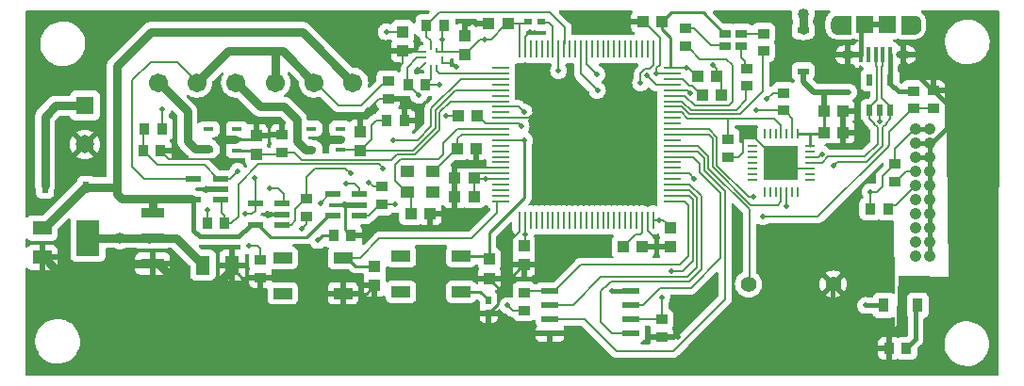
<source format=gbr>
%TF.GenerationSoftware,KiCad,Pcbnew,(6.0.9)*%
%TF.CreationDate,2022-12-21T09:32:13-07:00*%
%TF.ProjectId,Flight-Computer-Lite,466c6967-6874-42d4-936f-6d7075746572,rev?*%
%TF.SameCoordinates,Original*%
%TF.FileFunction,Copper,L1,Top*%
%TF.FilePolarity,Positive*%
%FSLAX46Y46*%
G04 Gerber Fmt 4.6, Leading zero omitted, Abs format (unit mm)*
G04 Created by KiCad (PCBNEW (6.0.9)) date 2022-12-21 09:32:13*
%MOMM*%
%LPD*%
G01*
G04 APERTURE LIST*
%TA.AperFunction,EtchedComponent*%
%ADD10C,0.001000*%
%TD*%
%TA.AperFunction,SMDPad,CuDef*%
%ADD11R,0.940000X1.020000*%
%TD*%
%TA.AperFunction,SMDPad,CuDef*%
%ADD12R,1.020000X0.940000*%
%TD*%
%TA.AperFunction,SMDPad,CuDef*%
%ADD13R,0.965200X1.295400*%
%TD*%
%TA.AperFunction,SMDPad,CuDef*%
%ADD14R,1.700000X0.990600*%
%TD*%
%TA.AperFunction,SMDPad,CuDef*%
%ADD15R,0.952500X0.406400*%
%TD*%
%TA.AperFunction,SMDPad,CuDef*%
%ADD16R,1.100000X1.000000*%
%TD*%
%TA.AperFunction,SMDPad,CuDef*%
%ADD17R,1.000000X0.800000*%
%TD*%
%TA.AperFunction,SMDPad,CuDef*%
%ADD18R,0.609600X0.685800*%
%TD*%
%TA.AperFunction,SMDPad,CuDef*%
%ADD19R,1.041400X0.584200*%
%TD*%
%TA.AperFunction,SMDPad,CuDef*%
%ADD20R,1.270000X1.778000*%
%TD*%
%TA.AperFunction,SMDPad,CuDef*%
%ADD21R,1.300000X1.100000*%
%TD*%
%TA.AperFunction,ComponentPad*%
%ADD22C,1.066800*%
%TD*%
%TA.AperFunction,SMDPad,CuDef*%
%ADD23R,1.000000X1.100000*%
%TD*%
%TA.AperFunction,SMDPad,CuDef*%
%ADD24R,0.584200X1.041400*%
%TD*%
%TA.AperFunction,SMDPad,CuDef*%
%ADD25R,0.685800X0.609600*%
%TD*%
%TA.AperFunction,SMDPad,CuDef*%
%ADD26R,1.524000X0.558800*%
%TD*%
%TA.AperFunction,SMDPad,CuDef*%
%ADD27R,0.400000X1.350000*%
%TD*%
%TA.AperFunction,SMDPad,CuDef*%
%ADD28R,1.500000X1.550000*%
%TD*%
%TA.AperFunction,ComponentPad*%
%ADD29O,1.300000X0.650000*%
%TD*%
%TA.AperFunction,ComponentPad*%
%ADD30O,0.775000X1.550000*%
%TD*%
%TA.AperFunction,ComponentPad*%
%ADD31R,1.650000X1.650000*%
%TD*%
%TA.AperFunction,ComponentPad*%
%ADD32C,1.650000*%
%TD*%
%TA.AperFunction,SMDPad,CuDef*%
%ADD33R,0.900000X0.254000*%
%TD*%
%TA.AperFunction,SMDPad,CuDef*%
%ADD34R,0.254000X0.900000*%
%TD*%
%TA.AperFunction,SMDPad,CuDef*%
%ADD35R,3.100000X3.100000*%
%TD*%
%TA.AperFunction,SMDPad,CuDef*%
%ADD36R,0.558800X0.979300*%
%TD*%
%TA.AperFunction,SMDPad,CuDef*%
%ADD37R,1.560000X0.280000*%
%TD*%
%TA.AperFunction,SMDPad,CuDef*%
%ADD38R,0.280000X1.560000*%
%TD*%
%TA.AperFunction,SMDPad,CuDef*%
%ADD39R,1.778000X1.270000*%
%TD*%
%TA.AperFunction,SMDPad,CuDef*%
%ADD40R,1.320800X0.558800*%
%TD*%
%TA.AperFunction,SMDPad,CuDef*%
%ADD41R,2.150000X0.950000*%
%TD*%
%TA.AperFunction,SMDPad,CuDef*%
%ADD42R,2.150000X3.250000*%
%TD*%
%TA.AperFunction,ComponentPad*%
%ADD43C,1.701800*%
%TD*%
%TA.AperFunction,SMDPad,CuDef*%
%ADD44R,0.250000X0.275000*%
%TD*%
%TA.AperFunction,SMDPad,CuDef*%
%ADD45R,0.275000X0.250000*%
%TD*%
%TA.AperFunction,ComponentPad*%
%ADD46C,1.408000*%
%TD*%
%TA.AperFunction,ViaPad*%
%ADD47C,0.499999*%
%TD*%
%TA.AperFunction,ViaPad*%
%ADD48C,1.016000*%
%TD*%
%TA.AperFunction,Conductor*%
%ADD49C,0.177800*%
%TD*%
%TA.AperFunction,Conductor*%
%ADD50C,0.254000*%
%TD*%
%TA.AperFunction,Conductor*%
%ADD51C,0.381000*%
%TD*%
%TA.AperFunction,Conductor*%
%ADD52C,0.508000*%
%TD*%
%TA.AperFunction,Conductor*%
%ADD53C,0.762000*%
%TD*%
%TA.AperFunction,Conductor*%
%ADD54C,0.200000*%
%TD*%
G04 APERTURE END LIST*
%TO.C,P3*%
G36*
X231183600Y-77746500D02*
G01*
X231171600Y-77746500D01*
X231158600Y-77747500D01*
X231132600Y-77751500D01*
X231119600Y-77754500D01*
X231107600Y-77758500D01*
X231071600Y-77773500D01*
X231059600Y-77779500D01*
X231048600Y-77786500D01*
X231038600Y-77794500D01*
X231027600Y-77801500D01*
X231017600Y-77810500D01*
X230999600Y-77828500D01*
X230990600Y-77838500D01*
X230983600Y-77849500D01*
X230975600Y-77859500D01*
X230968600Y-77870500D01*
X230962600Y-77882500D01*
X230947600Y-77918500D01*
X230943600Y-77930500D01*
X230940600Y-77943500D01*
X230936600Y-77969500D01*
X230935600Y-77982500D01*
X230935600Y-78659500D01*
X230936600Y-78672500D01*
X230940600Y-78698500D01*
X230944600Y-78711500D01*
X230947600Y-78723500D01*
X230952600Y-78736500D01*
X230957600Y-78748500D01*
X230962600Y-78759500D01*
X230968600Y-78771500D01*
X230975600Y-78782500D01*
X230983600Y-78793500D01*
X230999600Y-78813500D01*
X231008600Y-78823500D01*
X231018600Y-78832500D01*
X231038600Y-78848500D01*
X231049600Y-78856500D01*
X231060600Y-78863500D01*
X231072600Y-78869500D01*
X231083600Y-78874500D01*
X231095600Y-78879500D01*
X231108600Y-78884500D01*
X231120600Y-78887500D01*
X231133600Y-78891500D01*
X231159600Y-78895500D01*
X231172600Y-78896500D01*
X231198600Y-78896500D01*
X231211600Y-78895500D01*
X231237600Y-78891500D01*
X231250600Y-78887500D01*
X231262600Y-78884500D01*
X231275600Y-78879500D01*
X231287600Y-78874500D01*
X231298600Y-78869500D01*
X231310600Y-78863500D01*
X231321600Y-78856500D01*
X231332600Y-78848500D01*
X231352600Y-78832500D01*
X231362600Y-78823500D01*
X231371600Y-78813500D01*
X231387600Y-78793500D01*
X231395600Y-78782500D01*
X231402600Y-78771500D01*
X231408600Y-78759500D01*
X231413600Y-78748500D01*
X231418600Y-78736500D01*
X231423600Y-78723500D01*
X231426600Y-78711500D01*
X231430600Y-78698500D01*
X231434600Y-78672500D01*
X231435600Y-78659500D01*
X231435600Y-77982500D01*
X231434600Y-77969500D01*
X231430600Y-77943500D01*
X231427600Y-77930500D01*
X231423600Y-77918500D01*
X231408600Y-77882500D01*
X231402600Y-77870500D01*
X231395600Y-77859500D01*
X231387600Y-77849500D01*
X231380600Y-77838500D01*
X231371600Y-77828500D01*
X231353600Y-77810500D01*
X231343600Y-77801500D01*
X231332600Y-77794500D01*
X231322600Y-77786500D01*
X231311600Y-77779500D01*
X231299600Y-77773500D01*
X231263600Y-77758500D01*
X231251600Y-77754500D01*
X231238600Y-77751500D01*
X231212600Y-77747500D01*
X231199600Y-77746500D01*
X231187600Y-77746500D01*
X231187600Y-77546500D01*
X231212600Y-77547500D01*
X231238600Y-77549500D01*
X231264600Y-77552500D01*
X231290600Y-77557500D01*
X231315600Y-77563500D01*
X231340600Y-77570500D01*
X231365600Y-77579500D01*
X231389600Y-77589500D01*
X231413600Y-77600500D01*
X231436600Y-77613500D01*
X231458600Y-77626500D01*
X231479600Y-77641500D01*
X231500600Y-77657500D01*
X231520600Y-77674500D01*
X231539600Y-77692500D01*
X231557600Y-77711500D01*
X231574600Y-77731500D01*
X231590600Y-77752500D01*
X231605600Y-77773500D01*
X231618600Y-77795500D01*
X231631600Y-77818500D01*
X231642600Y-77842500D01*
X231652600Y-77866500D01*
X231661600Y-77891500D01*
X231668600Y-77916500D01*
X231674600Y-77941500D01*
X231679600Y-77967500D01*
X231682600Y-77993500D01*
X231684600Y-78019500D01*
X231685600Y-78046500D01*
X231685600Y-78596500D01*
X231684600Y-78622500D01*
X231682600Y-78648500D01*
X231679600Y-78674500D01*
X231674600Y-78700500D01*
X231668600Y-78725500D01*
X231661600Y-78751500D01*
X231652600Y-78775500D01*
X231642600Y-78799500D01*
X231631600Y-78823500D01*
X231618600Y-78846500D01*
X231590600Y-78890500D01*
X231574600Y-78911500D01*
X231557600Y-78931500D01*
X231539600Y-78950500D01*
X231520600Y-78968500D01*
X231500600Y-78985500D01*
X231479600Y-79001500D01*
X231435600Y-79029500D01*
X231412600Y-79042500D01*
X231388600Y-79053500D01*
X231364600Y-79063500D01*
X231340600Y-79072500D01*
X231314600Y-79079500D01*
X231289600Y-79085500D01*
X231263600Y-79090500D01*
X231237600Y-79093500D01*
X231211600Y-79095500D01*
X231185600Y-79096500D01*
X229990600Y-79096500D01*
X229990600Y-79101500D01*
X229985600Y-79101500D01*
X229985600Y-77546500D01*
X231183600Y-77546500D01*
X231183600Y-77746500D01*
G37*
D10*
X231183600Y-77746500D02*
X231171600Y-77746500D01*
X231158600Y-77747500D01*
X231132600Y-77751500D01*
X231119600Y-77754500D01*
X231107600Y-77758500D01*
X231071600Y-77773500D01*
X231059600Y-77779500D01*
X231048600Y-77786500D01*
X231038600Y-77794500D01*
X231027600Y-77801500D01*
X231017600Y-77810500D01*
X230999600Y-77828500D01*
X230990600Y-77838500D01*
X230983600Y-77849500D01*
X230975600Y-77859500D01*
X230968600Y-77870500D01*
X230962600Y-77882500D01*
X230947600Y-77918500D01*
X230943600Y-77930500D01*
X230940600Y-77943500D01*
X230936600Y-77969500D01*
X230935600Y-77982500D01*
X230935600Y-78659500D01*
X230936600Y-78672500D01*
X230940600Y-78698500D01*
X230944600Y-78711500D01*
X230947600Y-78723500D01*
X230952600Y-78736500D01*
X230957600Y-78748500D01*
X230962600Y-78759500D01*
X230968600Y-78771500D01*
X230975600Y-78782500D01*
X230983600Y-78793500D01*
X230999600Y-78813500D01*
X231008600Y-78823500D01*
X231018600Y-78832500D01*
X231038600Y-78848500D01*
X231049600Y-78856500D01*
X231060600Y-78863500D01*
X231072600Y-78869500D01*
X231083600Y-78874500D01*
X231095600Y-78879500D01*
X231108600Y-78884500D01*
X231120600Y-78887500D01*
X231133600Y-78891500D01*
X231159600Y-78895500D01*
X231172600Y-78896500D01*
X231198600Y-78896500D01*
X231211600Y-78895500D01*
X231237600Y-78891500D01*
X231250600Y-78887500D01*
X231262600Y-78884500D01*
X231275600Y-78879500D01*
X231287600Y-78874500D01*
X231298600Y-78869500D01*
X231310600Y-78863500D01*
X231321600Y-78856500D01*
X231332600Y-78848500D01*
X231352600Y-78832500D01*
X231362600Y-78823500D01*
X231371600Y-78813500D01*
X231387600Y-78793500D01*
X231395600Y-78782500D01*
X231402600Y-78771500D01*
X231408600Y-78759500D01*
X231413600Y-78748500D01*
X231418600Y-78736500D01*
X231423600Y-78723500D01*
X231426600Y-78711500D01*
X231430600Y-78698500D01*
X231434600Y-78672500D01*
X231435600Y-78659500D01*
X231435600Y-77982500D01*
X231434600Y-77969500D01*
X231430600Y-77943500D01*
X231427600Y-77930500D01*
X231423600Y-77918500D01*
X231408600Y-77882500D01*
X231402600Y-77870500D01*
X231395600Y-77859500D01*
X231387600Y-77849500D01*
X231380600Y-77838500D01*
X231371600Y-77828500D01*
X231353600Y-77810500D01*
X231343600Y-77801500D01*
X231332600Y-77794500D01*
X231322600Y-77786500D01*
X231311600Y-77779500D01*
X231299600Y-77773500D01*
X231263600Y-77758500D01*
X231251600Y-77754500D01*
X231238600Y-77751500D01*
X231212600Y-77747500D01*
X231199600Y-77746500D01*
X231187600Y-77746500D01*
X231187600Y-77546500D01*
X231212600Y-77547500D01*
X231238600Y-77549500D01*
X231264600Y-77552500D01*
X231290600Y-77557500D01*
X231315600Y-77563500D01*
X231340600Y-77570500D01*
X231365600Y-77579500D01*
X231389600Y-77589500D01*
X231413600Y-77600500D01*
X231436600Y-77613500D01*
X231458600Y-77626500D01*
X231479600Y-77641500D01*
X231500600Y-77657500D01*
X231520600Y-77674500D01*
X231539600Y-77692500D01*
X231557600Y-77711500D01*
X231574600Y-77731500D01*
X231590600Y-77752500D01*
X231605600Y-77773500D01*
X231618600Y-77795500D01*
X231631600Y-77818500D01*
X231642600Y-77842500D01*
X231652600Y-77866500D01*
X231661600Y-77891500D01*
X231668600Y-77916500D01*
X231674600Y-77941500D01*
X231679600Y-77967500D01*
X231682600Y-77993500D01*
X231684600Y-78019500D01*
X231685600Y-78046500D01*
X231685600Y-78596500D01*
X231684600Y-78622500D01*
X231682600Y-78648500D01*
X231679600Y-78674500D01*
X231674600Y-78700500D01*
X231668600Y-78725500D01*
X231661600Y-78751500D01*
X231652600Y-78775500D01*
X231642600Y-78799500D01*
X231631600Y-78823500D01*
X231618600Y-78846500D01*
X231590600Y-78890500D01*
X231574600Y-78911500D01*
X231557600Y-78931500D01*
X231539600Y-78950500D01*
X231520600Y-78968500D01*
X231500600Y-78985500D01*
X231479600Y-79001500D01*
X231435600Y-79029500D01*
X231412600Y-79042500D01*
X231388600Y-79053500D01*
X231364600Y-79063500D01*
X231340600Y-79072500D01*
X231314600Y-79079500D01*
X231289600Y-79085500D01*
X231263600Y-79090500D01*
X231237600Y-79093500D01*
X231211600Y-79095500D01*
X231185600Y-79096500D01*
X229990600Y-79096500D01*
X229990600Y-79101500D01*
X229985600Y-79101500D01*
X229985600Y-77546500D01*
X231183600Y-77546500D01*
X231183600Y-77746500D01*
G36*
X225385600Y-79096500D02*
G01*
X224187600Y-79096500D01*
X224187600Y-78896500D01*
X224199600Y-78896500D01*
X224212600Y-78895500D01*
X224238600Y-78891500D01*
X224251600Y-78888500D01*
X224263600Y-78884500D01*
X224299600Y-78869500D01*
X224311600Y-78863500D01*
X224322600Y-78856500D01*
X224332600Y-78848500D01*
X224343600Y-78841500D01*
X224353600Y-78832500D01*
X224371600Y-78814500D01*
X224380600Y-78804500D01*
X224387600Y-78793500D01*
X224395600Y-78783500D01*
X224402600Y-78772500D01*
X224408600Y-78760500D01*
X224423600Y-78724500D01*
X224427600Y-78712500D01*
X224430600Y-78699500D01*
X224434600Y-78673500D01*
X224435600Y-78660500D01*
X224435600Y-77983500D01*
X224434600Y-77970500D01*
X224430600Y-77944500D01*
X224426600Y-77931500D01*
X224423600Y-77919500D01*
X224418600Y-77906500D01*
X224413600Y-77894500D01*
X224408600Y-77883500D01*
X224402600Y-77871500D01*
X224395600Y-77860500D01*
X224387600Y-77849500D01*
X224371600Y-77829500D01*
X224362600Y-77819500D01*
X224352600Y-77810500D01*
X224332600Y-77794500D01*
X224321600Y-77786500D01*
X224310600Y-77779500D01*
X224298600Y-77773500D01*
X224287600Y-77768500D01*
X224275600Y-77763500D01*
X224262600Y-77758500D01*
X224250600Y-77755500D01*
X224237600Y-77751500D01*
X224211600Y-77747500D01*
X224198600Y-77746500D01*
X224172600Y-77746500D01*
X224159600Y-77747500D01*
X224133600Y-77751500D01*
X224120600Y-77755500D01*
X224108600Y-77758500D01*
X224095600Y-77763500D01*
X224083600Y-77768500D01*
X224072600Y-77773500D01*
X224060600Y-77779500D01*
X224049600Y-77786500D01*
X224038600Y-77794500D01*
X224018600Y-77810500D01*
X224008600Y-77819500D01*
X223999600Y-77829500D01*
X223983600Y-77849500D01*
X223975600Y-77860500D01*
X223968600Y-77871500D01*
X223962600Y-77883500D01*
X223957600Y-77894500D01*
X223952600Y-77906500D01*
X223947600Y-77919500D01*
X223944600Y-77931500D01*
X223940600Y-77944500D01*
X223936600Y-77970500D01*
X223935600Y-77983500D01*
X223935600Y-78660500D01*
X223936600Y-78673500D01*
X223940600Y-78699500D01*
X223943600Y-78712500D01*
X223947600Y-78724500D01*
X223962600Y-78760500D01*
X223968600Y-78772500D01*
X223975600Y-78783500D01*
X223983600Y-78793500D01*
X223990600Y-78804500D01*
X223999600Y-78814500D01*
X224017600Y-78832500D01*
X224027600Y-78841500D01*
X224038600Y-78848500D01*
X224048600Y-78856500D01*
X224059600Y-78863500D01*
X224071600Y-78869500D01*
X224107600Y-78884500D01*
X224119600Y-78888500D01*
X224132600Y-78891500D01*
X224158600Y-78895500D01*
X224171600Y-78896500D01*
X224183600Y-78896500D01*
X224183600Y-79096500D01*
X224158600Y-79095500D01*
X224132600Y-79093500D01*
X224106600Y-79090500D01*
X224080600Y-79085500D01*
X224055600Y-79079500D01*
X224030600Y-79072500D01*
X224005600Y-79063500D01*
X223981600Y-79053500D01*
X223957600Y-79042500D01*
X223934600Y-79029500D01*
X223912600Y-79016500D01*
X223891600Y-79001500D01*
X223870600Y-78985500D01*
X223850600Y-78968500D01*
X223831600Y-78950500D01*
X223813600Y-78931500D01*
X223796600Y-78911500D01*
X223780600Y-78890500D01*
X223765600Y-78869500D01*
X223752600Y-78847500D01*
X223739600Y-78824500D01*
X223728600Y-78800500D01*
X223718600Y-78776500D01*
X223709600Y-78751500D01*
X223702600Y-78726500D01*
X223696600Y-78701500D01*
X223691600Y-78675500D01*
X223688600Y-78649500D01*
X223686600Y-78623500D01*
X223685600Y-78596500D01*
X223685600Y-78046500D01*
X223686600Y-78020500D01*
X223688600Y-77994500D01*
X223691600Y-77968500D01*
X223696600Y-77942500D01*
X223702600Y-77917500D01*
X223709600Y-77891500D01*
X223718600Y-77867500D01*
X223728600Y-77843500D01*
X223739600Y-77819500D01*
X223752600Y-77796500D01*
X223780600Y-77752500D01*
X223796600Y-77731500D01*
X223813600Y-77711500D01*
X223831600Y-77692500D01*
X223850600Y-77674500D01*
X223870600Y-77657500D01*
X223891600Y-77641500D01*
X223935600Y-77613500D01*
X223958600Y-77600500D01*
X223982600Y-77589500D01*
X224006600Y-77579500D01*
X224030600Y-77570500D01*
X224056600Y-77563500D01*
X224081600Y-77557500D01*
X224107600Y-77552500D01*
X224133600Y-77549500D01*
X224159600Y-77547500D01*
X224185600Y-77546500D01*
X225380600Y-77546500D01*
X225380600Y-77541500D01*
X225385600Y-77541500D01*
X225385600Y-79096500D01*
G37*
X225385600Y-79096500D02*
X224187600Y-79096500D01*
X224187600Y-78896500D01*
X224199600Y-78896500D01*
X224212600Y-78895500D01*
X224238600Y-78891500D01*
X224251600Y-78888500D01*
X224263600Y-78884500D01*
X224299600Y-78869500D01*
X224311600Y-78863500D01*
X224322600Y-78856500D01*
X224332600Y-78848500D01*
X224343600Y-78841500D01*
X224353600Y-78832500D01*
X224371600Y-78814500D01*
X224380600Y-78804500D01*
X224387600Y-78793500D01*
X224395600Y-78783500D01*
X224402600Y-78772500D01*
X224408600Y-78760500D01*
X224423600Y-78724500D01*
X224427600Y-78712500D01*
X224430600Y-78699500D01*
X224434600Y-78673500D01*
X224435600Y-78660500D01*
X224435600Y-77983500D01*
X224434600Y-77970500D01*
X224430600Y-77944500D01*
X224426600Y-77931500D01*
X224423600Y-77919500D01*
X224418600Y-77906500D01*
X224413600Y-77894500D01*
X224408600Y-77883500D01*
X224402600Y-77871500D01*
X224395600Y-77860500D01*
X224387600Y-77849500D01*
X224371600Y-77829500D01*
X224362600Y-77819500D01*
X224352600Y-77810500D01*
X224332600Y-77794500D01*
X224321600Y-77786500D01*
X224310600Y-77779500D01*
X224298600Y-77773500D01*
X224287600Y-77768500D01*
X224275600Y-77763500D01*
X224262600Y-77758500D01*
X224250600Y-77755500D01*
X224237600Y-77751500D01*
X224211600Y-77747500D01*
X224198600Y-77746500D01*
X224172600Y-77746500D01*
X224159600Y-77747500D01*
X224133600Y-77751500D01*
X224120600Y-77755500D01*
X224108600Y-77758500D01*
X224095600Y-77763500D01*
X224083600Y-77768500D01*
X224072600Y-77773500D01*
X224060600Y-77779500D01*
X224049600Y-77786500D01*
X224038600Y-77794500D01*
X224018600Y-77810500D01*
X224008600Y-77819500D01*
X223999600Y-77829500D01*
X223983600Y-77849500D01*
X223975600Y-77860500D01*
X223968600Y-77871500D01*
X223962600Y-77883500D01*
X223957600Y-77894500D01*
X223952600Y-77906500D01*
X223947600Y-77919500D01*
X223944600Y-77931500D01*
X223940600Y-77944500D01*
X223936600Y-77970500D01*
X223935600Y-77983500D01*
X223935600Y-78660500D01*
X223936600Y-78673500D01*
X223940600Y-78699500D01*
X223943600Y-78712500D01*
X223947600Y-78724500D01*
X223962600Y-78760500D01*
X223968600Y-78772500D01*
X223975600Y-78783500D01*
X223983600Y-78793500D01*
X223990600Y-78804500D01*
X223999600Y-78814500D01*
X224017600Y-78832500D01*
X224027600Y-78841500D01*
X224038600Y-78848500D01*
X224048600Y-78856500D01*
X224059600Y-78863500D01*
X224071600Y-78869500D01*
X224107600Y-78884500D01*
X224119600Y-78888500D01*
X224132600Y-78891500D01*
X224158600Y-78895500D01*
X224171600Y-78896500D01*
X224183600Y-78896500D01*
X224183600Y-79096500D01*
X224158600Y-79095500D01*
X224132600Y-79093500D01*
X224106600Y-79090500D01*
X224080600Y-79085500D01*
X224055600Y-79079500D01*
X224030600Y-79072500D01*
X224005600Y-79063500D01*
X223981600Y-79053500D01*
X223957600Y-79042500D01*
X223934600Y-79029500D01*
X223912600Y-79016500D01*
X223891600Y-79001500D01*
X223870600Y-78985500D01*
X223850600Y-78968500D01*
X223831600Y-78950500D01*
X223813600Y-78931500D01*
X223796600Y-78911500D01*
X223780600Y-78890500D01*
X223765600Y-78869500D01*
X223752600Y-78847500D01*
X223739600Y-78824500D01*
X223728600Y-78800500D01*
X223718600Y-78776500D01*
X223709600Y-78751500D01*
X223702600Y-78726500D01*
X223696600Y-78701500D01*
X223691600Y-78675500D01*
X223688600Y-78649500D01*
X223686600Y-78623500D01*
X223685600Y-78596500D01*
X223685600Y-78046500D01*
X223686600Y-78020500D01*
X223688600Y-77994500D01*
X223691600Y-77968500D01*
X223696600Y-77942500D01*
X223702600Y-77917500D01*
X223709600Y-77891500D01*
X223718600Y-77867500D01*
X223728600Y-77843500D01*
X223739600Y-77819500D01*
X223752600Y-77796500D01*
X223780600Y-77752500D01*
X223796600Y-77731500D01*
X223813600Y-77711500D01*
X223831600Y-77692500D01*
X223850600Y-77674500D01*
X223870600Y-77657500D01*
X223891600Y-77641500D01*
X223935600Y-77613500D01*
X223958600Y-77600500D01*
X223982600Y-77589500D01*
X224006600Y-77579500D01*
X224030600Y-77570500D01*
X224056600Y-77563500D01*
X224081600Y-77557500D01*
X224107600Y-77552500D01*
X224133600Y-77549500D01*
X224159600Y-77547500D01*
X224185600Y-77546500D01*
X225380600Y-77546500D01*
X225380600Y-77541500D01*
X225385600Y-77541500D01*
X225385600Y-79096500D01*
%TD*%
D11*
%TO.P,R24,1*%
%TO.N,Earth*%
X180571200Y-97282000D03*
%TO.P,R24,2*%
%TO.N,Net-(P4-Pad6)*%
X178991200Y-97282000D03*
%TD*%
D12*
%TO.P,R23,1*%
%TO.N,Earth*%
X172440600Y-101018400D03*
%TO.P,R23,2*%
%TO.N,Net-(P4-Pad4)*%
X172440600Y-99438400D03*
%TD*%
D13*
%TO.P,D4,1,1*%
%TO.N,Net-(D4-Pad1)*%
X231470200Y-103555800D03*
%TO.P,D4,2,2*%
%TO.N,3.3V*%
X228422200Y-103555800D03*
%TD*%
D14*
%TO.P,B1,1,1*%
%TO.N,Net-(B1-Pad1)*%
X190456800Y-102336399D03*
%TO.P,B1,2,2*%
%TO.N,unconnected-(B1-Pad2)*%
X185056800Y-102336399D03*
%TO.P,B1,3,3*%
%TO.N,NRST*%
X190456800Y-99136401D03*
%TO.P,B1,4,4*%
%TO.N,unconnected-(B1-Pad4)*%
X185056800Y-99136401D03*
%TD*%
D15*
%TO.P,Q1,1,G*%
%TO.N,DROGUE*%
X170338750Y-89596001D03*
%TO.P,Q1,2,S*%
%TO.N,Earth*%
X170338750Y-88646000D03*
%TO.P,Q1,3*%
%TO.N,unconnected-(Q1-Pad3)*%
X170338750Y-87695999D03*
%TO.P,Q1,4*%
%TO.N,unconnected-(Q1-Pad4)*%
X167786050Y-87695999D03*
%TO.P,Q1,5,D*%
%TO.N,Net-(P4-Pad6)*%
X167786050Y-89596001D03*
%TD*%
D16*
%TO.P,C2,1*%
%TO.N,3.3V*%
X191908800Y-86461600D03*
%TO.P,C2,2*%
%TO.N,Earth*%
X190208800Y-86461600D03*
%TD*%
D12*
%TO.P,R8,1*%
%TO.N,USB_DETECT*%
X231063800Y-85854600D03*
%TO.P,R8,2*%
%TO.N,5V*%
X231063800Y-84274600D03*
%TD*%
D11*
%TO.P,R16,1*%
%TO.N,VCOMP*%
X161897000Y-89611200D03*
%TO.P,R16,2*%
%TO.N,Earth*%
X163477000Y-89611200D03*
%TD*%
D17*
%TO.P,D1,1*%
%TO.N,3.3V*%
X214134000Y-79104400D03*
%TO.P,D1,2*%
%TO.N,Net-(D1-Pad2)*%
X215634000Y-79104400D03*
%TO.P,D1,3*%
%TO.N,Net-(D1-Pad3)*%
X215634000Y-80204400D03*
%TO.P,D1,4*%
%TO.N,Net-(D1-Pad4)*%
X214134000Y-80204400D03*
%TD*%
D18*
%TO.P,J1,1,A*%
%TO.N,Earth*%
X192938400Y-104241600D03*
%TO.P,J1,2,B*%
%TO.N,Net-(B1-Pad1)*%
X192938400Y-103124000D03*
%TD*%
D19*
%TO.P,D2,1*%
%TO.N,VIN*%
X221164430Y-78803500D03*
%TO.P,D2,2*%
%TO.N,5V*%
X221164430Y-82486500D03*
%TD*%
D20*
%TO.P,C13,1*%
%TO.N,3.3V*%
X167264600Y-99923600D03*
%TO.P,C13,2*%
%TO.N,Earth*%
X169906200Y-99923600D03*
%TD*%
D16*
%TO.P,C8,1*%
%TO.N,3.3V*%
X191604000Y-92049600D03*
%TO.P,C8,2*%
%TO.N,Earth*%
X189904000Y-92049600D03*
%TD*%
D21*
%TO.P,Y1,1,1*%
%TO.N,OSC_IN*%
X185641600Y-93330600D03*
%TO.P,Y1,2*%
%TO.N,unconnected-(Y1-Pad2)*%
X187941600Y-93330600D03*
%TO.P,Y1,3,3*%
%TO.N,OSC_OUT*%
X187941600Y-91530600D03*
%TO.P,Y1,4*%
%TO.N,unconnected-(Y1-Pad4)*%
X185641600Y-91530600D03*
%TD*%
D16*
%TO.P,C14,1*%
%TO.N,OSC_OUT*%
X190132600Y-89433400D03*
%TO.P,C14,2*%
%TO.N,Earth*%
X191832600Y-89433400D03*
%TD*%
D22*
%TO.P,P2,1,1*%
%TO.N,3.3V*%
X231230550Y-87706200D03*
%TO.P,P2,2,2*%
X232500550Y-87706200D03*
%TO.P,P2,3,3*%
%TO.N,Earth*%
X231230550Y-88976200D03*
%TO.P,P2,4,4*%
X232500550Y-88976200D03*
%TO.P,P2,5,5*%
X231230550Y-90246200D03*
%TO.P,P2,6,6*%
X232500550Y-90246200D03*
%TO.P,P2,7,7*%
%TO.N,SWDIO*%
X231230550Y-91516200D03*
%TO.P,P2,8,8*%
%TO.N,Earth*%
X232500550Y-91516200D03*
%TO.P,P2,9,9*%
%TO.N,SWCLK*%
X231230550Y-92786200D03*
%TO.P,P2,10,10*%
%TO.N,Earth*%
X232500550Y-92786200D03*
%TO.P,P2,11,11*%
%TO.N,unconnected-(P2-Pad11)*%
X231230550Y-94056200D03*
%TO.P,P2,12,12*%
%TO.N,Earth*%
X232500550Y-94056200D03*
%TO.P,P2,13,13*%
%TO.N,SWO*%
X231230550Y-95326200D03*
%TO.P,P2,14,14*%
%TO.N,Earth*%
X232500550Y-95326200D03*
%TO.P,P2,15,15*%
%TO.N,NRST*%
X231230550Y-96596200D03*
%TO.P,P2,16,16*%
%TO.N,Earth*%
X232500550Y-96596200D03*
%TO.P,P2,17,17*%
%TO.N,unconnected-(P2-Pad17)*%
X231230550Y-97866200D03*
%TO.P,P2,18,18*%
%TO.N,Earth*%
X232500550Y-97866200D03*
%TO.P,P2,19,19*%
%TO.N,unconnected-(P2-Pad19)*%
X231230550Y-99136200D03*
%TO.P,P2,20,20*%
%TO.N,Earth*%
X232500550Y-99136200D03*
%TD*%
D16*
%TO.P,C9,1*%
%TO.N,3.3V*%
X191604000Y-93802200D03*
%TO.P,C9,2*%
%TO.N,Earth*%
X189904000Y-93802200D03*
%TD*%
D23*
%TO.P,C3,1*%
%TO.N,NRST*%
X192989200Y-99403800D03*
%TO.P,C3,2*%
%TO.N,Earth*%
X192989200Y-101103800D03*
%TD*%
D16*
%TO.P,C18,1*%
%TO.N,5V*%
X223025600Y-87985600D03*
%TO.P,C18,2*%
%TO.N,Earth*%
X224725600Y-87985600D03*
%TD*%
%TO.P,C6,1*%
%TO.N,3.3V*%
X211671800Y-82905600D03*
%TO.P,C6,2*%
%TO.N,Earth*%
X213371800Y-82905600D03*
%TD*%
D24*
%TO.P,D3,1*%
%TO.N,VIN*%
X156781500Y-92919830D03*
%TO.P,D3,2*%
%TO.N,/PIN_SCREW*%
X153098500Y-92919830D03*
%TD*%
D25*
%TO.P,J2,1,A*%
%TO.N,3.3V*%
X196494400Y-78028800D03*
%TO.P,J2,2,B*%
%TO.N,BOOT*%
X197612000Y-78028800D03*
%TD*%
D12*
%TO.P,R2,1*%
%TO.N,STATUS_G*%
X216128600Y-83822600D03*
%TO.P,R2,2*%
%TO.N,Net-(D1-Pad3)*%
X216128600Y-82242600D03*
%TD*%
%TO.P,R4,1*%
%TO.N,SWDIO*%
X229438200Y-92407800D03*
%TO.P,R4,2*%
%TO.N,3.3V*%
X229438200Y-90827800D03*
%TD*%
%TO.P,R9,1*%
%TO.N,Earth*%
X232841800Y-84249200D03*
%TO.P,R9,2*%
%TO.N,USB_DETECT*%
X232841800Y-85829200D03*
%TD*%
D11*
%TO.P,R17,1*%
%TO.N,BP_SCL*%
X187347800Y-78384400D03*
%TO.P,R17,2*%
%TO.N,3.3V*%
X188927800Y-78384400D03*
%TD*%
D26*
%TO.P,U3,1,\u002ACE*%
%TO.N,~{FLASH_SS}*%
X198437500Y-102235000D03*
%TO.P,U3,2,SO*%
%TO.N,FLASH_MISO*%
X198437500Y-103505000D03*
%TO.P,U3,3,\u002AWP*%
%TO.N,~{FLASH_WP}*%
X198437500Y-104775000D03*
%TO.P,U3,4,VSS*%
%TO.N,Earth*%
X198437500Y-106045000D03*
%TO.P,U3,5,SI*%
%TO.N,FLASH_MOSI*%
X205727300Y-106045000D03*
%TO.P,U3,6,SCK*%
%TO.N,FLASH_SCK*%
X205727300Y-104775000D03*
%TO.P,U3,7,\u002AHOLD*%
%TO.N,~{FLASH_HOLD}*%
X205727300Y-103505000D03*
%TO.P,U3,8,VDD*%
%TO.N,3.3V*%
X205727300Y-102235000D03*
%TD*%
D12*
%TO.P,R19,1*%
%TO.N,Earth*%
X174371000Y-88211600D03*
%TO.P,R19,2*%
%TO.N,DROGUE*%
X174371000Y-89791600D03*
%TD*%
D27*
%TO.P,P3,1,VCC*%
%TO.N,5V*%
X228985600Y-81021500D03*
%TO.P,P3,2,D-*%
%TO.N,/Peripherals/D-*%
X228335600Y-81021500D03*
%TO.P,P3,3,D+*%
%TO.N,/Peripherals/D+*%
X227685600Y-81021500D03*
%TO.P,P3,4,ID*%
%TO.N,unconnected-(P3-Pad4)*%
X227035600Y-81021500D03*
%TO.P,P3,5,GND*%
%TO.N,Earth*%
X226385600Y-81021500D03*
D28*
%TO.P,P3,S1,SHIELD*%
X226685600Y-78321500D03*
D29*
X230185600Y-81021500D03*
D28*
X228685600Y-78321500D03*
D30*
%TO.P,P3,S2,SHIELD*%
X231185600Y-78321500D03*
X224185600Y-78321500D03*
D29*
X225185600Y-81021500D03*
%TD*%
D12*
%TO.P,R3,1*%
%TO.N,STATUS_R*%
X210642200Y-80190400D03*
%TO.P,R3,2*%
%TO.N,Net-(D1-Pad4)*%
X210642200Y-78610400D03*
%TD*%
D16*
%TO.P,C17,1*%
%TO.N,5V*%
X223025600Y-86055200D03*
%TO.P,C17,2*%
%TO.N,Earth*%
X224725600Y-86055200D03*
%TD*%
D23*
%TO.P,C19,1*%
%TO.N,DROGUE*%
X172085000Y-90004000D03*
%TO.P,C19,2*%
%TO.N,Earth*%
X172085000Y-88304000D03*
%TD*%
D31*
%TO.P,P1,1,5*%
%TO.N,/PIN_SCREW*%
X156670400Y-85575200D03*
D32*
%TO.P,P1,2,6*%
%TO.N,Earth*%
X156670400Y-89075200D03*
%TD*%
D12*
%TO.P,R10,1*%
%TO.N,Earth*%
X208457800Y-106403200D03*
%TO.P,R10,2*%
%TO.N,FLASH_SCK*%
X208457800Y-104823200D03*
%TD*%
D33*
%TO.P,U4,1,DCD*%
%TO.N,unconnected-(U4-Pad1)*%
X221790000Y-92228800D03*
%TO.P,U4,2,RI*%
%TO.N,unconnected-(U4-Pad2)*%
X221790000Y-91728800D03*
%TO.P,U4,3,GND*%
%TO.N,Earth*%
X221790000Y-91228800D03*
%TO.P,U4,4,D+*%
%TO.N,/Peripherals/D+*%
X221790000Y-90728800D03*
%TO.P,U4,5,D-*%
%TO.N,/Peripherals/D-*%
X221790000Y-90228800D03*
%TO.P,U4,6,VDD*%
%TO.N,unconnected-(U4-Pad6)*%
X221790000Y-89728800D03*
%TO.P,U4,7,REGIN*%
%TO.N,5V*%
X221790000Y-89228800D03*
D34*
%TO.P,U4,8,VBUS*%
X220700000Y-88138800D03*
%TO.P,U4,9,~{RST}*%
%TO.N,~{USB_RST}*%
X220200000Y-88138800D03*
%TO.P,U4,10,NC*%
%TO.N,unconnected-(U4-Pad10)*%
X219700000Y-88138800D03*
%TO.P,U4,11,~{SUSPEND}*%
%TO.N,~{USB_SUSPEND}*%
X219200000Y-88138800D03*
%TO.P,U4,12,SUSPEND*%
%TO.N,unconnected-(U4-Pad12)*%
X218700000Y-88138800D03*
%TO.P,U4,13,NC@1*%
%TO.N,unconnected-(U4-Pad13)*%
X218200000Y-88138800D03*
%TO.P,U4,14,NC@2*%
%TO.N,unconnected-(U4-Pad14)*%
X217700000Y-88138800D03*
D33*
%TO.P,U4,15,NC@3*%
%TO.N,unconnected-(U4-Pad15)*%
X216610000Y-89228800D03*
%TO.P,U4,16,NC@4*%
%TO.N,unconnected-(U4-Pad16)*%
X216610000Y-89728800D03*
%TO.P,U4,17,NC@5*%
%TO.N,unconnected-(U4-Pad17)*%
X216610000Y-90228800D03*
%TO.P,U4,18,NC/VPP*%
%TO.N,unconnected-(U4-Pad18)*%
X216610000Y-90728800D03*
%TO.P,U4,19,NC@6*%
%TO.N,unconnected-(U4-Pad19)*%
X216610000Y-91228800D03*
%TO.P,U4,20,NC@7*%
%TO.N,unconnected-(U4-Pad20)*%
X216610000Y-91728800D03*
%TO.P,U4,21,NC@8*%
%TO.N,unconnected-(U4-Pad21)*%
X216610000Y-92228800D03*
D34*
%TO.P,U4,22,NC@9*%
%TO.N,unconnected-(U4-Pad22)*%
X217700000Y-93318800D03*
%TO.P,U4,23,CTS*%
%TO.N,unconnected-(U4-Pad23)*%
X218200000Y-93318800D03*
%TO.P,U4,24,RTS*%
%TO.N,unconnected-(U4-Pad24)*%
X218700000Y-93318800D03*
%TO.P,U4,25,RXD*%
%TO.N,RX_USB*%
X219200000Y-93318800D03*
%TO.P,U4,26,TXD*%
%TO.N,TX_USB*%
X219700000Y-93318800D03*
%TO.P,U4,27,DSR*%
%TO.N,unconnected-(U4-Pad27)*%
X220200000Y-93318800D03*
%TO.P,U4,28,DTR*%
%TO.N,unconnected-(U4-Pad28)*%
X220700000Y-93318800D03*
D35*
%TO.P,U4,29,PAD*%
%TO.N,Earth*%
X219200000Y-90728800D03*
%TD*%
D12*
%TO.P,R12,1*%
%TO.N,3.3V*%
X219430600Y-84427000D03*
%TO.P,R12,2*%
%TO.N,~{USB_RST}*%
X219430600Y-86007000D03*
%TD*%
D36*
%TO.P,D5,1*%
%TO.N,/Peripherals/D+*%
X227116599Y-85998748D03*
%TO.P,D5,2*%
%TO.N,Earth*%
X228066600Y-85998748D03*
%TO.P,D5,3*%
%TO.N,/Peripherals/D-*%
X229016601Y-85998748D03*
%TO.P,D5,4*%
%TO.N,5V*%
X229016601Y-83266852D03*
%TO.P,D5,5*%
%TO.N,unconnected-(D5-Pad5)*%
X227116599Y-83266852D03*
%TD*%
D23*
%TO.P,C22,1*%
%TO.N,3.3V*%
X190804800Y-80987000D03*
%TO.P,C22,2*%
%TO.N,Earth*%
X190804800Y-79287000D03*
%TD*%
D37*
%TO.P,U1,1,PE2*%
%TO.N,unconnected-(U1-Pad1)*%
X194024500Y-82188800D03*
%TO.P,U1,2,PE3*%
%TO.N,BP_INT*%
X194024500Y-82688800D03*
%TO.P,U1,3,PE4*%
%TO.N,~{MAIN_CONT}*%
X194024500Y-83188800D03*
%TO.P,U1,4,PE5*%
%TO.N,unconnected-(U1-Pad4)*%
X194024500Y-83688800D03*
%TO.P,U1,5,PE6*%
%TO.N,MAIN*%
X194024500Y-84188800D03*
%TO.P,U1,6,VBAT*%
%TO.N,unconnected-(U1-Pad6)*%
X194024500Y-84688800D03*
%TO.P,U1,7,PC13*%
%TO.N,DROGUE*%
X194024500Y-85188800D03*
%TO.P,U1,8,PC14*%
%TO.N,~{DROGUE_CONT}*%
X194024500Y-85688800D03*
%TO.P,U1,9,PC15*%
%TO.N,unconnected-(U1-Pad9)*%
X194024500Y-86188800D03*
%TO.P,U1,10,VSS*%
%TO.N,Earth*%
X194024500Y-86688800D03*
%TO.P,U1,11,VDD*%
%TO.N,3.3V*%
X194024500Y-87188800D03*
%TO.P,U1,12,PH0*%
%TO.N,OSC_IN*%
X194024500Y-87688800D03*
%TO.P,U1,13,PH1*%
%TO.N,OSC_OUT*%
X194024500Y-88188800D03*
%TO.P,U1,14,NRST*%
%TO.N,NRST*%
X194024500Y-88688800D03*
%TO.P,U1,15,PC0*%
%TO.N,unconnected-(U1-Pad15)*%
X194024500Y-89188800D03*
%TO.P,U1,16,PC1*%
%TO.N,unconnected-(U1-Pad16)*%
X194024500Y-89688800D03*
%TO.P,U1,17,PC2_C*%
%TO.N,unconnected-(U1-Pad17)*%
X194024500Y-90188800D03*
%TO.P,U1,18,PC3_C*%
%TO.N,unconnected-(U1-Pad18)*%
X194024500Y-90688800D03*
%TO.P,U1,19,VSSA*%
%TO.N,Earth*%
X194024500Y-91188800D03*
%TO.P,U1,20,VREF+*%
%TO.N,3.3V*%
X194024500Y-91688800D03*
%TO.P,U1,21,VDDA*%
X194024500Y-92188800D03*
%TO.P,U1,22,PA0*%
%TO.N,unconnected-(U1-Pad22)*%
X194024500Y-92688800D03*
%TO.P,U1,23,PA1*%
%TO.N,unconnected-(U1-Pad23)*%
X194024500Y-93188800D03*
%TO.P,U1,24,PA2*%
%TO.N,unconnected-(U1-Pad24)*%
X194024500Y-93688800D03*
%TO.P,U1,25,PA3*%
%TO.N,PROG*%
X194024500Y-94188800D03*
D38*
%TO.P,U1,26,VSS*%
%TO.N,Earth*%
X195704500Y-95868800D03*
%TO.P,U1,27,VDD*%
%TO.N,3.3V*%
X196204500Y-95868800D03*
%TO.P,U1,28,PA4*%
%TO.N,unconnected-(U1-Pad28)*%
X196704500Y-95868800D03*
%TO.P,U1,29,PA5*%
%TO.N,unconnected-(U1-Pad29)*%
X197204500Y-95868800D03*
%TO.P,U1,30,PA6*%
%TO.N,unconnected-(U1-Pad30)*%
X197704500Y-95868800D03*
%TO.P,U1,31,PA7*%
%TO.N,unconnected-(U1-Pad31)*%
X198204500Y-95868800D03*
%TO.P,U1,32,PC4*%
%TO.N,unconnected-(U1-Pad32)*%
X198704500Y-95868800D03*
%TO.P,U1,33,PC5*%
%TO.N,unconnected-(U1-Pad33)*%
X199204500Y-95868800D03*
%TO.P,U1,34,PB0*%
%TO.N,unconnected-(U1-Pad34)*%
X199704500Y-95868800D03*
%TO.P,U1,35,PB1*%
%TO.N,unconnected-(U1-Pad35)*%
X200204500Y-95868800D03*
%TO.P,U1,36,PB2*%
%TO.N,unconnected-(U1-Pad36)*%
X200704500Y-95868800D03*
%TO.P,U1,37,PE7*%
%TO.N,unconnected-(U1-Pad37)*%
X201204500Y-95868800D03*
%TO.P,U1,38,PE8*%
%TO.N,unconnected-(U1-Pad38)*%
X201704500Y-95868800D03*
%TO.P,U1,39,PE9*%
%TO.N,unconnected-(U1-Pad39)*%
X202204500Y-95868800D03*
%TO.P,U1,40,PE10*%
%TO.N,unconnected-(U1-Pad40)*%
X202704500Y-95868800D03*
%TO.P,U1,41,PE11*%
%TO.N,unconnected-(U1-Pad41)*%
X203204500Y-95868800D03*
%TO.P,U1,42,PE12*%
%TO.N,unconnected-(U1-Pad42)*%
X203704500Y-95868800D03*
%TO.P,U1,43,PE13*%
%TO.N,unconnected-(U1-Pad43)*%
X204204500Y-95868800D03*
%TO.P,U1,44,PE14*%
%TO.N,unconnected-(U1-Pad44)*%
X204704500Y-95868800D03*
%TO.P,U1,45,PE15*%
%TO.N,unconnected-(U1-Pad45)*%
X205204500Y-95868800D03*
%TO.P,U1,46,PB10*%
%TO.N,unconnected-(U1-Pad46)*%
X205704500Y-95868800D03*
%TO.P,U1,47,PB11*%
%TO.N,unconnected-(U1-Pad47)*%
X206204500Y-95868800D03*
%TO.P,U1,48,VCAP1*%
%TO.N,CAP1*%
X206704500Y-95868800D03*
%TO.P,U1,49,VSS*%
%TO.N,Earth*%
X207204500Y-95868800D03*
%TO.P,U1,50,VDD*%
%TO.N,3.3V*%
X207704500Y-95868800D03*
D37*
%TO.P,U1,51,PB12*%
%TO.N,~{FLASH_SS}*%
X209384500Y-94188800D03*
%TO.P,U1,52,PB13*%
%TO.N,FLASH_SCK*%
X209384500Y-93688800D03*
%TO.P,U1,53,PB14*%
%TO.N,FLASH_MISO*%
X209384500Y-93188800D03*
%TO.P,U1,54,PB15*%
%TO.N,FLASH_MOSI*%
X209384500Y-92688800D03*
%TO.P,U1,55,PD8*%
%TO.N,unconnected-(U1-Pad55)*%
X209384500Y-92188800D03*
%TO.P,U1,56,PD9*%
%TO.N,USB_DETECT*%
X209384500Y-91688800D03*
%TO.P,U1,57,PD10*%
%TO.N,unconnected-(U1-Pad57)*%
X209384500Y-91188800D03*
%TO.P,U1,58,PD11*%
%TO.N,unconnected-(U1-Pad58)*%
X209384500Y-90688800D03*
%TO.P,U1,59,PD12*%
%TO.N,~{FLASH_HOLD}*%
X209384500Y-90188800D03*
%TO.P,U1,60,PD13*%
%TO.N,~{FLASH_WP}*%
X209384500Y-89688800D03*
%TO.P,U1,61,PD14*%
%TO.N,BEEP*%
X209384500Y-89188800D03*
%TO.P,U1,62,PD15*%
%TO.N,unconnected-(U1-Pad62)*%
X209384500Y-88688800D03*
%TO.P,U1,63,PC6*%
%TO.N,RX_USB*%
X209384500Y-88188800D03*
%TO.P,U1,64,PC7*%
%TO.N,TX_USB*%
X209384500Y-87688800D03*
%TO.P,U1,65,PC8*%
%TO.N,unconnected-(U1-Pad65)*%
X209384500Y-87188800D03*
%TO.P,U1,66,PC9*%
%TO.N,unconnected-(U1-Pad66)*%
X209384500Y-86688800D03*
%TO.P,U1,67,PA8*%
%TO.N,~{USB_SUSPEND}*%
X209384500Y-86188800D03*
%TO.P,U1,68,PA9*%
%TO.N,STATUS_B*%
X209384500Y-85688800D03*
%TO.P,U1,69,PA10*%
%TO.N,STATUS_G*%
X209384500Y-85188800D03*
%TO.P,U1,70,PA11*%
%TO.N,STATUS_R*%
X209384500Y-84688800D03*
%TO.P,U1,71,PA12*%
%TO.N,~{USB_RST}*%
X209384500Y-84188800D03*
%TO.P,U1,72,PA13*%
%TO.N,SWDIO*%
X209384500Y-83688800D03*
%TO.P,U1,73,VCAP2*%
%TO.N,CAP2*%
X209384500Y-83188800D03*
%TO.P,U1,74,VSS*%
%TO.N,Earth*%
X209384500Y-82688800D03*
%TO.P,U1,75,VDD*%
%TO.N,3.3V*%
X209384500Y-82188800D03*
D38*
%TO.P,U1,76,PA14*%
%TO.N,SWCLK*%
X207704500Y-80508800D03*
%TO.P,U1,77,PA15*%
%TO.N,unconnected-(U1-Pad77)*%
X207204500Y-80508800D03*
%TO.P,U1,78,PC10*%
%TO.N,unconnected-(U1-Pad78)*%
X206704500Y-80508800D03*
%TO.P,U1,79,PC11*%
%TO.N,unconnected-(U1-Pad79)*%
X206204500Y-80508800D03*
%TO.P,U1,80,PC12*%
%TO.N,unconnected-(U1-Pad80)*%
X205704500Y-80508800D03*
%TO.P,U1,81,PD0*%
%TO.N,unconnected-(U1-Pad81)*%
X205204500Y-80508800D03*
%TO.P,U1,82,PD1*%
%TO.N,unconnected-(U1-Pad82)*%
X204704500Y-80508800D03*
%TO.P,U1,83,PD2*%
%TO.N,unconnected-(U1-Pad83)*%
X204204500Y-80508800D03*
%TO.P,U1,84,PD3*%
%TO.N,unconnected-(U1-Pad84)*%
X203704500Y-80508800D03*
%TO.P,U1,85,PD4*%
%TO.N,unconnected-(U1-Pad85)*%
X203204500Y-80508800D03*
%TO.P,U1,86,PD5*%
%TO.N,unconnected-(U1-Pad86)*%
X202704500Y-80508800D03*
%TO.P,U1,87,PD6*%
%TO.N,unconnected-(U1-Pad87)*%
X202204500Y-80508800D03*
%TO.P,U1,88,PD7*%
%TO.N,~{SWITCH}*%
X201704500Y-80508800D03*
%TO.P,U1,89,PB3*%
%TO.N,SWO*%
X201204500Y-80508800D03*
%TO.P,U1,90,PB4*%
%TO.N,unconnected-(U1-Pad90)*%
X200704500Y-80508800D03*
%TO.P,U1,91,PB5*%
%TO.N,unconnected-(U1-Pad91)*%
X200204500Y-80508800D03*
%TO.P,U1,92,PB6*%
%TO.N,BP_SCL*%
X199704500Y-80508800D03*
%TO.P,U1,93,PB7*%
%TO.N,BP_SDA*%
X199204500Y-80508800D03*
%TO.P,U1,94,BOOT0*%
%TO.N,BOOT*%
X198704500Y-80508800D03*
%TO.P,U1,95,PB8*%
%TO.N,unconnected-(U1-Pad95)*%
X198204500Y-80508800D03*
%TO.P,U1,96,PB9*%
%TO.N,unconnected-(U1-Pad96)*%
X197704500Y-80508800D03*
%TO.P,U1,97,PE0*%
%TO.N,unconnected-(U1-Pad97)*%
X197204500Y-80508800D03*
%TO.P,U1,98,PE1*%
%TO.N,unconnected-(U1-Pad98)*%
X196704500Y-80508800D03*
%TO.P,U1,99,VSS*%
%TO.N,Earth*%
X196204500Y-80508800D03*
%TO.P,U1,100,VDD*%
%TO.N,3.3V*%
X195704500Y-80508800D03*
%TD*%
D16*
%TO.P,C11,1*%
%TO.N,CAP1*%
X205042400Y-98247200D03*
%TO.P,C11,2*%
%TO.N,Earth*%
X206742400Y-98247200D03*
%TD*%
%TO.P,C15,1*%
%TO.N,CAP2*%
X212154400Y-84632800D03*
%TO.P,C15,2*%
%TO.N,Earth*%
X213854400Y-84632800D03*
%TD*%
D11*
%TO.P,R6,1*%
%TO.N,Earth*%
X228876800Y-107416600D03*
%TO.P,R6,2*%
%TO.N,Net-(D4-Pad1)*%
X230456800Y-107416600D03*
%TD*%
%TO.P,R14,1*%
%TO.N,VCOMP*%
X162024000Y-87655400D03*
%TO.P,R14,2*%
%TO.N,3.3V*%
X163604000Y-87655400D03*
%TD*%
D23*
%TO.P,C4,1*%
%TO.N,3.3V*%
X209270600Y-96559000D03*
%TO.P,C4,2*%
%TO.N,Earth*%
X209270600Y-98259000D03*
%TD*%
D12*
%TO.P,R7,1*%
%TO.N,~{FLASH_SS}*%
X196113400Y-102410200D03*
%TO.P,R7,2*%
%TO.N,3.3V*%
X196113400Y-103990200D03*
%TD*%
D39*
%TO.P,C10,1*%
%TO.N,VIN*%
X152831800Y-96596200D03*
%TO.P,C10,2*%
%TO.N,Earth*%
X152831800Y-99237800D03*
%TD*%
D11*
%TO.P,R18,1*%
%TO.N,BP_SDA*%
X185696800Y-83718400D03*
%TO.P,R18,2*%
%TO.N,3.3V*%
X187276800Y-83718400D03*
%TD*%
D16*
%TO.P,C12,1*%
%TO.N,OSC_IN*%
X185941600Y-95300800D03*
%TO.P,C12,2*%
%TO.N,Earth*%
X187641600Y-95300800D03*
%TD*%
D15*
%TO.P,Q2,1,G*%
%TO.N,MAIN*%
X179584350Y-89545201D03*
%TO.P,Q2,2,S*%
%TO.N,Earth*%
X179584350Y-88595200D03*
%TO.P,Q2,3*%
%TO.N,unconnected-(Q2-Pad3)*%
X179584350Y-87645199D03*
%TO.P,Q2,4*%
%TO.N,unconnected-(Q2-Pad4)*%
X177031650Y-87645199D03*
%TO.P,Q2,5,D*%
%TO.N,Net-(P4-Pad4)*%
X177031650Y-89545201D03*
%TD*%
D14*
%TO.P,B2,1,1*%
%TO.N,Earth*%
X179839600Y-102463399D03*
%TO.P,B2,2,2*%
%TO.N,unconnected-(B2-Pad2)*%
X174439600Y-102463399D03*
%TO.P,B2,3,3*%
%TO.N,PROG*%
X179839600Y-99263401D03*
%TO.P,B2,4,4*%
%TO.N,unconnected-(B2-Pad4)*%
X174439600Y-99263401D03*
%TD*%
D23*
%TO.P,C7,1*%
%TO.N,3.3V*%
X196088000Y-98210000D03*
%TO.P,C7,2*%
%TO.N,Earth*%
X196088000Y-99910000D03*
%TD*%
D40*
%TO.P,U5,1*%
%TO.N,~{SWITCH}*%
X168833800Y-94066401D03*
%TO.P,U5,2,V-*%
%TO.N,Earth*%
X168833800Y-93116400D03*
%TO.P,U5,3,-*%
%TO.N,VCOMP*%
X168833800Y-92166399D03*
%TO.P,U5,4,+*%
%TO.N,VIN_SW*%
X166446200Y-92166399D03*
%TO.P,U5,5,V+*%
%TO.N,VIN*%
X166446200Y-94066401D03*
%TD*%
D41*
%TO.P,U2,1,GND*%
%TO.N,Earth*%
X162746600Y-99785200D03*
D42*
%TO.P,U2,2,VOUT*%
%TO.N,3.3V*%
X156946600Y-97485200D03*
D41*
X162746600Y-97485200D03*
%TO.P,U2,3,VIN*%
%TO.N,VIN*%
X162746600Y-95185200D03*
%TD*%
D11*
%TO.P,R15,1*%
%TO.N,~{SWITCH}*%
X169242800Y-96189800D03*
%TO.P,R15,2*%
%TO.N,3.3V*%
X167662800Y-96189800D03*
%TD*%
D43*
%TO.P,P4,1,5*%
%TO.N,VIN*%
X180758803Y-83500501D03*
%TO.P,P4,2,6*%
%TO.N,VIN_SW*%
X177258800Y-83500501D03*
%TO.P,P4,3,5*%
X173758799Y-83500501D03*
%TO.P,P4,4,6*%
%TO.N,Net-(P4-Pad4)*%
X170258798Y-83500501D03*
%TO.P,P4,5,5*%
%TO.N,VIN_SW*%
X166758798Y-83500501D03*
%TO.P,P4,6,6*%
%TO.N,Net-(P4-Pad6)*%
X163258797Y-83500501D03*
%TD*%
D11*
%TO.P,R20,1*%
%TO.N,Earth*%
X185346400Y-86918800D03*
%TO.P,R20,2*%
%TO.N,MAIN*%
X183766400Y-86918800D03*
%TD*%
D40*
%TO.P,U8,1*%
%TO.N,~{DROGUE_CONT}*%
X181305200Y-95463401D03*
%TO.P,U8,2,V-*%
%TO.N,Earth*%
X181305200Y-94513400D03*
%TO.P,U8,3,-*%
%TO.N,VCOMP*%
X181305200Y-93563399D03*
%TO.P,U8,4,+*%
%TO.N,Net-(P4-Pad6)*%
X178917600Y-93563399D03*
%TO.P,U8,5,V+*%
%TO.N,VIN*%
X178917600Y-95463401D03*
%TD*%
D12*
%TO.P,R11,1*%
%TO.N,Earth*%
X183896000Y-84965600D03*
%TO.P,R11,2*%
%TO.N,VIN_SW*%
X183896000Y-83385600D03*
%TD*%
%TO.P,R13,1*%
%TO.N,Earth*%
X214452200Y-90198000D03*
%TO.P,R13,2*%
%TO.N,~{USB_SUSPEND}*%
X214452200Y-88618000D03*
%TD*%
D40*
%TO.P,U7,1*%
%TO.N,~{MAIN_CONT}*%
X174345600Y-96301601D03*
%TO.P,U7,2,V-*%
%TO.N,Earth*%
X174345600Y-95351600D03*
%TO.P,U7,3,-*%
%TO.N,VCOMP*%
X174345600Y-94401599D03*
%TO.P,U7,4,+*%
%TO.N,Net-(P4-Pad4)*%
X171958000Y-94401599D03*
%TO.P,U7,5,V+*%
%TO.N,VIN*%
X171958000Y-96301601D03*
%TD*%
D11*
%TO.P,R5,1*%
%TO.N,SWCLK*%
X228780400Y-94869000D03*
%TO.P,R5,2*%
%TO.N,3.3V*%
X227200400Y-94869000D03*
%TD*%
D23*
%TO.P,C20,1*%
%TO.N,MAIN*%
X181406800Y-89597600D03*
%TO.P,C20,2*%
%TO.N,Earth*%
X181406800Y-87897600D03*
%TD*%
D12*
%TO.P,R21,1*%
%TO.N,~{MAIN_CONT}*%
X176555400Y-93952000D03*
%TO.P,R21,2*%
%TO.N,3.3V*%
X176555400Y-95532000D03*
%TD*%
D44*
%TO.P,U6,1,VDDIO*%
%TO.N,3.3V*%
X188261300Y-80492100D03*
%TO.P,U6,2,SCK*%
%TO.N,BP_SCL*%
X187761300Y-80492100D03*
D45*
%TO.P,U6,3,VSS*%
%TO.N,Earth*%
X187248800Y-80754600D03*
%TO.P,U6,4,SDI*%
%TO.N,BP_SDA*%
X187248800Y-81254600D03*
%TO.P,U6,5,SDO*%
%TO.N,Earth*%
X187248800Y-81754600D03*
D44*
%TO.P,U6,6,CSB*%
%TO.N,3.3V*%
X187761300Y-82017100D03*
%TO.P,U6,7,INT*%
%TO.N,BP_INT*%
X188261300Y-82017100D03*
D45*
%TO.P,U6,8,VSS*%
%TO.N,Earth*%
X188773800Y-81754600D03*
%TO.P,U6,9,VSS*%
X188773800Y-81254600D03*
%TO.P,U6,10,VDD*%
%TO.N,3.3V*%
X188773800Y-80754600D03*
%TD*%
D12*
%TO.P,R1,1*%
%TO.N,STATUS_B*%
X217601800Y-80673000D03*
%TO.P,R1,2*%
%TO.N,Net-(D1-Pad2)*%
X217601800Y-79093000D03*
%TD*%
D23*
%TO.P,C21,1*%
%TO.N,3.3V*%
X185191400Y-78931400D03*
%TO.P,C21,2*%
%TO.N,Earth*%
X185191400Y-80631400D03*
%TD*%
D16*
%TO.P,C1,1*%
%TO.N,3.3V*%
X208495000Y-78028800D03*
%TO.P,C1,2*%
%TO.N,Earth*%
X206795000Y-78028800D03*
%TD*%
%TO.P,C5,1*%
%TO.N,3.3V*%
X194652000Y-78232000D03*
%TO.P,C5,2*%
%TO.N,Earth*%
X192952000Y-78232000D03*
%TD*%
D23*
%TO.P,C16,1*%
%TO.N,PROG*%
X182702200Y-100013400D03*
%TO.P,C16,2*%
%TO.N,Earth*%
X182702200Y-101713400D03*
%TD*%
D46*
%TO.P,BZ1,1,-*%
%TO.N,BEEP*%
X216265600Y-101625400D03*
%TO.P,BZ1,2,+*%
%TO.N,Earth*%
X223865600Y-101625400D03*
%TD*%
D12*
%TO.P,R22,1*%
%TO.N,~{DROGUE_CONT}*%
X183311800Y-94465200D03*
%TO.P,R22,2*%
%TO.N,3.3V*%
X183311800Y-92885200D03*
%TD*%
D47*
%TO.N,Net-(P4-Pad4)*%
X171424600Y-98196400D03*
X171069000Y-95300800D03*
%TO.N,Net-(P4-Pad6)*%
X177596800Y-97713800D03*
%TO.N,NRST*%
X196146800Y-88688800D03*
%TO.N,Earth*%
X172999400Y-95351600D03*
X209959000Y-106403200D03*
X181559401Y-102463399D03*
X208026000Y-98247200D03*
X186588400Y-82423000D03*
X180009800Y-94513400D03*
X228066600Y-86995000D03*
X192938400Y-106095800D03*
D48*
X178257200Y-88595200D03*
D47*
X215747600Y-88188800D03*
X182092600Y-85953600D03*
X226034600Y-87985600D03*
X196621400Y-78968600D03*
X196742900Y-86695700D03*
X184886600Y-82042000D03*
X189128400Y-86461600D03*
X191211200Y-78232000D03*
D48*
X169011600Y-88646000D03*
D47*
X189877700Y-94932500D03*
X167640000Y-93116400D03*
X208014200Y-82688800D03*
X194501400Y-101103800D03*
X213055200Y-81915000D03*
X189992000Y-82067400D03*
X191832600Y-90691600D03*
D48*
X165468300Y-101942900D03*
D47*
%TO.N,3.3V*%
X188544200Y-83718400D03*
X182143400Y-92481400D03*
X194640200Y-103555800D03*
X195834000Y-87426800D03*
X192646800Y-92188800D03*
X208270800Y-95868800D03*
X192608200Y-79629000D03*
X227200400Y-93322200D03*
X176174400Y-96647000D03*
X226796600Y-103555800D03*
X217881200Y-84988400D03*
X204038200Y-102235000D03*
X163604000Y-85930800D03*
X167662800Y-94993400D03*
X183730000Y-78931400D03*
X188773800Y-79602600D03*
X210724000Y-82188800D03*
X196204500Y-97140100D03*
D48*
X159816800Y-97485200D03*
%TO.N,VIN*%
X221164430Y-77361770D03*
D47*
%TO.N,5V*%
X229717600Y-84328000D03*
X225272600Y-84353400D03*
%TO.N,/Peripherals/D-*%
X222846900Y-89928700D03*
X223926400Y-90957400D03*
%TO.N,SWDIO*%
X207137000Y-82854800D03*
%TO.N,SWCLK*%
X206578200Y-83540600D03*
%TO.N,SWO*%
X202692000Y-84201000D03*
%TO.N,Net-(P4-Pad4)*%
X171932600Y-92125800D03*
%TO.N,Net-(P4-Pad6)*%
X177825400Y-94335600D03*
%TO.N,USB_DETECT*%
X217525600Y-95580200D03*
X211404200Y-92151200D03*
%TO.N,FLASH_SCK*%
X208457800Y-102819200D03*
X209296000Y-100457000D03*
%TO.N,~{USB_RST}*%
X216989600Y-86007000D03*
X211048600Y-84429600D03*
%TO.N,VCOMP*%
X173278800Y-93040200D03*
X180111400Y-92608400D03*
X170383200Y-91516200D03*
%TO.N,~{SWITCH}*%
X183464200Y-91211400D03*
X202641200Y-82753200D03*
%TO.N,BP_SDA*%
X199204500Y-82440700D03*
X186639200Y-84658200D03*
%TO.N,~{MAIN_CONT}*%
X180543200Y-91694000D03*
X184353200Y-88696800D03*
%TO.N,~{DROGUE_CONT}*%
X184533600Y-94465200D03*
X196088000Y-86156800D03*
%TO.N,TX_USB*%
X216738200Y-93802200D03*
X219700000Y-94650400D03*
%TD*%
D49*
%TO.N,Net-(P4-Pad4)*%
X172186600Y-98196400D02*
X172440600Y-98450400D01*
X171424600Y-98196400D02*
X172186600Y-98196400D01*
X172440600Y-98450400D02*
X172440600Y-99339400D01*
X171958000Y-95021400D02*
X171678600Y-95300800D01*
X171678600Y-95300800D02*
X171069000Y-95300800D01*
X171958000Y-94401599D02*
X171958000Y-95021400D01*
D50*
%TO.N,Earth*%
X172440600Y-101018400D02*
X170766800Y-101018400D01*
X170766800Y-101018400D02*
X170510200Y-100761800D01*
X180571200Y-97282000D02*
X180568600Y-97282000D01*
X180568600Y-97282000D02*
X180009800Y-96723200D01*
X180009800Y-96723200D02*
X180009800Y-94513400D01*
%TO.N,Net-(P4-Pad6)*%
X177622200Y-97688400D02*
X177596800Y-97713800D01*
X178991200Y-97282000D02*
X178028600Y-97282000D01*
X178028600Y-97282000D02*
X177622200Y-97688400D01*
%TO.N,Net-(B1-Pad1)*%
X190456800Y-102336399D02*
X192176199Y-102336399D01*
X192176199Y-102336399D02*
X192887600Y-103047800D01*
%TO.N,NRST*%
X192989200Y-99403800D02*
X192989200Y-97010100D01*
X196146800Y-93852500D02*
X196146800Y-88688800D01*
D49*
X194024500Y-88688800D02*
X196146800Y-88688800D01*
D50*
X192989200Y-97010100D02*
X196146800Y-93852500D01*
X190456800Y-99136401D02*
X193014801Y-99136401D01*
D49*
%TO.N,Earth*%
X187248800Y-80754600D02*
X185351800Y-80754600D01*
X190208800Y-86461600D02*
X189128400Y-86461600D01*
X194031400Y-86695700D02*
X196742900Y-86695700D01*
X207204500Y-96841500D02*
X208026000Y-97663000D01*
X194024500Y-91188800D02*
X191849000Y-91188800D01*
D51*
X226385600Y-78710000D02*
X226364800Y-78689200D01*
D49*
X228066600Y-85998748D02*
X228066600Y-86995000D01*
D51*
X234035600Y-87604600D02*
X234035600Y-85394800D01*
D50*
X194857000Y-101103800D02*
X195707000Y-100253800D01*
D49*
X192952000Y-78232000D02*
X191211200Y-78232000D01*
X184886600Y-85064600D02*
X184048400Y-85064600D01*
D52*
X181305200Y-94513400D02*
X180009800Y-94513400D01*
D50*
X181965801Y-102463399D02*
X182448200Y-101981000D01*
D49*
X208014200Y-82206200D02*
X208280000Y-81940400D01*
D50*
X192989200Y-101103800D02*
X194501400Y-101103800D01*
X192938400Y-104241600D02*
X193776600Y-103403400D01*
D53*
X162746600Y-99785200D02*
X160895000Y-99785200D01*
D49*
X196204500Y-79385500D02*
X196621400Y-78968600D01*
D51*
X226212400Y-107416600D02*
X223799400Y-105003600D01*
X231230550Y-88976200D02*
X232435400Y-88976200D01*
D49*
X183896000Y-84965600D02*
X183080600Y-84965600D01*
X219200000Y-90728800D02*
X219100400Y-90728800D01*
D51*
X226685600Y-78321500D02*
X228154900Y-78321500D01*
D49*
X215747600Y-89789000D02*
X215747600Y-88188800D01*
X191849000Y-91188800D02*
X190141600Y-91188800D01*
X191832600Y-91172400D02*
X191849000Y-91188800D01*
X195704500Y-96903500D02*
X194501400Y-98106600D01*
D50*
X179839600Y-102463399D02*
X181559401Y-102463399D01*
D49*
X188773800Y-81754600D02*
X189679200Y-81754600D01*
D51*
X234035600Y-85394800D02*
X233121200Y-84480400D01*
D49*
X208014200Y-82688800D02*
X208014200Y-82206200D01*
X183080600Y-84965600D02*
X182092600Y-85953600D01*
X181406800Y-87897600D02*
X181406800Y-86639400D01*
D53*
X179584350Y-88595200D02*
X178257200Y-88595200D01*
D50*
X174345600Y-95351600D02*
X172999400Y-95351600D01*
X192938400Y-104241600D02*
X192938400Y-106095800D01*
D49*
X194024500Y-86688800D02*
X194031400Y-86695700D01*
D51*
X232841800Y-84249200D02*
X232788400Y-84249200D01*
D50*
X170338750Y-88646000D02*
X171754800Y-88646000D01*
D51*
X232788400Y-84249200D02*
X230200200Y-81661000D01*
D49*
X213854400Y-84632800D02*
X213854400Y-83298400D01*
X215338600Y-90198000D02*
X215747600Y-89789000D01*
D50*
X172999400Y-95351600D02*
X173024800Y-95351600D01*
D49*
X163477000Y-89611200D02*
X164239000Y-90373200D01*
X208457800Y-106403200D02*
X209959000Y-106403200D01*
D51*
X192989200Y-106045000D02*
X192938400Y-106095800D01*
D49*
X188773800Y-81279000D02*
X188798200Y-81254600D01*
D50*
X224725600Y-87985600D02*
X224725600Y-85992600D01*
D49*
X208026000Y-98247200D02*
X209270600Y-98247200D01*
X194501400Y-98106600D02*
X194501400Y-101103800D01*
D53*
X159867600Y-100812600D02*
X154533600Y-100812600D01*
D49*
X213371800Y-82905600D02*
X213371800Y-82231600D01*
X190141600Y-91188800D02*
X189915800Y-91414600D01*
X185351800Y-80754600D02*
X185343800Y-80746600D01*
X216560400Y-88188800D02*
X215747600Y-88188800D01*
D51*
X198437500Y-106045000D02*
X192989200Y-106045000D01*
D50*
X194501400Y-101103800D02*
X194857000Y-101103800D01*
D49*
X181406800Y-86639400D02*
X182092600Y-85953600D01*
D53*
X168148000Y-102006400D02*
X169621200Y-100533200D01*
D49*
X196204500Y-80508800D02*
X196204500Y-79385500D01*
X221790000Y-91228800D02*
X219972000Y-91228800D01*
D50*
X224725600Y-85992600D02*
X224739200Y-85979000D01*
D49*
X184886600Y-82042000D02*
X184912000Y-82016600D01*
X188773800Y-81754600D02*
X188773800Y-81279000D01*
X185191400Y-81737200D02*
X184886600Y-82042000D01*
D51*
X232500550Y-88976200D02*
X232500550Y-99226750D01*
D49*
X189679200Y-81754600D02*
X189992000Y-82067400D01*
D51*
X226385600Y-81021500D02*
X225048500Y-81021500D01*
D49*
X187248800Y-81754600D02*
X187248800Y-81762600D01*
D51*
X230200200Y-81661000D02*
X230200200Y-81127600D01*
D49*
X208280000Y-79502000D02*
X207187800Y-78409800D01*
X191211200Y-78232000D02*
X190982600Y-78460600D01*
X164239000Y-90373200D02*
X168376600Y-90373200D01*
X189877700Y-94932500D02*
X189890400Y-94919800D01*
D53*
X152831800Y-99237800D02*
X153238200Y-99237800D01*
D49*
X169011600Y-89738200D02*
X169011600Y-88646000D01*
X189904000Y-93802200D02*
X189904000Y-92036000D01*
D51*
X232500550Y-88976200D02*
X232664000Y-88976200D01*
D49*
X207204500Y-95868800D02*
X207204500Y-96841500D01*
X185346400Y-85524400D02*
X184886600Y-85064600D01*
D53*
X163310600Y-99785200D02*
X165468300Y-101942900D01*
D49*
X208026000Y-97663000D02*
X208026000Y-98247200D01*
D51*
X226385600Y-81021500D02*
X226385600Y-78710000D01*
D49*
X172085000Y-88304000D02*
X174486200Y-88304000D01*
X185191400Y-80631400D02*
X185191400Y-81737200D01*
X195704500Y-95868800D02*
X195704500Y-96903500D01*
D53*
X154533600Y-100812600D02*
X153441400Y-99720400D01*
D49*
X208280000Y-81940400D02*
X208280000Y-79502000D01*
X191832600Y-89433400D02*
X191832600Y-90691600D01*
D53*
X162746600Y-99785200D02*
X163310600Y-99785200D01*
D49*
X190982600Y-78460600D02*
X190982600Y-79298800D01*
X213371800Y-82231600D02*
X213055200Y-81915000D01*
D51*
X231230550Y-90246200D02*
X232333800Y-90246200D01*
D49*
X191832600Y-90691600D02*
X191832600Y-91172400D01*
D51*
X228154900Y-78321500D02*
X228346000Y-78130400D01*
X228876800Y-107416600D02*
X226212400Y-107416600D01*
D52*
X168833800Y-93116400D02*
X167640000Y-93116400D01*
D49*
X189904000Y-92036000D02*
X189915800Y-92024200D01*
D53*
X169011600Y-88646000D02*
X170103800Y-88646000D01*
X165468300Y-101942900D02*
X165531800Y-102006400D01*
D49*
X219100400Y-90728800D02*
X216560400Y-88188800D01*
D50*
X181559401Y-102463399D02*
X181965801Y-102463399D01*
X224725600Y-87985600D02*
X226034600Y-87985600D01*
D49*
X185346400Y-86918800D02*
X185346400Y-85524400D01*
X214452200Y-90198000D02*
X215338600Y-90198000D01*
X209384500Y-82688800D02*
X208014200Y-82688800D01*
X187248800Y-81762600D02*
X186588400Y-82423000D01*
D50*
X193776600Y-103403400D02*
X193776600Y-101981000D01*
D49*
X189509400Y-95300800D02*
X189877700Y-94932500D01*
X189890400Y-94919800D02*
X189890400Y-93878400D01*
D51*
X232664000Y-88976200D02*
X234035600Y-87604600D01*
D49*
X187641600Y-95300800D02*
X189509400Y-95300800D01*
D53*
X160895000Y-99785200D02*
X159867600Y-100812600D01*
D50*
X193776600Y-101981000D02*
X193319400Y-101523800D01*
D51*
X223799400Y-105003600D02*
X223799400Y-101523800D01*
D49*
X168376600Y-90373200D02*
X169011600Y-89738200D01*
X213854400Y-83298400D02*
X213715600Y-83159600D01*
D53*
X165531800Y-102006400D02*
X168148000Y-102006400D01*
D49*
X206742400Y-98247200D02*
X208026000Y-98247200D01*
X189915800Y-91414600D02*
X189915800Y-91922600D01*
D50*
%TO.N,PROG*%
X182702200Y-100013400D02*
X180963200Y-100013400D01*
X180963200Y-100013400D02*
X180543200Y-99593400D01*
D49*
X183108600Y-97536000D02*
X191363600Y-97536000D01*
X193700400Y-95199200D02*
X193700400Y-94183200D01*
X181381199Y-99263401D02*
X183108600Y-97536000D01*
X191363600Y-97536000D02*
X193700400Y-95199200D01*
X179839600Y-99263401D02*
X181381199Y-99263401D01*
%TO.N,BEEP*%
X212674200Y-90119200D02*
X212674200Y-91263090D01*
X211743800Y-89188800D02*
X212674200Y-90119200D01*
X209384500Y-89188800D02*
X211743800Y-89188800D01*
X212674200Y-91263090D02*
X216331800Y-94920690D01*
X216331800Y-94920690D02*
X216331800Y-101879400D01*
%TO.N,3.3V*%
X228269800Y-92862400D02*
X228269800Y-91948000D01*
X227200400Y-93322200D02*
X227810000Y-93322200D01*
X195757800Y-78232000D02*
X196342000Y-78232000D01*
X195704500Y-80508800D02*
X195704500Y-78285300D01*
D50*
X209307800Y-77216000D02*
X212191600Y-77216000D01*
D49*
X208568600Y-95868800D02*
X208889600Y-96189800D01*
D53*
X162746600Y-97485200D02*
X164896800Y-97485200D01*
D49*
X227200400Y-94869000D02*
X227200400Y-93322200D01*
X188773800Y-78561200D02*
X188798200Y-78536800D01*
X196204500Y-97140100D02*
X196204500Y-97749700D01*
X191604000Y-93802200D02*
X191604000Y-92317200D01*
D50*
X208495000Y-78028800D02*
X208495000Y-78726400D01*
D53*
X159816800Y-97485200D02*
X162382200Y-97485200D01*
D49*
X209384500Y-82188800D02*
X210724000Y-82188800D01*
X229438200Y-90827800D02*
X229438200Y-89458800D01*
X195596000Y-87188800D02*
X195834000Y-87426800D01*
D50*
X212191600Y-77216000D02*
X214020400Y-79044800D01*
D49*
X195704500Y-78285300D02*
X195757800Y-78232000D01*
X194024500Y-87188800D02*
X195596000Y-87188800D01*
D50*
X209245200Y-79476600D02*
X209245200Y-82118200D01*
D49*
X183311800Y-92885200D02*
X182547200Y-92885200D01*
X176555400Y-96266000D02*
X176174400Y-96647000D01*
D53*
X162382200Y-97485200D02*
X162458400Y-97561400D01*
D49*
X185191400Y-78931400D02*
X183730000Y-78931400D01*
X192176400Y-79629000D02*
X192608200Y-79629000D01*
D50*
X208495000Y-78726400D02*
X209245200Y-79476600D01*
D49*
X190804800Y-80987000D02*
X190818400Y-80987000D01*
D53*
X164896800Y-97485200D02*
X167081200Y-99669600D01*
D49*
X210890600Y-82188800D02*
X211455000Y-82753200D01*
D51*
X205727300Y-102235000D02*
X204038200Y-102235000D01*
D49*
X192675000Y-87188800D02*
X192303400Y-86817200D01*
D50*
X208495000Y-78028800D02*
X209307800Y-77216000D01*
D49*
X182547200Y-92885200D02*
X182143400Y-92481400D01*
X187761300Y-82017100D02*
X187761300Y-83155100D01*
X229390000Y-90827800D02*
X228269800Y-91948000D01*
X229438200Y-89458800D02*
X231292400Y-87604600D01*
D51*
X232500550Y-87706200D02*
X231444800Y-87706200D01*
D49*
X188773800Y-80754600D02*
X188272800Y-80754600D01*
X176555400Y-95532000D02*
X176555400Y-96266000D01*
X227810000Y-93322200D02*
X228041200Y-93091000D01*
D51*
X228422200Y-103555800D02*
X226796600Y-103555800D01*
D49*
X229438200Y-90827800D02*
X229390000Y-90827800D01*
X187761300Y-83155100D02*
X187502800Y-83413600D01*
X167662800Y-96189800D02*
X167662800Y-94993400D01*
X196204500Y-95868800D02*
X196204500Y-97140100D01*
X210724000Y-82188800D02*
X210890600Y-82188800D01*
X192608200Y-79629000D02*
X193141600Y-79629000D01*
X218442600Y-84427000D02*
X217881200Y-84988400D01*
X188261300Y-80492100D02*
X188261300Y-80743100D01*
X194024500Y-87188800D02*
X192675000Y-87188800D01*
X187276800Y-83718400D02*
X188544200Y-83718400D01*
X219430600Y-84427000D02*
X218442600Y-84427000D01*
X228041200Y-93091000D02*
X228269800Y-92862400D01*
X207704500Y-95868800D02*
X208270800Y-95868800D01*
X190818400Y-80987000D02*
X192176400Y-79629000D01*
X188773800Y-79602600D02*
X188773800Y-78561200D01*
X208270800Y-95868800D02*
X208568600Y-95868800D01*
X188773800Y-80754600D02*
X190415800Y-80754600D01*
X195074600Y-103990200D02*
X194640200Y-103555800D01*
X193141600Y-79629000D02*
X194360800Y-78409800D01*
X194024500Y-92188800D02*
X192646800Y-92188800D01*
D51*
X231444800Y-87706200D02*
X231343200Y-87807800D01*
D49*
X194652000Y-78232000D02*
X195757800Y-78232000D01*
X188773800Y-80754600D02*
X188773800Y-79602600D01*
X163604000Y-87655400D02*
X163604000Y-85930800D01*
X196113400Y-103990200D02*
X195074600Y-103990200D01*
X188272800Y-80754600D02*
X188261300Y-80743100D01*
D53*
X156946600Y-97485200D02*
X159816800Y-97485200D01*
D49*
X194024500Y-91688800D02*
X191876800Y-91688800D01*
X192646800Y-92188800D02*
X191706000Y-92188800D01*
D50*
%TO.N,VIN*%
X171958000Y-96301601D02*
X172273001Y-96301601D01*
D53*
X152831800Y-96596200D02*
X153060400Y-96596200D01*
X153060400Y-96596200D02*
X156768800Y-92887800D01*
D50*
X172273001Y-96301601D02*
X173355000Y-97383600D01*
D53*
X221164430Y-78803500D02*
X221164430Y-77361770D01*
X180758803Y-83500501D02*
X176201502Y-78943200D01*
X156781500Y-92919830D02*
X159340830Y-92919830D01*
D50*
X176555400Y-97383600D02*
X178409600Y-95529400D01*
D53*
X159537400Y-93522800D02*
X159994600Y-93980000D01*
X162915600Y-93980000D02*
X166217600Y-93980000D01*
D51*
X166446200Y-94066401D02*
X166446200Y-96824800D01*
D53*
X159537400Y-81991200D02*
X159537400Y-93116400D01*
X159994600Y-93980000D02*
X161391600Y-93980000D01*
D51*
X170459400Y-97358200D02*
X171450000Y-96367600D01*
D50*
X173355000Y-97383600D02*
X176555400Y-97383600D01*
D53*
X162746600Y-95185200D02*
X162746600Y-94149000D01*
X159340830Y-92919830D02*
X159537400Y-93116400D01*
D51*
X166979600Y-97358200D02*
X170459400Y-97358200D01*
D53*
X176201502Y-78943200D02*
X162585400Y-78943200D01*
D51*
X166446200Y-96824800D02*
X166979600Y-97358200D01*
D53*
X159537400Y-93116400D02*
X159537400Y-93522800D01*
X161391600Y-93980000D02*
X162915600Y-93980000D01*
X162585400Y-78943200D02*
X159537400Y-81991200D01*
X162746600Y-94149000D02*
X162915600Y-93980000D01*
D49*
%TO.N,CAP1*%
X205042400Y-98233600D02*
X206095600Y-97180400D01*
X206095600Y-97180400D02*
X206502000Y-97180400D01*
X205042400Y-98247200D02*
X205042400Y-98233600D01*
X206705200Y-96977200D02*
X206705200Y-96393000D01*
X206502000Y-97180400D02*
X206705200Y-96977200D01*
%TO.N,OSC_IN*%
X185941600Y-95300800D02*
X185941600Y-93460200D01*
X190111000Y-87688800D02*
X188849000Y-88950800D01*
X184995800Y-90398600D02*
X184505600Y-90888800D01*
X188849000Y-88950800D02*
X188849000Y-89992200D01*
X188849000Y-89992200D02*
X188442600Y-90398600D01*
X184505600Y-92329000D02*
X185064400Y-92887800D01*
X188442600Y-90398600D02*
X184995800Y-90398600D01*
X184505600Y-90888800D02*
X184505600Y-92329000D01*
X194024500Y-87688800D02*
X190111000Y-87688800D01*
%TO.N,OSC_OUT*%
X190500000Y-88188800D02*
X190144400Y-88544400D01*
X187941600Y-91530600D02*
X187971000Y-91530600D01*
X187971000Y-91530600D02*
X189814200Y-89687400D01*
X190144400Y-88544400D02*
X190144400Y-89077800D01*
X194024500Y-88188800D02*
X190500000Y-88188800D01*
%TO.N,CAP2*%
X212064600Y-84632800D02*
X211226400Y-83794600D01*
X210366600Y-83188800D02*
X209384500Y-83188800D01*
X210972400Y-83794600D02*
X210366600Y-83188800D01*
X212154400Y-84632800D02*
X212064600Y-84632800D01*
X211226400Y-83794600D02*
X210972400Y-83794600D01*
D51*
%TO.N,5V*%
X229016601Y-83627001D02*
X229717600Y-84328000D01*
X229717600Y-84328000D02*
X230987600Y-84328000D01*
D50*
X220700000Y-88138800D02*
X221768200Y-88138800D01*
X221790000Y-89228800D02*
X221790000Y-88160600D01*
X221790000Y-88160600D02*
X221768200Y-88138800D01*
X221768200Y-88138800D02*
X222909600Y-88138800D01*
D52*
X222097600Y-84353400D02*
X222961200Y-84353400D01*
D51*
X229016601Y-83266852D02*
X229016601Y-83627001D01*
X228985600Y-83155000D02*
X228955600Y-83185000D01*
D52*
X221164430Y-82486500D02*
X221164430Y-83420230D01*
X223025600Y-84417800D02*
X222961200Y-84353400D01*
D50*
X223025600Y-87985600D02*
X223025600Y-86143200D01*
X223025600Y-86143200D02*
X223037400Y-86131400D01*
D52*
X221164430Y-83420230D02*
X222097600Y-84353400D01*
D51*
X228985600Y-81021500D02*
X228985600Y-83155000D01*
D52*
X222961200Y-84353400D02*
X225272600Y-84353400D01*
X223025600Y-86055200D02*
X223025600Y-84417800D01*
D49*
%TO.N,DROGUE*%
X174371000Y-89791600D02*
X175465800Y-89791600D01*
X172085000Y-90004000D02*
X174308400Y-90004000D01*
X184226200Y-90474800D02*
X184734200Y-89966800D01*
X174308400Y-90004000D02*
X174396400Y-89916000D01*
D50*
X170338750Y-89596001D02*
X171790401Y-89596001D01*
D49*
X188544200Y-86156800D02*
X189509400Y-85191600D01*
X188544200Y-87757000D02*
X188544200Y-86156800D01*
X175465800Y-89791600D02*
X176149000Y-90474800D01*
X186334400Y-89966800D02*
X188544200Y-87757000D01*
X176149000Y-90474800D02*
X184226200Y-90474800D01*
X184734200Y-89966800D02*
X186334400Y-89966800D01*
X189509400Y-85191600D02*
X193675000Y-85191600D01*
%TO.N,MAIN*%
X183766400Y-86918800D02*
X182803800Y-86918800D01*
X188163200Y-87603710D02*
X188163200Y-85979890D01*
X186177910Y-89589000D02*
X188163200Y-87603710D01*
X184569110Y-89597600D02*
X184577710Y-89589000D01*
X182803800Y-86918800D02*
X182397400Y-87325200D01*
X181406800Y-89597600D02*
X184569110Y-89597600D01*
X182397400Y-88595200D02*
X181635400Y-89357200D01*
X184577710Y-89589000D02*
X186177910Y-89589000D01*
X179584350Y-89545201D02*
X181472799Y-89545201D01*
X182397400Y-87325200D02*
X182397400Y-88595200D01*
X188163200Y-85979890D02*
X189954290Y-84188800D01*
X189954290Y-84188800D02*
X194024500Y-84188800D01*
%TO.N,Net-(D1-Pad2)*%
X215634000Y-79104400D02*
X217643800Y-79104400D01*
%TO.N,Net-(D1-Pad3)*%
X215950800Y-81559400D02*
X215950800Y-82118200D01*
X215798400Y-81407000D02*
X215950800Y-81559400D01*
X215634000Y-81242600D02*
X215798400Y-81407000D01*
X215634000Y-80204400D02*
X215634000Y-81242600D01*
%TO.N,Net-(D1-Pad4)*%
X210642200Y-78610400D02*
X211350800Y-78610400D01*
X211350800Y-78610400D02*
X212902800Y-80162400D01*
X212902800Y-80162400D02*
X214020400Y-80162400D01*
D53*
%TO.N,/PIN_SCREW*%
X154073800Y-85575200D02*
X153085800Y-86563200D01*
X153085800Y-86563200D02*
X153085800Y-92786200D01*
X156670400Y-85575200D02*
X154073800Y-85575200D01*
D51*
%TO.N,Net-(D4-Pad1)*%
X230456800Y-107416600D02*
X230456800Y-107388600D01*
X230456800Y-107388600D02*
X231267000Y-106578400D01*
X231267000Y-106578400D02*
X231267000Y-103606600D01*
D54*
%TO.N,/Peripherals/D+*%
X227841600Y-88716217D02*
X227838783Y-88713400D01*
X227516601Y-87133226D02*
X227516601Y-87222818D01*
X223414800Y-90173600D02*
X226703400Y-90173600D01*
X226703400Y-90173600D02*
X227841600Y-89035400D01*
X227785600Y-82134001D02*
X227685600Y-82034001D01*
X227516601Y-87222818D02*
X227838783Y-87545000D01*
X227785600Y-85066200D02*
X227785600Y-82134001D01*
X221790000Y-90728800D02*
X222859600Y-90728800D01*
X227685600Y-82034001D02*
X227685600Y-81021500D01*
X227838783Y-87545000D02*
X227838783Y-88713400D01*
X227841600Y-89035400D02*
X227841600Y-88716217D01*
X227304600Y-85547200D02*
X227785600Y-85066200D01*
X222859600Y-90728800D02*
X223414800Y-90173600D01*
X227116599Y-86733224D02*
X227516601Y-87133226D01*
X227116599Y-85998748D02*
X227116599Y-86733224D01*
%TO.N,/Peripherals/D-*%
X226889800Y-90623600D02*
X224260200Y-90623600D01*
X229016601Y-86733224D02*
X228616600Y-87133225D01*
X228616600Y-87222818D02*
X228294418Y-87545000D01*
X228616600Y-87133225D02*
X228616600Y-87222818D01*
X229016601Y-85684401D02*
X228235600Y-84903400D01*
X228235600Y-84903400D02*
X228235600Y-82134001D01*
X228291600Y-89221800D02*
X226889800Y-90623600D01*
X221790000Y-90228800D02*
X222546800Y-90228800D01*
X228291600Y-89221800D02*
X228291600Y-88598800D01*
X228294418Y-87545000D02*
X228294418Y-88595982D01*
X228235600Y-82134001D02*
X228335600Y-82034001D01*
X229016601Y-85998748D02*
X229016601Y-86733224D01*
X222546800Y-90228800D02*
X222846900Y-89928700D01*
X228335600Y-82034001D02*
X228335600Y-81021500D01*
X229016601Y-85998748D02*
X229016601Y-85684401D01*
X224260200Y-90623600D02*
X223926400Y-90957400D01*
D49*
%TO.N,BOOT*%
X198297800Y-78079600D02*
X197739000Y-78079600D01*
X198704500Y-80508800D02*
X198704500Y-78486300D01*
X198704500Y-78486300D02*
X198297800Y-78079600D01*
%TO.N,SWDIO*%
X229768400Y-92176600D02*
X229666800Y-92176600D01*
X209384500Y-83688800D02*
X207971000Y-83688800D01*
X207971000Y-83688800D02*
X207137000Y-82854800D01*
X230428800Y-91516200D02*
X229768400Y-92176600D01*
X231230550Y-91516200D02*
X230428800Y-91516200D01*
%TO.N,SWCLK*%
X206959082Y-82270600D02*
X206578200Y-82651482D01*
X207391000Y-82270600D02*
X206959082Y-82270600D01*
X229503350Y-94513400D02*
X229133400Y-94513400D01*
X207704500Y-80508800D02*
X207704500Y-81957100D01*
X207704500Y-81957100D02*
X207391000Y-82270600D01*
X206578200Y-82651482D02*
X206578200Y-83540600D01*
X231230550Y-92786200D02*
X229503350Y-94513400D01*
%TO.N,SWO*%
X201204500Y-80508800D02*
X201204500Y-82713500D01*
X201204500Y-82713500D02*
X202692000Y-84201000D01*
%TO.N,VIN_SW*%
X164947600Y-81661000D02*
X166725600Y-83439000D01*
X162041799Y-92166399D02*
X160909000Y-91033600D01*
X179425600Y-85572600D02*
X181508400Y-85572600D01*
D53*
X173758799Y-83500501D02*
X173758799Y-80794799D01*
D49*
X160909000Y-83312000D02*
X162560000Y-81661000D01*
D53*
X173659800Y-80695800D02*
X169570400Y-80695800D01*
X169570400Y-80695800D02*
X166700200Y-83566000D01*
X173758799Y-80794799D02*
X173659800Y-80695800D01*
X174454099Y-80695800D02*
X173659800Y-80695800D01*
D49*
X160909000Y-91033600D02*
X160909000Y-83312000D01*
X179425600Y-85572600D02*
X177342800Y-83489800D01*
X166446200Y-92166399D02*
X162041799Y-92166399D01*
X162560000Y-81661000D02*
X164947600Y-81661000D01*
D53*
X177258800Y-83500501D02*
X174454099Y-80695800D01*
D49*
X181508400Y-85572600D02*
X183464200Y-83616800D01*
D53*
%TO.N,Net-(P4-Pad4)*%
X175717200Y-88798400D02*
X175717200Y-86817200D01*
X174574200Y-85674200D02*
X172440600Y-85674200D01*
D49*
X171958000Y-94401599D02*
X171958000Y-92151200D01*
D53*
X177031650Y-89545201D02*
X176464001Y-89545201D01*
X175717200Y-86817200D02*
X174574200Y-85674200D01*
D49*
X171958000Y-92151200D02*
X171932600Y-92125800D01*
D53*
X172440600Y-85674200D02*
X170256200Y-83489800D01*
X176464001Y-89545201D02*
X175717200Y-88798400D01*
%TO.N,Net-(P4-Pad6)*%
X166558001Y-89443601D02*
X165862000Y-88747600D01*
D49*
X178597601Y-93563399D02*
X177825400Y-94335600D01*
X178917600Y-93563399D02*
X178597601Y-93563399D01*
D53*
X167786050Y-89443601D02*
X166558001Y-89443601D01*
X165862000Y-88747600D02*
X165862000Y-86106000D01*
X165862000Y-86106000D02*
X163322000Y-83566000D01*
D49*
%TO.N,STATUS_B*%
X210274910Y-85688800D02*
X210939710Y-86353600D01*
X209384500Y-85688800D02*
X210274910Y-85688800D01*
X210939710Y-86353600D02*
X215500000Y-86353600D01*
X217551000Y-84302600D02*
X217551000Y-80695800D01*
X215500000Y-86353600D02*
X217551000Y-84302600D01*
%TO.N,STATUS_G*%
X216027000Y-85090000D02*
X216027000Y-83870800D01*
X211096200Y-85975800D02*
X215141200Y-85975800D01*
X210309200Y-85188800D02*
X211096200Y-85975800D01*
X209384500Y-85188800D02*
X210309200Y-85188800D01*
X215141200Y-85975800D02*
X216027000Y-85090000D01*
%TO.N,STATUS_R*%
X211855901Y-81376101D02*
X210921600Y-80441800D01*
X209384500Y-84688800D02*
X210520400Y-84688800D01*
X211429600Y-85598000D02*
X214503000Y-85598000D01*
X214503000Y-85598000D02*
X214858600Y-85242400D01*
X214858600Y-85242400D02*
X214858600Y-81965800D01*
X214858600Y-81965800D02*
X214268901Y-81376101D01*
X214268901Y-81376101D02*
X211855901Y-81376101D01*
X210520400Y-84688800D02*
X211429600Y-85598000D01*
%TO.N,~{FLASH_SS}*%
X198437500Y-102235000D02*
X196545200Y-102235000D01*
X209384500Y-94188800D02*
X210520800Y-94188800D01*
X201168000Y-99898200D02*
X198907400Y-102158800D01*
X210877200Y-94545200D02*
X210877200Y-99110800D01*
X210089800Y-99898200D02*
X201168000Y-99898200D01*
X210520800Y-94188800D02*
X210877200Y-94545200D01*
X210877200Y-99110800D02*
X210089800Y-99898200D01*
%TO.N,USB_DETECT*%
X228904800Y-89103200D02*
X228803200Y-89204800D01*
X209384500Y-91688800D02*
X210941800Y-91688800D01*
X228803200Y-89204800D02*
X228803200Y-89260188D01*
X232768200Y-85854600D02*
X232791000Y-85877400D01*
X231063800Y-85854600D02*
X231010400Y-85854600D01*
X231010400Y-85854600D02*
X228904800Y-87960200D01*
X228803200Y-89260188D02*
X222483188Y-95580200D01*
X222483188Y-95580200D02*
X217525600Y-95580200D01*
X210941800Y-91688800D02*
X211404200Y-92151200D01*
X228904800Y-87960200D02*
X228904800Y-89103200D01*
X231063800Y-85854600D02*
X232768200Y-85854600D01*
%TO.N,FLASH_SCK*%
X208305400Y-104775000D02*
X208330800Y-104749600D01*
X208457800Y-104823200D02*
X208457800Y-102819200D01*
X211255000Y-94034000D02*
X211255000Y-99539400D01*
X211255000Y-99539400D02*
X210337400Y-100457000D01*
X210909800Y-93688800D02*
X211255000Y-94034000D01*
X205727300Y-104775000D02*
X208305400Y-104775000D01*
X209384500Y-93688800D02*
X210909800Y-93688800D01*
X210337400Y-100457000D02*
X209296000Y-100457000D01*
%TO.N,~{USB_RST}*%
X220200000Y-86723000D02*
X219760800Y-86283800D01*
X220200000Y-88138800D02*
X220200000Y-86723000D01*
X209384500Y-84188800D02*
X210807800Y-84188800D01*
X219430600Y-86007000D02*
X216989600Y-86007000D01*
X210807800Y-84188800D02*
X211048600Y-84429600D01*
%TO.N,~{USB_SUSPEND}*%
X210783220Y-86731400D02*
X214366400Y-86731400D01*
X218557400Y-86731400D02*
X219200000Y-87374000D01*
X214366400Y-86731400D02*
X218557400Y-86731400D01*
X219200000Y-87374000D02*
X219200000Y-88138800D01*
X210240620Y-86188800D02*
X210783220Y-86731400D01*
X209384500Y-86188800D02*
X210240620Y-86188800D01*
X214452200Y-86817200D02*
X214366400Y-86731400D01*
X214452200Y-88618000D02*
X214452200Y-86817200D01*
%TO.N,VCOMP*%
X174523400Y-93497400D02*
X174523400Y-94310200D01*
X167411400Y-90932000D02*
X163195000Y-90932000D01*
X181305200Y-93040200D02*
X180873400Y-92608400D01*
X168833800Y-92166399D02*
X168645799Y-92166399D01*
X168645799Y-92166399D02*
X167411400Y-90932000D01*
X168833800Y-92166399D02*
X169733001Y-92166399D01*
X180873400Y-92608400D02*
X180111400Y-92608400D01*
X169733001Y-92166399D02*
X170383200Y-91516200D01*
X181305200Y-93563399D02*
X181305200Y-93040200D01*
X173278800Y-93040200D02*
X174066200Y-93040200D01*
X161897000Y-89611200D02*
X161897000Y-87729000D01*
X174066200Y-93040200D02*
X174523400Y-93497400D01*
X163195000Y-90932000D02*
X162255200Y-89992200D01*
%TO.N,~{SWITCH}*%
X169242800Y-95481200D02*
X168986200Y-95224600D01*
X169242800Y-96189800D02*
X169824400Y-96189800D01*
X169242800Y-96189800D02*
X169242800Y-95481200D01*
X183105400Y-90852600D02*
X183464200Y-91211400D01*
X172291400Y-90852600D02*
X183105400Y-90852600D01*
X201704500Y-80508800D02*
X201704500Y-81816500D01*
X169824400Y-96189800D02*
X170434000Y-95580200D01*
X170434000Y-95580200D02*
X170434000Y-92710000D01*
X201704500Y-81816500D02*
X202641200Y-82753200D01*
X168986200Y-95224600D02*
X168986200Y-94056200D01*
X170434000Y-92710000D02*
X172291400Y-90852600D01*
%TO.N,BP_SCL*%
X187347800Y-79372400D02*
X187706000Y-79730600D01*
X187756800Y-79781400D02*
X187756800Y-80492600D01*
X187347800Y-78384400D02*
X187347800Y-78336200D01*
X187347800Y-78336200D02*
X188518800Y-77165200D01*
X187706000Y-79730600D02*
X187756800Y-79781400D01*
X198374000Y-77165200D02*
X199745600Y-78536800D01*
X188518800Y-77165200D02*
X198374000Y-77165200D01*
X187347800Y-78384400D02*
X187347800Y-79372400D01*
X199745600Y-78536800D02*
X199745600Y-79984600D01*
%TO.N,BP_SDA*%
X185699400Y-83718400D02*
X186639200Y-84658200D01*
X185597800Y-82169000D02*
X185597800Y-83667600D01*
X199204500Y-80508800D02*
X199204500Y-82440700D01*
X187248800Y-81254600D02*
X186512200Y-81254600D01*
X186512200Y-81254600D02*
X185597800Y-82169000D01*
X185696800Y-83718400D02*
X185699400Y-83718400D01*
%TO.N,~{MAIN_CONT}*%
X187785400Y-85823400D02*
X187785400Y-87447220D01*
X174345600Y-96301601D02*
X175183800Y-96301601D01*
X194024500Y-83188800D02*
X190420000Y-83188800D01*
X186535820Y-88696800D02*
X184353200Y-88696800D01*
X180079600Y-91230400D02*
X180543200Y-91694000D01*
X175564800Y-95920601D02*
X175564800Y-94843600D01*
X187785400Y-87447220D02*
X186535820Y-88696800D01*
X177349200Y-91230400D02*
X180079600Y-91230400D01*
X190420000Y-83188800D02*
X187785400Y-85823400D01*
X175183800Y-96301601D02*
X175564800Y-95920601D01*
X175564800Y-94843600D02*
X176199800Y-94208600D01*
X176555400Y-93952000D02*
X176555400Y-92024200D01*
X176555400Y-92024200D02*
X177349200Y-91230400D01*
%TO.N,~{DROGUE_CONT}*%
X183311800Y-94465200D02*
X184533600Y-94465200D01*
X195620000Y-85688800D02*
X196088000Y-86156800D01*
X182183999Y-95463401D02*
X182930800Y-94716600D01*
X194024500Y-85688800D02*
X195620000Y-85688800D01*
X181305200Y-95463401D02*
X182183999Y-95463401D01*
%TO.N,BP_INT*%
X188493400Y-82677000D02*
X193370200Y-82677000D01*
X188261300Y-82017100D02*
X188261300Y-82444900D01*
X188261300Y-82444900D02*
X188493400Y-82677000D01*
%TO.N,FLASH_MISO*%
X211632800Y-100126800D02*
X211632800Y-93853000D01*
X203016700Y-100995900D02*
X210763700Y-100995900D01*
X200507600Y-103505000D02*
X203016700Y-100995900D01*
X210858100Y-100901500D02*
X211632800Y-100126800D01*
X210972400Y-93192600D02*
X209905600Y-93192600D01*
X198437500Y-103505000D02*
X200507600Y-103505000D01*
X211632800Y-93853000D02*
X210972400Y-93192600D01*
X210763700Y-100995900D02*
X210858100Y-100901500D01*
%TO.N,FLASH_MOSI*%
X203987400Y-106045000D02*
X203022200Y-105079800D01*
X203022200Y-105079800D02*
X203022200Y-102260400D01*
X206349600Y-101373700D02*
X210970100Y-101373700D01*
X203022200Y-102260400D02*
X203635000Y-101647600D01*
X210970100Y-101373700D02*
X212010600Y-100333200D01*
X212010600Y-93696510D02*
X210973290Y-92659200D01*
X205727300Y-106045000D02*
X203987400Y-106045000D01*
X203635000Y-101647600D02*
X203908900Y-101373700D01*
X203908900Y-101373700D02*
X206349600Y-101373700D01*
X212010600Y-100333200D02*
X212010600Y-93696510D01*
X210973290Y-92659200D02*
X209753200Y-92659200D01*
%TO.N,~{FLASH_WP}*%
X212296400Y-91419580D02*
X212296400Y-90275690D01*
X209479120Y-107645200D02*
X214142865Y-102981455D01*
X204393800Y-107645200D02*
X209479120Y-107645200D01*
X214142865Y-102981455D02*
X214142865Y-93266045D01*
X198437500Y-104775000D02*
X201523600Y-104775000D01*
X201523600Y-104775000D02*
X204393800Y-107645200D01*
X214142865Y-93266045D02*
X212296400Y-91419580D01*
X212296400Y-90275690D02*
X211709510Y-89688800D01*
X211709510Y-89688800D02*
X209384500Y-89688800D01*
%TO.N,~{FLASH_HOLD}*%
X209384500Y-90188800D02*
X211296000Y-90188800D01*
X205727300Y-103505000D02*
X206781400Y-103505000D01*
X213765065Y-99289935D02*
X213765065Y-93422535D01*
X211074000Y-101981000D02*
X213765065Y-99289935D01*
X211886800Y-91544270D02*
X213765065Y-93422535D01*
X206781400Y-103505000D02*
X208305400Y-101981000D01*
X211296000Y-90188800D02*
X211886800Y-90779600D01*
X211886800Y-90779600D02*
X211886800Y-91544270D01*
X208305400Y-101981000D02*
X211074000Y-101981000D01*
%TO.N,RX_USB*%
X213055200Y-88569800D02*
X212699600Y-88214200D01*
X212699600Y-88214200D02*
X209956400Y-88214200D01*
X213055200Y-91109800D02*
X213055200Y-88569800D01*
X216484200Y-94538800D02*
X213055200Y-91109800D01*
X219200000Y-94236000D02*
X218897200Y-94538800D01*
X218897200Y-94538800D02*
X216484200Y-94538800D01*
X219200000Y-93318800D02*
X219200000Y-94236000D01*
%TO.N,TX_USB*%
X216281890Y-93802200D02*
X216738200Y-93802200D01*
X213433000Y-90953310D02*
X216281890Y-93802200D01*
X212708490Y-87688800D02*
X213433000Y-88413310D01*
X213433000Y-88413310D02*
X213433000Y-90953310D01*
X219700000Y-93318800D02*
X219700000Y-94650400D01*
X209384500Y-87688800D02*
X212708490Y-87688800D01*
%TD*%
%TA.AperFunction,Conductor*%
%TO.N,Earth*%
G36*
X228337732Y-90674674D02*
G01*
X228394568Y-90717221D01*
X228419379Y-90783741D01*
X228419700Y-90792730D01*
X228419700Y-90901059D01*
X228399698Y-90969180D01*
X228382795Y-90990154D01*
X227880910Y-91492039D01*
X227868519Y-91502907D01*
X227866987Y-91504083D01*
X227843729Y-91521929D01*
X227759555Y-91631628D01*
X227747972Y-91646723D01*
X227744813Y-91654349D01*
X227744812Y-91654351D01*
X227709073Y-91740634D01*
X227687777Y-91792047D01*
X227667245Y-91948000D01*
X227668323Y-91956188D01*
X227668323Y-91956189D01*
X227671322Y-91978969D01*
X227672400Y-91995415D01*
X227672400Y-92506459D01*
X227652398Y-92574580D01*
X227598742Y-92621073D01*
X227528468Y-92631177D01*
X227504133Y-92625158D01*
X227479852Y-92616512D01*
X227374700Y-92579069D01*
X227205729Y-92558921D01*
X227198726Y-92559657D01*
X227198725Y-92559657D01*
X227043501Y-92575971D01*
X227043497Y-92575972D01*
X227036493Y-92576708D01*
X227029822Y-92578979D01*
X226882074Y-92629276D01*
X226882071Y-92629277D01*
X226875404Y-92631547D01*
X226869406Y-92635237D01*
X226869404Y-92635238D01*
X226863421Y-92638919D01*
X226730467Y-92720713D01*
X226725436Y-92725640D01*
X226725433Y-92725642D01*
X226674521Y-92775499D01*
X226608886Y-92839773D01*
X226516705Y-92982811D01*
X226514296Y-92989431D01*
X226514295Y-92989432D01*
X226467231Y-93118739D01*
X226458504Y-93142716D01*
X226437176Y-93311543D01*
X226453782Y-93480899D01*
X226456006Y-93487584D01*
X226456006Y-93487585D01*
X226471089Y-93532926D01*
X226507495Y-93642367D01*
X226511142Y-93648389D01*
X226511143Y-93648391D01*
X226555699Y-93721962D01*
X226573878Y-93790592D01*
X226552067Y-93858155D01*
X226499265Y-93899627D01*
X226499974Y-93900923D01*
X226492187Y-93905186D01*
X226492150Y-93905215D01*
X226483695Y-93908385D01*
X226476516Y-93913765D01*
X226476513Y-93913767D01*
X226393809Y-93975751D01*
X226367139Y-93995739D01*
X226279785Y-94112295D01*
X226228655Y-94248684D01*
X226221900Y-94310866D01*
X226221900Y-95427134D01*
X226228655Y-95489316D01*
X226279785Y-95625705D01*
X226367139Y-95742261D01*
X226483695Y-95829615D01*
X226620084Y-95880745D01*
X226682266Y-95887500D01*
X227718534Y-95887500D01*
X227780716Y-95880745D01*
X227827986Y-95863024D01*
X227908701Y-95832766D01*
X227908704Y-95832764D01*
X227917105Y-95829615D01*
X227924287Y-95824232D01*
X227929891Y-95821164D01*
X227999248Y-95805995D01*
X228050909Y-95821164D01*
X228056513Y-95824232D01*
X228063695Y-95829615D01*
X228072096Y-95832764D01*
X228072099Y-95832766D01*
X228152814Y-95863024D01*
X228200084Y-95880745D01*
X228262266Y-95887500D01*
X229174976Y-95887500D01*
X229243097Y-95907502D01*
X229289590Y-95961158D01*
X229300959Y-96011436D01*
X229405512Y-102393911D01*
X229386628Y-102462350D01*
X229333742Y-102509716D01*
X229263642Y-102520969D01*
X229203964Y-102496801D01*
X229151505Y-102457485D01*
X229015116Y-102406355D01*
X228952934Y-102399600D01*
X227891466Y-102399600D01*
X227829284Y-102406355D01*
X227692895Y-102457485D01*
X227576339Y-102544839D01*
X227488985Y-102661395D01*
X227485833Y-102669803D01*
X227446385Y-102775030D01*
X227403743Y-102831794D01*
X227337182Y-102856494D01*
X227328403Y-102856800D01*
X227116597Y-102856800D01*
X227074330Y-102849499D01*
X227060075Y-102844423D01*
X226970900Y-102812669D01*
X226801929Y-102792521D01*
X226794926Y-102793257D01*
X226794925Y-102793257D01*
X226639701Y-102809571D01*
X226639697Y-102809572D01*
X226632693Y-102810308D01*
X226626022Y-102812579D01*
X226478274Y-102862876D01*
X226478271Y-102862877D01*
X226471604Y-102865147D01*
X226465606Y-102868837D01*
X226465604Y-102868838D01*
X226435110Y-102887598D01*
X226326667Y-102954313D01*
X226321636Y-102959240D01*
X226321633Y-102959242D01*
X226269612Y-103010185D01*
X226205086Y-103073373D01*
X226112905Y-103216411D01*
X226110496Y-103223031D01*
X226110495Y-103223032D01*
X226057113Y-103369697D01*
X226054704Y-103376316D01*
X226033376Y-103545143D01*
X226049982Y-103714499D01*
X226103695Y-103875967D01*
X226107342Y-103881989D01*
X226107343Y-103881991D01*
X226137067Y-103931071D01*
X226191847Y-104021523D01*
X226310056Y-104143931D01*
X226452446Y-104237109D01*
X226611942Y-104296425D01*
X226618923Y-104297356D01*
X226618925Y-104297357D01*
X226662485Y-104303169D01*
X226780615Y-104318931D01*
X226787626Y-104318293D01*
X226787630Y-104318293D01*
X226943061Y-104304147D01*
X226950082Y-104303508D01*
X226956784Y-104301330D01*
X226956786Y-104301330D01*
X227081010Y-104260967D01*
X227119946Y-104254800D01*
X227328403Y-104254800D01*
X227396524Y-104274802D01*
X227443017Y-104328458D01*
X227446385Y-104336570D01*
X227488985Y-104450205D01*
X227576339Y-104566761D01*
X227692895Y-104654115D01*
X227829284Y-104705245D01*
X227891466Y-104712000D01*
X228952934Y-104712000D01*
X229015116Y-104705245D01*
X229151505Y-104654115D01*
X229241502Y-104586666D01*
X229308008Y-104561818D01*
X229377391Y-104576871D01*
X229427621Y-104627045D01*
X229443050Y-104685427D01*
X229466732Y-106131085D01*
X229469016Y-106270536D01*
X229450132Y-106338975D01*
X229397246Y-106386341D01*
X229343033Y-106398600D01*
X229148915Y-106398600D01*
X229133676Y-106403075D01*
X229132471Y-106404465D01*
X229130800Y-106412148D01*
X229130800Y-108416484D01*
X229135275Y-108431723D01*
X229136665Y-108432928D01*
X229144348Y-108434599D01*
X229391469Y-108434599D01*
X229398290Y-108434229D01*
X229449152Y-108428705D01*
X229464403Y-108425079D01*
X229504066Y-108410210D01*
X229528141Y-109879900D01*
X151459700Y-109879900D01*
X151391579Y-109859898D01*
X151345086Y-109806242D01*
X151333700Y-109753900D01*
X151333700Y-106711333D01*
X152216622Y-106711333D01*
X152216775Y-106715721D01*
X152216775Y-106715727D01*
X152226145Y-106984031D01*
X152226425Y-106992058D01*
X152227187Y-106996381D01*
X152227188Y-106996388D01*
X152250964Y-107131224D01*
X152275202Y-107268687D01*
X152362003Y-107535835D01*
X152485140Y-107788302D01*
X152487595Y-107791941D01*
X152487598Y-107791947D01*
X152560690Y-107900310D01*
X152642215Y-108021176D01*
X152645160Y-108024447D01*
X152645161Y-108024448D01*
X152691847Y-108076298D01*
X152830171Y-108229922D01*
X153045350Y-108410479D01*
X153283564Y-108559331D01*
X153540175Y-108673582D01*
X153810190Y-108751007D01*
X153814540Y-108751618D01*
X153814543Y-108751619D01*
X153917490Y-108766087D01*
X154088352Y-108790100D01*
X154298946Y-108790100D01*
X154301132Y-108789947D01*
X154301136Y-108789947D01*
X154504627Y-108775718D01*
X154504632Y-108775717D01*
X154509012Y-108775411D01*
X154783770Y-108717009D01*
X154787899Y-108715506D01*
X154787903Y-108715505D01*
X155043581Y-108622446D01*
X155043585Y-108622444D01*
X155047726Y-108620937D01*
X155295742Y-108489064D01*
X155299303Y-108486477D01*
X155519429Y-108326547D01*
X155519432Y-108326544D01*
X155522992Y-108323958D01*
X155558301Y-108289861D01*
X155678998Y-108173305D01*
X155725052Y-108128831D01*
X155897988Y-107907482D01*
X155900184Y-107903678D01*
X155900189Y-107903671D01*
X156036235Y-107668031D01*
X156038436Y-107664219D01*
X156143662Y-107403776D01*
X156177344Y-107268687D01*
X156210553Y-107135493D01*
X156210554Y-107135488D01*
X156211617Y-107131224D01*
X156221901Y-107033384D01*
X156240519Y-106856236D01*
X156240519Y-106856233D01*
X156240978Y-106851867D01*
X156240316Y-106832900D01*
X156231329Y-106575539D01*
X156231328Y-106575533D01*
X156231175Y-106571142D01*
X156229644Y-106562454D01*
X156195544Y-106369069D01*
X197167501Y-106369069D01*
X197167871Y-106375890D01*
X197173395Y-106426752D01*
X197177021Y-106442004D01*
X197222176Y-106562454D01*
X197230714Y-106578049D01*
X197307215Y-106680124D01*
X197319776Y-106692685D01*
X197421851Y-106769186D01*
X197437446Y-106777724D01*
X197557894Y-106822878D01*
X197573149Y-106826505D01*
X197624014Y-106832031D01*
X197630828Y-106832400D01*
X198165385Y-106832400D01*
X198180624Y-106827925D01*
X198181829Y-106826535D01*
X198183500Y-106818852D01*
X198183500Y-106814284D01*
X198691500Y-106814284D01*
X198695975Y-106829523D01*
X198697365Y-106830728D01*
X198705048Y-106832399D01*
X199244169Y-106832399D01*
X199250990Y-106832029D01*
X199301852Y-106826505D01*
X199317104Y-106822879D01*
X199437554Y-106777724D01*
X199453149Y-106769186D01*
X199555224Y-106692685D01*
X199567785Y-106680124D01*
X199644286Y-106578049D01*
X199652824Y-106562454D01*
X199697978Y-106442006D01*
X199701605Y-106426751D01*
X199707131Y-106375886D01*
X199707500Y-106369072D01*
X199707500Y-106317115D01*
X199703025Y-106301876D01*
X199701635Y-106300671D01*
X199693952Y-106299000D01*
X198709615Y-106299000D01*
X198694376Y-106303475D01*
X198693171Y-106304865D01*
X198691500Y-106312548D01*
X198691500Y-106814284D01*
X198183500Y-106814284D01*
X198183500Y-106317115D01*
X198179025Y-106301876D01*
X198177635Y-106300671D01*
X198169952Y-106299000D01*
X197185616Y-106299000D01*
X197170377Y-106303475D01*
X197169172Y-106304865D01*
X197167501Y-106312548D01*
X197167501Y-106369069D01*
X156195544Y-106369069D01*
X156183160Y-106298836D01*
X156182398Y-106294513D01*
X156095597Y-106027365D01*
X155972460Y-105774898D01*
X155970005Y-105771259D01*
X155970002Y-105771253D01*
X155857780Y-105604878D01*
X155815385Y-105542024D01*
X155764925Y-105485982D01*
X155630366Y-105336540D01*
X155627429Y-105333278D01*
X155412250Y-105152721D01*
X155174036Y-105003869D01*
X154917425Y-104889618D01*
X154717703Y-104832349D01*
X154651637Y-104813405D01*
X154651636Y-104813405D01*
X154647410Y-104812193D01*
X154643060Y-104811582D01*
X154643057Y-104811581D01*
X154540110Y-104797113D01*
X154369248Y-104773100D01*
X154158654Y-104773100D01*
X154156468Y-104773253D01*
X154156464Y-104773253D01*
X153952973Y-104787482D01*
X153952968Y-104787483D01*
X153948588Y-104787789D01*
X153673830Y-104846191D01*
X153669701Y-104847694D01*
X153669697Y-104847695D01*
X153414019Y-104940754D01*
X153414015Y-104940756D01*
X153409874Y-104942263D01*
X153161858Y-105074136D01*
X153158299Y-105076722D01*
X153158297Y-105076723D01*
X153026997Y-105172118D01*
X152934608Y-105239242D01*
X152732548Y-105434369D01*
X152647966Y-105542630D01*
X152565647Y-105647994D01*
X152559612Y-105655718D01*
X152557416Y-105659522D01*
X152557411Y-105659529D01*
X152467306Y-105815596D01*
X152419164Y-105898981D01*
X152313938Y-106159424D01*
X152312873Y-106163697D01*
X152312872Y-106163699D01*
X152247259Y-106426860D01*
X152245983Y-106431976D01*
X152245524Y-106436344D01*
X152245523Y-106436349D01*
X152219110Y-106687661D01*
X152216622Y-106711333D01*
X151333700Y-106711333D01*
X151333700Y-104629169D01*
X192125601Y-104629169D01*
X192125971Y-104635990D01*
X192131495Y-104686852D01*
X192135121Y-104702104D01*
X192180276Y-104822554D01*
X192188814Y-104838149D01*
X192265315Y-104940224D01*
X192277876Y-104952785D01*
X192379951Y-105029286D01*
X192395546Y-105037824D01*
X192515994Y-105082978D01*
X192531249Y-105086605D01*
X192582114Y-105092131D01*
X192588928Y-105092500D01*
X192666285Y-105092500D01*
X192681524Y-105088025D01*
X192682729Y-105086635D01*
X192684400Y-105078952D01*
X192684400Y-105074384D01*
X193192400Y-105074384D01*
X193196875Y-105089623D01*
X193198265Y-105090828D01*
X193205948Y-105092499D01*
X193287869Y-105092499D01*
X193294690Y-105092129D01*
X193345552Y-105086605D01*
X193360804Y-105082979D01*
X193481254Y-105037824D01*
X193496849Y-105029286D01*
X193598924Y-104952785D01*
X193611485Y-104940224D01*
X193687986Y-104838149D01*
X193696524Y-104822554D01*
X193741678Y-104702106D01*
X193745305Y-104686851D01*
X193750831Y-104635986D01*
X193751200Y-104629172D01*
X193751200Y-104513715D01*
X193746725Y-104498476D01*
X193745335Y-104497271D01*
X193737652Y-104495600D01*
X193210515Y-104495600D01*
X193195276Y-104500075D01*
X193194071Y-104501465D01*
X193192400Y-104509148D01*
X193192400Y-105074384D01*
X192684400Y-105074384D01*
X192684400Y-104513715D01*
X192679925Y-104498476D01*
X192678535Y-104497271D01*
X192670852Y-104495600D01*
X192143716Y-104495600D01*
X192128477Y-104500075D01*
X192127272Y-104501465D01*
X192125601Y-104509148D01*
X192125601Y-104629169D01*
X151333700Y-104629169D01*
X151333700Y-101533069D01*
X171422601Y-101533069D01*
X171422971Y-101539890D01*
X171428495Y-101590752D01*
X171432121Y-101606004D01*
X171477276Y-101726454D01*
X171485814Y-101742049D01*
X171562315Y-101844124D01*
X171574876Y-101856685D01*
X171676951Y-101933186D01*
X171692546Y-101941724D01*
X171812994Y-101986878D01*
X171828249Y-101990505D01*
X171879114Y-101996031D01*
X171885928Y-101996400D01*
X172168485Y-101996400D01*
X172183724Y-101991925D01*
X172184929Y-101990535D01*
X172186600Y-101982852D01*
X172186600Y-101978284D01*
X172694600Y-101978284D01*
X172699075Y-101993523D01*
X172700465Y-101994728D01*
X172708148Y-101996399D01*
X172955100Y-101996399D01*
X173023221Y-102016401D01*
X173069714Y-102070057D01*
X173081100Y-102122399D01*
X173081100Y-103006833D01*
X173087855Y-103069015D01*
X173138985Y-103205404D01*
X173226339Y-103321960D01*
X173342895Y-103409314D01*
X173479284Y-103460444D01*
X173541466Y-103467199D01*
X175337734Y-103467199D01*
X175399916Y-103460444D01*
X175536305Y-103409314D01*
X175652861Y-103321960D01*
X175740215Y-103205404D01*
X175791345Y-103069015D01*
X175798100Y-103006833D01*
X175798100Y-103003368D01*
X178481601Y-103003368D01*
X178481971Y-103010189D01*
X178487495Y-103061051D01*
X178491121Y-103076303D01*
X178536276Y-103196753D01*
X178544814Y-103212348D01*
X178621315Y-103314423D01*
X178633876Y-103326984D01*
X178735951Y-103403485D01*
X178751546Y-103412023D01*
X178871994Y-103457177D01*
X178887249Y-103460804D01*
X178938114Y-103466330D01*
X178944928Y-103466699D01*
X179567485Y-103466699D01*
X179582724Y-103462224D01*
X179583929Y-103460834D01*
X179585600Y-103453151D01*
X179585600Y-103448583D01*
X180093600Y-103448583D01*
X180098075Y-103463822D01*
X180099465Y-103465027D01*
X180107148Y-103466698D01*
X180734269Y-103466698D01*
X180741090Y-103466328D01*
X180791952Y-103460804D01*
X180807204Y-103457178D01*
X180927654Y-103412023D01*
X180943249Y-103403485D01*
X181045324Y-103326984D01*
X181057885Y-103314423D01*
X181134386Y-103212348D01*
X181142924Y-103196753D01*
X181188078Y-103076305D01*
X181191705Y-103061050D01*
X181197231Y-103010185D01*
X181197600Y-103003371D01*
X181197600Y-102735514D01*
X181193125Y-102720275D01*
X181191735Y-102719070D01*
X181184052Y-102717399D01*
X180111715Y-102717399D01*
X180096476Y-102721874D01*
X180095271Y-102723264D01*
X180093600Y-102730947D01*
X180093600Y-103448583D01*
X179585600Y-103448583D01*
X179585600Y-102735514D01*
X179581125Y-102720275D01*
X179579735Y-102719070D01*
X179572052Y-102717399D01*
X178499716Y-102717399D01*
X178484477Y-102721874D01*
X178483272Y-102723264D01*
X178481601Y-102730947D01*
X178481601Y-103003368D01*
X175798100Y-103003368D01*
X175798100Y-102308069D01*
X181694201Y-102308069D01*
X181694571Y-102314890D01*
X181700095Y-102365752D01*
X181703721Y-102381004D01*
X181748876Y-102501454D01*
X181757414Y-102517049D01*
X181833915Y-102619124D01*
X181846476Y-102631685D01*
X181948551Y-102708186D01*
X181964146Y-102716724D01*
X182084594Y-102761878D01*
X182099849Y-102765505D01*
X182150714Y-102771031D01*
X182157528Y-102771400D01*
X182430085Y-102771400D01*
X182445324Y-102766925D01*
X182446529Y-102765535D01*
X182448200Y-102757852D01*
X182448200Y-101985515D01*
X182443725Y-101970276D01*
X182442335Y-101969071D01*
X182434652Y-101967400D01*
X181712316Y-101967400D01*
X181697077Y-101971875D01*
X181695872Y-101973265D01*
X181694201Y-101980948D01*
X181694201Y-102308069D01*
X175798100Y-102308069D01*
X175798100Y-102191284D01*
X178481600Y-102191284D01*
X178486075Y-102206523D01*
X178487465Y-102207728D01*
X178495148Y-102209399D01*
X179567485Y-102209399D01*
X179582724Y-102204924D01*
X179583929Y-102203534D01*
X179585600Y-102195851D01*
X179585600Y-102191284D01*
X180093600Y-102191284D01*
X180098075Y-102206523D01*
X180099465Y-102207728D01*
X180107148Y-102209399D01*
X181179484Y-102209399D01*
X181194723Y-102204924D01*
X181195928Y-102203534D01*
X181197599Y-102195851D01*
X181197599Y-101923430D01*
X181197229Y-101916609D01*
X181191705Y-101865747D01*
X181188079Y-101850495D01*
X181142924Y-101730045D01*
X181134386Y-101714450D01*
X181057885Y-101612375D01*
X181045324Y-101599814D01*
X180943249Y-101523313D01*
X180927654Y-101514775D01*
X180807206Y-101469621D01*
X180791951Y-101465994D01*
X180741086Y-101460468D01*
X180734272Y-101460099D01*
X180111715Y-101460099D01*
X180096476Y-101464574D01*
X180095271Y-101465964D01*
X180093600Y-101473647D01*
X180093600Y-102191284D01*
X179585600Y-102191284D01*
X179585600Y-101478215D01*
X179581125Y-101462976D01*
X179579735Y-101461771D01*
X179572052Y-101460100D01*
X178944931Y-101460100D01*
X178938110Y-101460470D01*
X178887248Y-101465994D01*
X178871996Y-101469620D01*
X178751546Y-101514775D01*
X178735951Y-101523313D01*
X178633876Y-101599814D01*
X178621315Y-101612375D01*
X178544814Y-101714450D01*
X178536276Y-101730045D01*
X178491122Y-101850493D01*
X178487495Y-101865748D01*
X178481969Y-101916613D01*
X178481600Y-101923427D01*
X178481600Y-102191284D01*
X175798100Y-102191284D01*
X175798100Y-101919965D01*
X175791345Y-101857783D01*
X175740215Y-101721394D01*
X175652861Y-101604838D01*
X175536305Y-101517484D01*
X175399916Y-101466354D01*
X175337734Y-101459599D01*
X173584600Y-101459599D01*
X173516479Y-101439597D01*
X173469986Y-101385941D01*
X173458600Y-101333599D01*
X173458600Y-101290515D01*
X173454125Y-101275276D01*
X173452735Y-101274071D01*
X173445052Y-101272400D01*
X172712715Y-101272400D01*
X172697476Y-101276875D01*
X172696271Y-101278265D01*
X172694600Y-101285948D01*
X172694600Y-101978284D01*
X172186600Y-101978284D01*
X172186600Y-101290515D01*
X172182125Y-101275276D01*
X172180735Y-101274071D01*
X172173052Y-101272400D01*
X171440716Y-101272400D01*
X171425477Y-101276875D01*
X171424272Y-101278265D01*
X171422601Y-101285948D01*
X171422601Y-101533069D01*
X151333700Y-101533069D01*
X151333700Y-100285424D01*
X151353702Y-100217303D01*
X151407358Y-100170810D01*
X151477632Y-100160706D01*
X151542212Y-100190200D01*
X151560526Y-100209858D01*
X151574517Y-100228526D01*
X151587076Y-100241085D01*
X151689151Y-100317586D01*
X151704746Y-100326124D01*
X151825194Y-100371278D01*
X151840449Y-100374905D01*
X151891314Y-100380431D01*
X151898128Y-100380800D01*
X152559685Y-100380800D01*
X152574924Y-100376325D01*
X152576129Y-100374935D01*
X152577800Y-100367252D01*
X152577800Y-100362684D01*
X153085800Y-100362684D01*
X153090275Y-100377923D01*
X153091665Y-100379128D01*
X153099348Y-100380799D01*
X153765469Y-100380799D01*
X153772290Y-100380429D01*
X153823152Y-100374905D01*
X153838404Y-100371279D01*
X153958854Y-100326124D01*
X153974449Y-100317586D01*
X153991417Y-100304869D01*
X161163601Y-100304869D01*
X161163971Y-100311690D01*
X161169495Y-100362552D01*
X161173121Y-100377804D01*
X161218276Y-100498254D01*
X161226814Y-100513849D01*
X161303315Y-100615924D01*
X161315876Y-100628485D01*
X161417951Y-100704986D01*
X161433546Y-100713524D01*
X161553994Y-100758678D01*
X161569249Y-100762305D01*
X161620114Y-100767831D01*
X161626928Y-100768200D01*
X162474485Y-100768200D01*
X162489724Y-100763725D01*
X162490929Y-100762335D01*
X162492600Y-100754652D01*
X162492600Y-100750084D01*
X163000600Y-100750084D01*
X163005075Y-100765323D01*
X163006465Y-100766528D01*
X163014148Y-100768199D01*
X163866269Y-100768199D01*
X163873090Y-100767829D01*
X163923952Y-100762305D01*
X163939204Y-100758679D01*
X164059654Y-100713524D01*
X164075249Y-100704986D01*
X164177324Y-100628485D01*
X164189885Y-100615924D01*
X164266386Y-100513849D01*
X164274924Y-100498254D01*
X164320078Y-100377806D01*
X164323705Y-100362551D01*
X164329231Y-100311686D01*
X164329600Y-100304872D01*
X164329600Y-100057315D01*
X164325125Y-100042076D01*
X164323735Y-100040871D01*
X164316052Y-100039200D01*
X163018715Y-100039200D01*
X163003476Y-100043675D01*
X163002271Y-100045065D01*
X163000600Y-100052748D01*
X163000600Y-100750084D01*
X162492600Y-100750084D01*
X162492600Y-100057315D01*
X162488125Y-100042076D01*
X162486735Y-100040871D01*
X162479052Y-100039200D01*
X161181716Y-100039200D01*
X161166477Y-100043675D01*
X161165272Y-100045065D01*
X161163601Y-100052748D01*
X161163601Y-100304869D01*
X153991417Y-100304869D01*
X154076524Y-100241085D01*
X154089085Y-100228524D01*
X154165586Y-100126449D01*
X154174124Y-100110854D01*
X154219278Y-99990406D01*
X154222905Y-99975151D01*
X154228431Y-99924286D01*
X154228800Y-99917472D01*
X154228800Y-99509915D01*
X154224325Y-99494676D01*
X154222935Y-99493471D01*
X154215252Y-99491800D01*
X153103915Y-99491800D01*
X153088676Y-99496275D01*
X153087471Y-99497665D01*
X153085800Y-99505348D01*
X153085800Y-100362684D01*
X152577800Y-100362684D01*
X152577800Y-98965685D01*
X153085800Y-98965685D01*
X153090275Y-98980924D01*
X153091665Y-98982129D01*
X153099348Y-98983800D01*
X154210684Y-98983800D01*
X154225923Y-98979325D01*
X154227128Y-98977935D01*
X154228799Y-98970252D01*
X154228799Y-98558131D01*
X154228429Y-98551310D01*
X154222905Y-98500448D01*
X154219279Y-98485196D01*
X154174124Y-98364746D01*
X154165586Y-98349151D01*
X154089085Y-98247076D01*
X154076524Y-98234515D01*
X153974449Y-98158014D01*
X153958854Y-98149476D01*
X153838406Y-98104322D01*
X153823151Y-98100695D01*
X153772286Y-98095169D01*
X153765472Y-98094800D01*
X153103915Y-98094800D01*
X153088676Y-98099275D01*
X153087471Y-98100665D01*
X153085800Y-98108348D01*
X153085800Y-98965685D01*
X152577800Y-98965685D01*
X152577800Y-98112916D01*
X152573325Y-98097677D01*
X152571935Y-98096472D01*
X152564252Y-98094801D01*
X151898131Y-98094801D01*
X151891310Y-98095171D01*
X151840448Y-98100695D01*
X151825196Y-98104321D01*
X151704746Y-98149476D01*
X151689151Y-98158014D01*
X151587076Y-98234515D01*
X151574517Y-98247074D01*
X151560526Y-98265742D01*
X151503666Y-98308256D01*
X151432848Y-98313281D01*
X151370554Y-98279221D01*
X151336564Y-98216890D01*
X151333700Y-98190176D01*
X151333700Y-97644657D01*
X151353702Y-97576536D01*
X151407358Y-97530043D01*
X151477632Y-97519939D01*
X151542212Y-97549433D01*
X151560526Y-97569092D01*
X151579539Y-97594461D01*
X151696095Y-97681815D01*
X151832484Y-97732945D01*
X151894666Y-97739700D01*
X153768934Y-97739700D01*
X153831116Y-97732945D01*
X153967505Y-97681815D01*
X154084061Y-97594461D01*
X154171415Y-97477905D01*
X154222545Y-97341516D01*
X154229300Y-97279334D01*
X154229300Y-96737433D01*
X154249302Y-96669312D01*
X154266205Y-96648338D01*
X155148005Y-95766538D01*
X155210317Y-95732512D01*
X155281132Y-95737577D01*
X155337968Y-95780124D01*
X155362779Y-95846644D01*
X155363100Y-95855633D01*
X155363100Y-99158334D01*
X155369855Y-99220516D01*
X155420985Y-99356905D01*
X155508339Y-99473461D01*
X155624895Y-99560815D01*
X155761284Y-99611945D01*
X155823466Y-99618700D01*
X158069734Y-99618700D01*
X158131916Y-99611945D01*
X158268305Y-99560815D01*
X158331991Y-99513085D01*
X161163600Y-99513085D01*
X161168075Y-99528324D01*
X161169465Y-99529529D01*
X161177148Y-99531200D01*
X162474485Y-99531200D01*
X162489724Y-99526725D01*
X162490929Y-99525335D01*
X162492600Y-99517652D01*
X162492600Y-99513085D01*
X163000600Y-99513085D01*
X163005075Y-99528324D01*
X163006465Y-99529529D01*
X163014148Y-99531200D01*
X164311484Y-99531200D01*
X164326723Y-99526725D01*
X164327928Y-99525335D01*
X164329599Y-99517652D01*
X164329599Y-99265531D01*
X164329229Y-99258710D01*
X164323705Y-99207848D01*
X164320079Y-99192596D01*
X164274924Y-99072146D01*
X164266386Y-99056551D01*
X164189885Y-98954476D01*
X164177324Y-98941915D01*
X164075249Y-98865414D01*
X164059654Y-98856876D01*
X163939206Y-98811722D01*
X163923951Y-98808095D01*
X163873086Y-98802569D01*
X163866272Y-98802200D01*
X163018715Y-98802200D01*
X163003476Y-98806675D01*
X163002271Y-98808065D01*
X163000600Y-98815748D01*
X163000600Y-99513085D01*
X162492600Y-99513085D01*
X162492600Y-98820316D01*
X162488125Y-98805077D01*
X162486735Y-98803872D01*
X162479052Y-98802201D01*
X161626931Y-98802201D01*
X161620110Y-98802571D01*
X161569248Y-98808095D01*
X161553996Y-98811721D01*
X161433546Y-98856876D01*
X161417951Y-98865414D01*
X161315876Y-98941915D01*
X161303315Y-98954476D01*
X161226814Y-99056551D01*
X161218276Y-99072146D01*
X161173122Y-99192594D01*
X161169495Y-99207849D01*
X161163969Y-99258714D01*
X161163600Y-99265528D01*
X161163600Y-99513085D01*
X158331991Y-99513085D01*
X158384861Y-99473461D01*
X158472215Y-99356905D01*
X158523345Y-99220516D01*
X158530100Y-99158334D01*
X158530100Y-98500700D01*
X158550102Y-98432579D01*
X158603758Y-98386086D01*
X158656100Y-98374700D01*
X159291873Y-98374700D01*
X159353340Y-98390710D01*
X159407876Y-98421189D01*
X159413735Y-98423093D01*
X159413738Y-98423094D01*
X159427428Y-98427542D01*
X159597465Y-98482791D01*
X159603575Y-98483520D01*
X159603577Y-98483520D01*
X159696437Y-98494592D01*
X159795409Y-98506394D01*
X159801544Y-98505922D01*
X159801546Y-98505922D01*
X159988026Y-98491573D01*
X159988031Y-98491572D01*
X159994167Y-98491100D01*
X160000097Y-98489444D01*
X160000099Y-98489444D01*
X160118345Y-98456429D01*
X160186170Y-98437492D01*
X160191665Y-98434716D01*
X160191671Y-98434714D01*
X160283685Y-98388234D01*
X160340495Y-98374700D01*
X161334731Y-98374700D01*
X161402852Y-98394702D01*
X161410295Y-98399873D01*
X161424895Y-98410815D01*
X161561284Y-98461945D01*
X161623466Y-98468700D01*
X163869734Y-98468700D01*
X163931916Y-98461945D01*
X164068305Y-98410815D01*
X164082905Y-98399873D01*
X164149412Y-98375026D01*
X164158469Y-98374700D01*
X164476167Y-98374700D01*
X164544288Y-98394702D01*
X164565262Y-98411605D01*
X166084195Y-99930538D01*
X166118221Y-99992850D01*
X166121100Y-100019633D01*
X166121100Y-100860734D01*
X166127855Y-100922916D01*
X166178985Y-101059305D01*
X166266339Y-101175861D01*
X166382895Y-101263215D01*
X166519284Y-101314345D01*
X166581466Y-101321100D01*
X167947734Y-101321100D01*
X168009916Y-101314345D01*
X168146305Y-101263215D01*
X168262861Y-101175861D01*
X168350215Y-101059305D01*
X168401345Y-100922916D01*
X168408100Y-100860734D01*
X168408100Y-100857269D01*
X168763201Y-100857269D01*
X168763571Y-100864090D01*
X168769095Y-100914952D01*
X168772721Y-100930204D01*
X168817876Y-101050654D01*
X168826414Y-101066249D01*
X168902915Y-101168324D01*
X168915476Y-101180885D01*
X169017551Y-101257386D01*
X169033146Y-101265924D01*
X169153594Y-101311078D01*
X169168849Y-101314705D01*
X169219714Y-101320231D01*
X169226528Y-101320600D01*
X169634085Y-101320600D01*
X169649324Y-101316125D01*
X169650529Y-101314735D01*
X169652200Y-101307052D01*
X169652200Y-101302484D01*
X170160200Y-101302484D01*
X170164675Y-101317723D01*
X170166065Y-101318928D01*
X170173748Y-101320599D01*
X170585869Y-101320599D01*
X170592690Y-101320229D01*
X170643552Y-101314705D01*
X170658804Y-101311079D01*
X170779254Y-101265924D01*
X170794849Y-101257386D01*
X170896924Y-101180885D01*
X170909485Y-101168324D01*
X170985986Y-101066249D01*
X170994524Y-101050654D01*
X171039678Y-100930206D01*
X171043305Y-100914951D01*
X171048831Y-100864086D01*
X171049200Y-100857272D01*
X171049200Y-100195715D01*
X171044725Y-100180476D01*
X171043335Y-100179271D01*
X171035652Y-100177600D01*
X170178315Y-100177600D01*
X170163076Y-100182075D01*
X170161871Y-100183465D01*
X170160200Y-100191148D01*
X170160200Y-101302484D01*
X169652200Y-101302484D01*
X169652200Y-100195715D01*
X169647725Y-100180476D01*
X169646335Y-100179271D01*
X169638652Y-100177600D01*
X168781316Y-100177600D01*
X168766077Y-100182075D01*
X168764872Y-100183465D01*
X168763201Y-100191148D01*
X168763201Y-100857269D01*
X168408100Y-100857269D01*
X168408100Y-99651485D01*
X168763200Y-99651485D01*
X168767675Y-99666724D01*
X168769065Y-99667929D01*
X168776748Y-99669600D01*
X169634085Y-99669600D01*
X169649324Y-99665125D01*
X169650529Y-99663735D01*
X169652200Y-99656052D01*
X169652200Y-98544716D01*
X169647725Y-98529477D01*
X169646335Y-98528272D01*
X169638652Y-98526601D01*
X169226531Y-98526601D01*
X169219710Y-98526971D01*
X169168848Y-98532495D01*
X169153596Y-98536121D01*
X169033146Y-98581276D01*
X169017551Y-98589814D01*
X168915476Y-98666315D01*
X168902915Y-98678876D01*
X168826414Y-98780951D01*
X168817876Y-98796546D01*
X168772722Y-98916994D01*
X168769095Y-98932249D01*
X168763569Y-98983114D01*
X168763200Y-98989928D01*
X168763200Y-99651485D01*
X168408100Y-99651485D01*
X168408100Y-98986466D01*
X168401345Y-98924284D01*
X168350215Y-98787895D01*
X168262861Y-98671339D01*
X168146305Y-98583985D01*
X168009916Y-98532855D01*
X167947734Y-98526100D01*
X167247833Y-98526100D01*
X167179712Y-98506098D01*
X167158738Y-98489195D01*
X166941838Y-98272295D01*
X166907812Y-98209983D01*
X166912877Y-98139168D01*
X166955424Y-98082332D01*
X167021944Y-98057521D01*
X167030933Y-98057200D01*
X170430801Y-98057200D01*
X170439371Y-98057492D01*
X170488677Y-98060854D01*
X170488681Y-98060854D01*
X170496252Y-98061370D01*
X170503727Y-98060065D01*
X170503734Y-98060065D01*
X170514531Y-98058180D01*
X170585076Y-98066170D01*
X170640103Y-98111032D01*
X170661764Y-98182672D01*
X170661376Y-98185743D01*
X170677982Y-98355099D01*
X170680206Y-98361786D01*
X170681670Y-98368671D01*
X170680178Y-98368988D01*
X170682412Y-98431776D01*
X170646177Y-98492829D01*
X170582686Y-98524601D01*
X170560330Y-98526600D01*
X170178315Y-98526600D01*
X170163076Y-98531075D01*
X170161871Y-98532465D01*
X170160200Y-98540148D01*
X170160200Y-99651485D01*
X170164675Y-99666724D01*
X170166065Y-99667929D01*
X170173748Y-99669600D01*
X171031084Y-99669600D01*
X171046323Y-99665125D01*
X171047528Y-99663735D01*
X171049199Y-99656052D01*
X171049199Y-99047379D01*
X171069201Y-98979258D01*
X171122857Y-98932765D01*
X171193131Y-98922661D01*
X171219119Y-98929281D01*
X171239942Y-98937025D01*
X171246921Y-98937956D01*
X171246924Y-98937957D01*
X171312765Y-98946742D01*
X171377642Y-98975578D01*
X171416630Y-99034912D01*
X171422100Y-99071635D01*
X171422100Y-99956534D01*
X171428855Y-100018716D01*
X171431629Y-100026115D01*
X171474398Y-100140201D01*
X171479985Y-100155105D01*
X171485368Y-100162287D01*
X171488724Y-100168417D01*
X171503893Y-100237774D01*
X171488724Y-100289435D01*
X171477277Y-100310342D01*
X171432122Y-100430794D01*
X171428495Y-100446049D01*
X171422969Y-100496914D01*
X171422600Y-100503728D01*
X171422600Y-100746285D01*
X171427075Y-100761524D01*
X171428465Y-100762729D01*
X171436148Y-100764400D01*
X173440484Y-100764400D01*
X173455723Y-100759925D01*
X173456928Y-100758535D01*
X173458599Y-100750852D01*
X173458599Y-100503731D01*
X173458229Y-100496910D01*
X173452705Y-100446048D01*
X173447251Y-100423107D01*
X173450469Y-100422342D01*
X173446373Y-100366671D01*
X173480269Y-100304289D01*
X173542511Y-100270136D01*
X173569548Y-100267201D01*
X175337734Y-100267201D01*
X175399916Y-100260446D01*
X175536305Y-100209316D01*
X175652861Y-100121962D01*
X175740215Y-100005406D01*
X175791345Y-99869017D01*
X175798100Y-99806835D01*
X175798100Y-98719967D01*
X175791345Y-98657785D01*
X175740215Y-98521396D01*
X175652861Y-98404840D01*
X175536305Y-98317486D01*
X175399916Y-98266356D01*
X175398670Y-98266221D01*
X175339584Y-98232466D01*
X175306763Y-98169511D01*
X175313189Y-98098806D01*
X175356820Y-98042799D01*
X175430376Y-98019100D01*
X176476380Y-98019100D01*
X176487614Y-98019630D01*
X176495119Y-98021308D01*
X176563412Y-98019162D01*
X176567369Y-98019100D01*
X176595383Y-98019100D01*
X176599308Y-98018604D01*
X176599309Y-98018604D01*
X176599404Y-98018592D01*
X176611249Y-98017659D01*
X176641070Y-98016722D01*
X176647682Y-98016514D01*
X176647683Y-98016514D01*
X176655605Y-98016265D01*
X176675149Y-98010587D01*
X176694512Y-98006577D01*
X176706840Y-98005020D01*
X176706842Y-98005020D01*
X176714699Y-98004027D01*
X176722063Y-98001111D01*
X176722068Y-98001110D01*
X176753676Y-97988595D01*
X176824376Y-97982114D01*
X176887357Y-98014886D01*
X176907834Y-98040472D01*
X176992047Y-98179523D01*
X176996943Y-98184593D01*
X177002634Y-98190486D01*
X177110256Y-98301931D01*
X177252646Y-98395109D01*
X177412142Y-98454425D01*
X177419123Y-98455356D01*
X177419125Y-98455357D01*
X177465226Y-98461508D01*
X177580815Y-98476931D01*
X177587826Y-98476293D01*
X177587830Y-98476293D01*
X177743261Y-98462147D01*
X177750282Y-98461508D01*
X177756984Y-98459330D01*
X177756986Y-98459330D01*
X177905423Y-98411100D01*
X177905426Y-98411099D01*
X177912122Y-98408923D01*
X178011792Y-98349508D01*
X178052234Y-98325400D01*
X178052237Y-98325398D01*
X178058289Y-98321790D01*
X178124315Y-98258914D01*
X178187436Y-98226423D01*
X178258107Y-98233216D01*
X178268508Y-98238128D01*
X178274495Y-98242615D01*
X178282896Y-98245764D01*
X178282897Y-98245765D01*
X178317978Y-98258916D01*
X178410884Y-98293745D01*
X178418736Y-98294598D01*
X178418740Y-98294599D01*
X178458678Y-98298937D01*
X178467277Y-98299871D01*
X178532839Y-98327113D01*
X178573266Y-98385475D01*
X178575722Y-98456429D01*
X178554497Y-98500697D01*
X178544373Y-98514206D01*
X178544371Y-98514209D01*
X178538985Y-98521396D01*
X178487855Y-98657785D01*
X178481100Y-98719967D01*
X178481100Y-99806835D01*
X178487855Y-99869017D01*
X178538985Y-100005406D01*
X178626339Y-100121962D01*
X178742895Y-100209316D01*
X178879284Y-100260446D01*
X178941466Y-100267201D01*
X180266077Y-100267201D01*
X180334198Y-100287203D01*
X180355172Y-100304105D01*
X180457955Y-100406887D01*
X180465523Y-100415204D01*
X180469647Y-100421703D01*
X180505090Y-100454986D01*
X180519466Y-100468486D01*
X180522308Y-100471241D01*
X180542106Y-100491039D01*
X180545231Y-100493463D01*
X180545240Y-100493471D01*
X180545326Y-100493537D01*
X180554351Y-100501245D01*
X180586694Y-100531617D01*
X180593638Y-100535435D01*
X180593640Y-100535436D01*
X180604529Y-100541422D01*
X180621047Y-100552273D01*
X180637133Y-100564750D01*
X180677866Y-100582376D01*
X180688514Y-100587593D01*
X180727397Y-100608969D01*
X180735072Y-100610940D01*
X180735078Y-100610942D01*
X180747111Y-100614031D01*
X180765813Y-100620434D01*
X180784492Y-100628517D01*
X180818328Y-100633876D01*
X180828327Y-100635460D01*
X180839940Y-100637865D01*
X180882918Y-100648900D01*
X180903265Y-100648900D01*
X180922977Y-100650451D01*
X180943079Y-100653635D01*
X180950971Y-100652889D01*
X180987256Y-100649459D01*
X180999114Y-100648900D01*
X181603824Y-100648900D01*
X181671945Y-100668902D01*
X181718438Y-100722558D01*
X181721806Y-100730670D01*
X181735876Y-100768200D01*
X181749789Y-100805314D01*
X181751585Y-100810105D01*
X181750893Y-100810364D01*
X181764543Y-100872774D01*
X181751620Y-100916785D01*
X181752028Y-100916938D01*
X181749938Y-100922512D01*
X181749374Y-100924434D01*
X181748879Y-100925339D01*
X181703722Y-101045794D01*
X181700095Y-101061049D01*
X181694569Y-101111914D01*
X181694200Y-101118728D01*
X181694200Y-101441285D01*
X181698675Y-101456524D01*
X181700065Y-101457729D01*
X181707748Y-101459400D01*
X182830200Y-101459400D01*
X182898321Y-101479402D01*
X182944814Y-101533058D01*
X182956200Y-101585400D01*
X182956200Y-102753284D01*
X182960675Y-102768523D01*
X182962065Y-102769728D01*
X182969748Y-102771399D01*
X183246869Y-102771399D01*
X183253690Y-102771029D01*
X183304552Y-102765505D01*
X183319804Y-102761879D01*
X183440254Y-102716724D01*
X183455848Y-102708186D01*
X183496735Y-102677543D01*
X183563241Y-102652695D01*
X183632623Y-102667748D01*
X183682854Y-102717922D01*
X183698300Y-102778369D01*
X183698300Y-102879833D01*
X183705055Y-102942015D01*
X183756185Y-103078404D01*
X183843539Y-103194960D01*
X183960095Y-103282314D01*
X184096484Y-103333444D01*
X184158666Y-103340199D01*
X185954934Y-103340199D01*
X186017116Y-103333444D01*
X186153505Y-103282314D01*
X186270061Y-103194960D01*
X186357415Y-103078404D01*
X186408545Y-102942015D01*
X186415300Y-102879833D01*
X186415300Y-101792965D01*
X186408545Y-101730783D01*
X186357415Y-101594394D01*
X186270061Y-101477838D01*
X186153505Y-101390484D01*
X186017116Y-101339354D01*
X185954934Y-101332599D01*
X184158666Y-101332599D01*
X184096484Y-101339354D01*
X183960095Y-101390484D01*
X183952910Y-101395869D01*
X183952908Y-101395870D01*
X183911764Y-101426706D01*
X183845257Y-101451554D01*
X183775875Y-101436501D01*
X183725645Y-101386327D01*
X183710199Y-101325880D01*
X183710199Y-101118731D01*
X183709829Y-101111910D01*
X183704305Y-101061048D01*
X183700679Y-101045796D01*
X183655521Y-100925339D01*
X183655026Y-100924434D01*
X183654807Y-100923434D01*
X183652372Y-100916938D01*
X183653310Y-100916586D01*
X183639857Y-100855077D01*
X183653038Y-100810188D01*
X183652815Y-100810105D01*
X183653956Y-100807063D01*
X183653958Y-100807056D01*
X183668525Y-100768200D01*
X183701171Y-100681115D01*
X183703945Y-100673716D01*
X183710700Y-100611534D01*
X183710700Y-100147295D01*
X183730702Y-100079174D01*
X183784358Y-100032681D01*
X183854632Y-100022577D01*
X183912263Y-100046468D01*
X183960095Y-100082316D01*
X184096484Y-100133446D01*
X184158666Y-100140201D01*
X185954934Y-100140201D01*
X186017116Y-100133446D01*
X186153505Y-100082316D01*
X186270061Y-99994962D01*
X186357415Y-99878406D01*
X186408545Y-99742017D01*
X186415300Y-99679835D01*
X186415300Y-98592967D01*
X186408545Y-98530785D01*
X186357415Y-98394396D01*
X186312874Y-98334965D01*
X186288026Y-98268459D01*
X186303079Y-98199076D01*
X186353253Y-98148846D01*
X186413700Y-98133400D01*
X189099900Y-98133400D01*
X189168021Y-98153402D01*
X189214514Y-98207058D01*
X189224618Y-98277332D01*
X189200726Y-98334965D01*
X189156185Y-98394396D01*
X189105055Y-98530785D01*
X189098300Y-98592967D01*
X189098300Y-99679835D01*
X189105055Y-99742017D01*
X189156185Y-99878406D01*
X189243539Y-99994962D01*
X189360095Y-100082316D01*
X189496484Y-100133446D01*
X189558666Y-100140201D01*
X191354934Y-100140201D01*
X191417116Y-100133446D01*
X191553505Y-100082316D01*
X191670061Y-99994962D01*
X191684909Y-99975151D01*
X191753874Y-99883131D01*
X191810733Y-99840616D01*
X191881552Y-99835590D01*
X191943845Y-99869650D01*
X191977835Y-99931981D01*
X191980700Y-99958696D01*
X191980700Y-100001934D01*
X191987455Y-100064116D01*
X191990229Y-100071515D01*
X192034722Y-100190200D01*
X192036789Y-100195714D01*
X192038585Y-100200505D01*
X192037893Y-100200764D01*
X192051543Y-100263174D01*
X192038620Y-100307185D01*
X192039028Y-100307338D01*
X192036938Y-100312912D01*
X192036374Y-100314834D01*
X192035879Y-100315739D01*
X191990722Y-100436194D01*
X191987095Y-100451449D01*
X191981569Y-100502314D01*
X191981200Y-100509128D01*
X191981200Y-100831685D01*
X191985675Y-100846924D01*
X191987065Y-100848129D01*
X191994748Y-100849800D01*
X193979084Y-100849800D01*
X193994323Y-100845325D01*
X193995528Y-100843935D01*
X193997199Y-100836252D01*
X193997199Y-100509131D01*
X193996957Y-100504669D01*
X195080001Y-100504669D01*
X195080371Y-100511490D01*
X195085895Y-100562352D01*
X195089521Y-100577604D01*
X195134676Y-100698054D01*
X195143214Y-100713649D01*
X195219715Y-100815724D01*
X195232276Y-100828285D01*
X195334351Y-100904786D01*
X195349946Y-100913324D01*
X195470394Y-100958478D01*
X195485649Y-100962105D01*
X195536514Y-100967631D01*
X195543328Y-100968000D01*
X195815885Y-100968000D01*
X195831124Y-100963525D01*
X195832329Y-100962135D01*
X195834000Y-100954452D01*
X195834000Y-100949884D01*
X196342000Y-100949884D01*
X196346475Y-100965123D01*
X196347865Y-100966328D01*
X196355548Y-100967999D01*
X196632669Y-100967999D01*
X196639490Y-100967629D01*
X196690352Y-100962105D01*
X196705604Y-100958479D01*
X196826054Y-100913324D01*
X196841649Y-100904786D01*
X196943724Y-100828285D01*
X196956285Y-100815724D01*
X197032786Y-100713649D01*
X197041324Y-100698054D01*
X197086478Y-100577606D01*
X197090105Y-100562351D01*
X197095631Y-100511486D01*
X197096000Y-100504672D01*
X197096000Y-100182115D01*
X197091525Y-100166876D01*
X197090135Y-100165671D01*
X197082452Y-100164000D01*
X196360115Y-100164000D01*
X196344876Y-100168475D01*
X196343671Y-100169865D01*
X196342000Y-100177548D01*
X196342000Y-100949884D01*
X195834000Y-100949884D01*
X195834000Y-100182115D01*
X195829525Y-100166876D01*
X195828135Y-100165671D01*
X195820452Y-100164000D01*
X195098116Y-100164000D01*
X195082877Y-100168475D01*
X195081672Y-100169865D01*
X195080001Y-100177548D01*
X195080001Y-100504669D01*
X193996957Y-100504669D01*
X193996829Y-100502310D01*
X193991305Y-100451448D01*
X193987679Y-100436196D01*
X193942521Y-100315739D01*
X193942026Y-100314834D01*
X193941807Y-100313834D01*
X193939372Y-100307338D01*
X193940310Y-100306986D01*
X193926857Y-100245477D01*
X193940038Y-100200588D01*
X193939815Y-100200505D01*
X193940956Y-100197463D01*
X193940958Y-100197456D01*
X193943679Y-100190200D01*
X193988171Y-100071515D01*
X193990945Y-100064116D01*
X193997700Y-100001934D01*
X193997700Y-98805666D01*
X193997324Y-98802200D01*
X193996206Y-98791917D01*
X193990945Y-98743484D01*
X193939815Y-98607095D01*
X193852461Y-98490539D01*
X193735905Y-98403185D01*
X193706469Y-98392150D01*
X193649705Y-98349508D01*
X193625006Y-98282946D01*
X193624700Y-98274168D01*
X193624700Y-97325522D01*
X193644702Y-97257401D01*
X193661605Y-97236427D01*
X194841406Y-96056626D01*
X194903717Y-96022601D01*
X194974532Y-96027666D01*
X195031368Y-96070213D01*
X195056179Y-96136733D01*
X195056500Y-96145722D01*
X195056501Y-96693469D01*
X195056871Y-96700290D01*
X195062395Y-96751152D01*
X195066021Y-96766404D01*
X195111176Y-96886854D01*
X195119714Y-96902449D01*
X195196215Y-97004524D01*
X195208777Y-97017086D01*
X195268796Y-97062068D01*
X195311311Y-97118928D01*
X195316336Y-97189746D01*
X195282277Y-97252039D01*
X195268795Y-97263720D01*
X195224739Y-97296739D01*
X195137385Y-97413295D01*
X195086255Y-97549684D01*
X195079500Y-97611866D01*
X195079500Y-98808134D01*
X195086255Y-98870316D01*
X195089029Y-98877715D01*
X195131096Y-98989928D01*
X195135589Y-99001914D01*
X195137385Y-99006705D01*
X195136693Y-99006964D01*
X195150343Y-99069374D01*
X195137420Y-99113385D01*
X195137828Y-99113538D01*
X195135738Y-99119112D01*
X195135174Y-99121034D01*
X195134679Y-99121939D01*
X195089522Y-99242394D01*
X195085895Y-99257649D01*
X195080369Y-99308514D01*
X195080000Y-99315328D01*
X195080000Y-99637885D01*
X195084475Y-99653124D01*
X195085865Y-99654329D01*
X195093548Y-99656000D01*
X197077884Y-99656000D01*
X197093123Y-99651525D01*
X197094328Y-99650135D01*
X197095999Y-99642452D01*
X197095999Y-99315331D01*
X197095629Y-99308510D01*
X197090105Y-99257648D01*
X197086479Y-99242396D01*
X197041321Y-99121939D01*
X197040826Y-99121034D01*
X197040607Y-99120034D01*
X197038172Y-99113538D01*
X197039110Y-99113186D01*
X197025657Y-99051677D01*
X197038838Y-99006788D01*
X197038615Y-99006705D01*
X197039756Y-99003663D01*
X197039758Y-99003656D01*
X197044905Y-98989928D01*
X197086971Y-98877715D01*
X197089745Y-98870316D01*
X197096500Y-98808134D01*
X197096500Y-97611866D01*
X197089745Y-97549684D01*
X197038615Y-97413295D01*
X196997822Y-97358865D01*
X196972974Y-97292359D01*
X196988027Y-97222976D01*
X197038201Y-97172746D01*
X197098648Y-97157300D01*
X197392634Y-97157300D01*
X197440895Y-97152057D01*
X197468105Y-97152057D01*
X197516366Y-97157300D01*
X197892634Y-97157300D01*
X197940895Y-97152057D01*
X197968105Y-97152057D01*
X198016366Y-97157300D01*
X198392634Y-97157300D01*
X198440895Y-97152057D01*
X198468105Y-97152057D01*
X198516366Y-97157300D01*
X198892634Y-97157300D01*
X198940895Y-97152057D01*
X198968105Y-97152057D01*
X199016366Y-97157300D01*
X199392634Y-97157300D01*
X199440895Y-97152057D01*
X199468105Y-97152057D01*
X199516366Y-97157300D01*
X199892634Y-97157300D01*
X199940895Y-97152057D01*
X199968105Y-97152057D01*
X200016366Y-97157300D01*
X200392634Y-97157300D01*
X200440895Y-97152057D01*
X200468105Y-97152057D01*
X200516366Y-97157300D01*
X200892634Y-97157300D01*
X200940895Y-97152057D01*
X200968105Y-97152057D01*
X201016366Y-97157300D01*
X201392634Y-97157300D01*
X201440895Y-97152057D01*
X201468105Y-97152057D01*
X201516366Y-97157300D01*
X201892634Y-97157300D01*
X201940895Y-97152057D01*
X201968105Y-97152057D01*
X202016366Y-97157300D01*
X202392634Y-97157300D01*
X202440895Y-97152057D01*
X202468105Y-97152057D01*
X202516366Y-97157300D01*
X202892634Y-97157300D01*
X202940895Y-97152057D01*
X202968105Y-97152057D01*
X203016366Y-97157300D01*
X203392634Y-97157300D01*
X203440895Y-97152057D01*
X203468105Y-97152057D01*
X203516366Y-97157300D01*
X203892634Y-97157300D01*
X203940895Y-97152057D01*
X203968105Y-97152057D01*
X204016366Y-97157300D01*
X204053387Y-97157300D01*
X204121508Y-97177302D01*
X204168001Y-97230958D01*
X204178105Y-97301232D01*
X204148611Y-97365812D01*
X204142482Y-97372395D01*
X204136319Y-97378558D01*
X204129139Y-97383939D01*
X204041785Y-97500495D01*
X203990655Y-97636884D01*
X203983900Y-97699066D01*
X203983900Y-98795334D01*
X203990655Y-98857516D01*
X204041785Y-98993905D01*
X204100424Y-99072146D01*
X204120726Y-99099235D01*
X204145574Y-99165741D01*
X204130521Y-99235124D01*
X204080347Y-99285354D01*
X204019900Y-99300800D01*
X201215414Y-99300800D01*
X201198967Y-99299722D01*
X201176188Y-99296723D01*
X201168000Y-99295645D01*
X201128845Y-99300800D01*
X201012047Y-99316177D01*
X200866723Y-99376372D01*
X200741929Y-99472129D01*
X200736901Y-99478682D01*
X200722910Y-99496915D01*
X200712043Y-99509306D01*
X198811154Y-101410195D01*
X198748842Y-101444221D01*
X198722059Y-101447100D01*
X197627366Y-101447100D01*
X197565184Y-101453855D01*
X197428795Y-101504985D01*
X197312239Y-101592339D01*
X197306858Y-101599519D01*
X197305682Y-101600695D01*
X197243370Y-101634721D01*
X197216587Y-101637600D01*
X197095151Y-101637600D01*
X197027030Y-101617598D01*
X196994325Y-101587165D01*
X196992043Y-101584120D01*
X196992042Y-101584119D01*
X196986661Y-101576939D01*
X196870105Y-101489585D01*
X196733716Y-101438455D01*
X196671534Y-101431700D01*
X195555266Y-101431700D01*
X195493084Y-101438455D01*
X195356695Y-101489585D01*
X195240139Y-101576939D01*
X195152785Y-101693495D01*
X195101655Y-101829884D01*
X195094900Y-101892066D01*
X195094900Y-102733899D01*
X195074898Y-102802020D01*
X195021242Y-102848513D01*
X194950968Y-102858617D01*
X194926636Y-102852599D01*
X194814500Y-102812669D01*
X194645529Y-102792521D01*
X194638526Y-102793257D01*
X194638525Y-102793257D01*
X194483301Y-102809571D01*
X194483297Y-102809572D01*
X194476293Y-102810308D01*
X194469622Y-102812579D01*
X194321874Y-102862876D01*
X194321871Y-102862877D01*
X194315204Y-102865147D01*
X194309206Y-102868837D01*
X194309204Y-102868838D01*
X194278710Y-102887598D01*
X194170267Y-102954313D01*
X194165236Y-102959240D01*
X194165233Y-102959242D01*
X194113212Y-103010185D01*
X194048686Y-103073373D01*
X194016614Y-103123140D01*
X193983612Y-103174349D01*
X193929897Y-103220774D01*
X193859611Y-103230789D01*
X193795067Y-103201214D01*
X193756759Y-103141439D01*
X193751700Y-103106094D01*
X193751700Y-102732966D01*
X193744945Y-102670784D01*
X193693815Y-102534395D01*
X193606461Y-102417839D01*
X193552665Y-102377521D01*
X193510152Y-102320664D01*
X193505126Y-102249846D01*
X193539186Y-102187552D01*
X193599084Y-102154115D01*
X193606801Y-102152280D01*
X193727254Y-102107124D01*
X193742849Y-102098586D01*
X193844924Y-102022085D01*
X193857485Y-102009524D01*
X193933986Y-101907449D01*
X193942524Y-101891854D01*
X193987678Y-101771406D01*
X193991305Y-101756151D01*
X193996831Y-101705286D01*
X193997200Y-101698472D01*
X193997200Y-101375915D01*
X193992725Y-101360676D01*
X193991335Y-101359471D01*
X193983652Y-101357800D01*
X191999316Y-101357800D01*
X191984077Y-101362275D01*
X191982872Y-101363665D01*
X191981201Y-101371348D01*
X191981201Y-101514773D01*
X191961199Y-101582894D01*
X191907543Y-101629387D01*
X191837269Y-101639491D01*
X191772689Y-101609997D01*
X191754375Y-101590338D01*
X191690407Y-101504985D01*
X191670061Y-101477838D01*
X191553505Y-101390484D01*
X191417116Y-101339354D01*
X191354934Y-101332599D01*
X189558666Y-101332599D01*
X189496484Y-101339354D01*
X189360095Y-101390484D01*
X189243539Y-101477838D01*
X189156185Y-101594394D01*
X189105055Y-101730783D01*
X189098300Y-101792965D01*
X189098300Y-102879833D01*
X189105055Y-102942015D01*
X189156185Y-103078404D01*
X189243539Y-103194960D01*
X189360095Y-103282314D01*
X189496484Y-103333444D01*
X189558666Y-103340199D01*
X191354934Y-103340199D01*
X191417116Y-103333444D01*
X191553505Y-103282314D01*
X191670061Y-103194960D01*
X191757415Y-103078404D01*
X191760567Y-103069996D01*
X191764877Y-103062124D01*
X191766293Y-103062899D01*
X191802819Y-103014281D01*
X191869381Y-102989584D01*
X191938730Y-103004794D01*
X191967250Y-103026182D01*
X192039249Y-103098182D01*
X192088196Y-103147129D01*
X192122221Y-103209441D01*
X192125100Y-103236224D01*
X192125100Y-103515034D01*
X192131855Y-103577216D01*
X192155123Y-103639282D01*
X192160306Y-103710089D01*
X192155123Y-103727742D01*
X192135122Y-103781095D01*
X192131495Y-103796349D01*
X192125969Y-103847214D01*
X192125600Y-103854028D01*
X192125600Y-103969485D01*
X192130075Y-103984724D01*
X192131465Y-103985929D01*
X192139148Y-103987600D01*
X193733084Y-103987600D01*
X193748323Y-103983125D01*
X193749528Y-103981735D01*
X193751540Y-103972484D01*
X193785564Y-103910171D01*
X193847876Y-103876145D01*
X193918691Y-103881209D01*
X193975528Y-103923754D01*
X193982436Y-103933991D01*
X194035447Y-104021523D01*
X194153656Y-104143931D01*
X194296046Y-104237109D01*
X194455542Y-104296425D01*
X194494845Y-104301669D01*
X194506086Y-104303169D01*
X194570962Y-104332005D01*
X194578516Y-104338967D01*
X194618639Y-104379090D01*
X194629507Y-104391481D01*
X194648529Y-104416271D01*
X194723403Y-104473723D01*
X194757746Y-104500075D01*
X194773323Y-104512028D01*
X194918647Y-104572223D01*
X195036843Y-104587784D01*
X195101770Y-104616507D01*
X195138377Y-104668475D01*
X195145267Y-104686852D01*
X195152785Y-104706905D01*
X195240139Y-104823461D01*
X195356695Y-104910815D01*
X195493084Y-104961945D01*
X195555266Y-104968700D01*
X196671534Y-104968700D01*
X196733716Y-104961945D01*
X196870105Y-104910815D01*
X196965435Y-104839369D01*
X197031941Y-104814521D01*
X197101324Y-104829574D01*
X197151554Y-104879748D01*
X197167000Y-104940195D01*
X197167000Y-105102534D01*
X197173755Y-105164716D01*
X197224885Y-105301105D01*
X197230271Y-105308291D01*
X197250177Y-105334852D01*
X197275025Y-105401358D01*
X197259972Y-105470741D01*
X197250177Y-105485982D01*
X197230714Y-105511951D01*
X197222176Y-105527546D01*
X197177022Y-105647994D01*
X197173395Y-105663249D01*
X197167869Y-105714114D01*
X197167500Y-105720928D01*
X197167500Y-105772885D01*
X197171975Y-105788124D01*
X197173365Y-105789329D01*
X197181048Y-105791000D01*
X199689384Y-105791000D01*
X199704623Y-105786525D01*
X199705828Y-105785135D01*
X199707499Y-105777452D01*
X199707499Y-105720931D01*
X199707129Y-105714110D01*
X199701605Y-105663248D01*
X199697979Y-105647996D01*
X199658479Y-105542630D01*
X199653296Y-105471822D01*
X199687217Y-105409453D01*
X199749472Y-105375324D01*
X199776461Y-105372400D01*
X201223959Y-105372400D01*
X201292080Y-105392402D01*
X201313054Y-105409305D01*
X202672934Y-106769186D01*
X203937843Y-108034095D01*
X203948711Y-108046487D01*
X203962703Y-108064722D01*
X203962706Y-108064725D01*
X203967729Y-108071271D01*
X203999060Y-108095312D01*
X203999061Y-108095313D01*
X204092523Y-108167028D01*
X204237847Y-108227223D01*
X204354639Y-108242600D01*
X204385605Y-108246677D01*
X204393800Y-108247756D01*
X204401988Y-108246678D01*
X204424775Y-108243678D01*
X204441222Y-108242600D01*
X209431706Y-108242600D01*
X209448153Y-108243678D01*
X209479120Y-108247755D01*
X209518275Y-108242600D01*
X209635073Y-108227223D01*
X209780397Y-108167028D01*
X209905191Y-108071271D01*
X209924210Y-108046485D01*
X209935077Y-108034094D01*
X209997902Y-107971269D01*
X227898801Y-107971269D01*
X227899171Y-107978090D01*
X227904695Y-108028952D01*
X227908321Y-108044204D01*
X227953476Y-108164654D01*
X227962014Y-108180249D01*
X228038515Y-108282324D01*
X228051076Y-108294885D01*
X228153151Y-108371386D01*
X228168746Y-108379924D01*
X228289194Y-108425078D01*
X228304449Y-108428705D01*
X228355314Y-108434231D01*
X228362128Y-108434600D01*
X228604685Y-108434600D01*
X228619924Y-108430125D01*
X228621129Y-108428735D01*
X228622800Y-108421052D01*
X228622800Y-107688715D01*
X228618325Y-107673476D01*
X228616935Y-107672271D01*
X228609252Y-107670600D01*
X227916916Y-107670600D01*
X227901677Y-107675075D01*
X227900472Y-107676465D01*
X227898801Y-107684148D01*
X227898801Y-107971269D01*
X209997902Y-107971269D01*
X210824686Y-107144485D01*
X227898800Y-107144485D01*
X227903275Y-107159724D01*
X227904665Y-107160929D01*
X227912348Y-107162600D01*
X228604685Y-107162600D01*
X228619924Y-107158125D01*
X228621129Y-107156735D01*
X228622800Y-107149052D01*
X228622800Y-106416716D01*
X228618325Y-106401477D01*
X228616935Y-106400272D01*
X228609252Y-106398601D01*
X228362131Y-106398601D01*
X228355310Y-106398971D01*
X228304448Y-106404495D01*
X228289196Y-106408121D01*
X228168746Y-106453276D01*
X228153151Y-106461814D01*
X228051076Y-106538315D01*
X228038515Y-106550876D01*
X227962014Y-106652951D01*
X227953476Y-106668546D01*
X227908322Y-106788994D01*
X227904695Y-106804249D01*
X227899169Y-106855114D01*
X227898800Y-106861928D01*
X227898800Y-107144485D01*
X210824686Y-107144485D01*
X214531755Y-103437416D01*
X214544146Y-103426548D01*
X214562390Y-103412549D01*
X214562391Y-103412548D01*
X214568936Y-103407526D01*
X214664693Y-103282732D01*
X214724888Y-103137408D01*
X214740265Y-103020610D01*
X214745420Y-102981455D01*
X214741343Y-102950486D01*
X214740265Y-102934040D01*
X214740265Y-94478196D01*
X214760267Y-94410075D01*
X214813923Y-94363582D01*
X214884197Y-94353478D01*
X214948777Y-94382972D01*
X214955360Y-94389101D01*
X215697495Y-95131236D01*
X215731521Y-95193548D01*
X215734400Y-95220331D01*
X215734400Y-100454986D01*
X215714398Y-100523107D01*
X215666183Y-100565221D01*
X215666782Y-100566259D01*
X215662024Y-100569006D01*
X215657034Y-100571333D01*
X215565451Y-100635460D01*
X215487754Y-100689864D01*
X215487751Y-100689866D01*
X215483243Y-100693023D01*
X215333223Y-100843043D01*
X215330066Y-100847551D01*
X215330064Y-100847554D01*
X215318457Y-100864131D01*
X215211533Y-101016834D01*
X215209210Y-101021816D01*
X215209207Y-101021821D01*
X215140725Y-101168681D01*
X215121870Y-101209116D01*
X215120448Y-101214424D01*
X215120447Y-101214426D01*
X215068383Y-101408732D01*
X215066959Y-101414047D01*
X215048468Y-101625400D01*
X215066959Y-101836753D01*
X215068383Y-101842066D01*
X215068383Y-101842068D01*
X215108157Y-101990505D01*
X215121870Y-102041684D01*
X215124192Y-102046664D01*
X215124193Y-102046666D01*
X215209207Y-102228979D01*
X215209210Y-102228984D01*
X215211533Y-102233966D01*
X215242351Y-102277978D01*
X215327770Y-102399969D01*
X215333223Y-102407757D01*
X215483243Y-102557777D01*
X215487751Y-102560934D01*
X215487754Y-102560936D01*
X215538309Y-102596335D01*
X215657034Y-102679467D01*
X215662016Y-102681790D01*
X215662021Y-102681793D01*
X215843318Y-102766333D01*
X215849316Y-102769130D01*
X215854624Y-102770552D01*
X215854626Y-102770553D01*
X216048932Y-102822617D01*
X216048934Y-102822617D01*
X216054247Y-102824041D01*
X216265600Y-102842532D01*
X216476953Y-102824041D01*
X216482266Y-102822617D01*
X216482268Y-102822617D01*
X216676574Y-102770553D01*
X216676576Y-102770552D01*
X216681884Y-102769130D01*
X216687882Y-102766333D01*
X216869179Y-102681793D01*
X216869184Y-102681790D01*
X216874166Y-102679467D01*
X216926913Y-102642533D01*
X223213022Y-102642533D01*
X223222318Y-102654548D01*
X223252776Y-102675875D01*
X223262272Y-102681358D01*
X223444503Y-102766333D01*
X223454799Y-102770081D01*
X223649024Y-102822124D01*
X223659811Y-102824026D01*
X223860125Y-102841551D01*
X223871075Y-102841551D01*
X224071389Y-102824026D01*
X224082176Y-102822124D01*
X224276401Y-102770081D01*
X224286697Y-102766333D01*
X224468928Y-102681358D01*
X224478424Y-102675875D01*
X224509720Y-102653961D01*
X224518095Y-102643484D01*
X224511026Y-102630036D01*
X223878412Y-101997422D01*
X223864468Y-101989808D01*
X223862635Y-101989939D01*
X223856020Y-101994190D01*
X223219452Y-102630758D01*
X223213022Y-102642533D01*
X216926913Y-102642533D01*
X216992891Y-102596335D01*
X217043446Y-102560936D01*
X217043449Y-102560934D01*
X217047957Y-102557777D01*
X217197977Y-102407757D01*
X217203431Y-102399969D01*
X217288849Y-102277978D01*
X217319667Y-102233966D01*
X217321990Y-102228984D01*
X217321993Y-102228979D01*
X217407007Y-102046666D01*
X217407008Y-102046664D01*
X217409330Y-102041684D01*
X217423044Y-101990505D01*
X217462817Y-101842068D01*
X217462817Y-101842066D01*
X217464241Y-101836753D01*
X217482253Y-101630875D01*
X222649449Y-101630875D01*
X222666974Y-101831189D01*
X222668876Y-101841976D01*
X222720919Y-102036201D01*
X222724667Y-102046497D01*
X222809642Y-102228728D01*
X222815125Y-102238224D01*
X222837039Y-102269520D01*
X222847516Y-102277895D01*
X222860964Y-102270826D01*
X223493578Y-101638212D01*
X223499956Y-101626532D01*
X224230008Y-101626532D01*
X224230139Y-101628365D01*
X224234390Y-101634980D01*
X224870958Y-102271548D01*
X224882733Y-102277978D01*
X224894748Y-102268682D01*
X224916075Y-102238224D01*
X224921558Y-102228728D01*
X225006533Y-102046497D01*
X225010281Y-102036201D01*
X225062324Y-101841976D01*
X225064226Y-101831189D01*
X225081751Y-101630875D01*
X225081751Y-101619925D01*
X225064226Y-101419611D01*
X225062324Y-101408824D01*
X225010281Y-101214599D01*
X225006533Y-101204303D01*
X224921558Y-101022072D01*
X224916075Y-101012576D01*
X224894161Y-100981280D01*
X224883684Y-100972905D01*
X224870236Y-100979974D01*
X224237622Y-101612588D01*
X224230008Y-101626532D01*
X223499956Y-101626532D01*
X223501192Y-101624268D01*
X223501061Y-101622435D01*
X223496810Y-101615820D01*
X222860242Y-100979252D01*
X222848467Y-100972822D01*
X222836452Y-100982118D01*
X222815125Y-101012576D01*
X222809642Y-101022072D01*
X222724667Y-101204303D01*
X222720919Y-101214599D01*
X222668876Y-101408824D01*
X222666974Y-101419611D01*
X222649449Y-101619925D01*
X222649449Y-101630875D01*
X217482253Y-101630875D01*
X217482732Y-101625400D01*
X217464241Y-101414047D01*
X217462817Y-101408732D01*
X217410753Y-101214426D01*
X217410752Y-101214424D01*
X217409330Y-101209116D01*
X217390475Y-101168681D01*
X217321993Y-101021821D01*
X217321990Y-101021816D01*
X217319667Y-101016834D01*
X217212743Y-100864131D01*
X217201136Y-100847554D01*
X217201134Y-100847551D01*
X217197977Y-100843043D01*
X217047957Y-100693023D01*
X216982928Y-100647489D01*
X216950817Y-100607316D01*
X223213105Y-100607316D01*
X223220174Y-100620764D01*
X223852788Y-101253378D01*
X223866732Y-101260992D01*
X223868565Y-101260861D01*
X223875180Y-101256610D01*
X224511748Y-100620042D01*
X224518178Y-100608267D01*
X224508882Y-100596252D01*
X224478424Y-100574925D01*
X224468928Y-100569442D01*
X224286697Y-100484467D01*
X224276401Y-100480719D01*
X224082176Y-100428676D01*
X224071389Y-100426774D01*
X223871075Y-100409249D01*
X223860125Y-100409249D01*
X223659811Y-100426774D01*
X223649024Y-100428676D01*
X223454799Y-100480719D01*
X223444503Y-100484467D01*
X223262272Y-100569442D01*
X223252776Y-100574925D01*
X223221480Y-100596839D01*
X223213105Y-100607316D01*
X216950817Y-100607316D01*
X216938601Y-100592033D01*
X216929200Y-100544277D01*
X216929200Y-96329475D01*
X216949202Y-96261354D01*
X217002858Y-96214861D01*
X217073132Y-96204757D01*
X217124190Y-96224041D01*
X217181446Y-96261509D01*
X217340942Y-96320825D01*
X217347923Y-96321756D01*
X217347925Y-96321757D01*
X217394026Y-96327908D01*
X217509615Y-96343331D01*
X217516626Y-96342693D01*
X217516630Y-96342693D01*
X217672061Y-96328547D01*
X217679082Y-96327908D01*
X217685784Y-96325730D01*
X217685786Y-96325730D01*
X217834223Y-96277500D01*
X217834226Y-96277499D01*
X217840922Y-96275323D01*
X217975043Y-96195371D01*
X218039560Y-96177600D01*
X222435774Y-96177600D01*
X222452221Y-96178678D01*
X222483188Y-96182755D01*
X222522343Y-96177600D01*
X222579478Y-96170078D01*
X222639141Y-96162223D01*
X222784465Y-96102028D01*
X222811605Y-96081203D01*
X222909259Y-96006271D01*
X222928278Y-95981485D01*
X222939145Y-95969094D01*
X228204605Y-90703635D01*
X228266917Y-90669609D01*
X228337732Y-90674674D01*
G37*
%TD.AperFunction*%
%TA.AperFunction,Conductor*%
G36*
X213463498Y-100540521D02*
G01*
X213520333Y-100583068D01*
X213545144Y-100649588D01*
X213545465Y-100658577D01*
X213545465Y-102681814D01*
X213525463Y-102749935D01*
X213508560Y-102770909D01*
X209633605Y-106645864D01*
X209571293Y-106679890D01*
X209500478Y-106674825D01*
X209475705Y-106660127D01*
X209462252Y-106657200D01*
X207457916Y-106657200D01*
X207442677Y-106661675D01*
X207441472Y-106663065D01*
X207439801Y-106670748D01*
X207439801Y-106921288D01*
X207438144Y-106921288D01*
X207423389Y-106984031D01*
X207372352Y-107033384D01*
X207313829Y-107047800D01*
X206703403Y-107047800D01*
X206635282Y-107027798D01*
X206588789Y-106974142D01*
X206578685Y-106903868D01*
X206608179Y-106839288D01*
X206659174Y-106803818D01*
X206727595Y-106778168D01*
X206727596Y-106778167D01*
X206736005Y-106775015D01*
X206852561Y-106687661D01*
X206939915Y-106571105D01*
X206991045Y-106434716D01*
X206997800Y-106372534D01*
X206997800Y-105717466D01*
X206991045Y-105655284D01*
X206988273Y-105647888D01*
X206988271Y-105647882D01*
X206948813Y-105542629D01*
X206943630Y-105471822D01*
X206977551Y-105409453D01*
X207039806Y-105375324D01*
X207066795Y-105372400D01*
X207347062Y-105372400D01*
X207415183Y-105392402D01*
X207461676Y-105446058D01*
X207465044Y-105454170D01*
X207489309Y-105518895D01*
X207497185Y-105539905D01*
X207502568Y-105547088D01*
X207505924Y-105553217D01*
X207521093Y-105622574D01*
X207505924Y-105674235D01*
X207494477Y-105695142D01*
X207449322Y-105815594D01*
X207445695Y-105830849D01*
X207440169Y-105881714D01*
X207439800Y-105888528D01*
X207439800Y-106131085D01*
X207444275Y-106146324D01*
X207445665Y-106147529D01*
X207453348Y-106149200D01*
X209457684Y-106149200D01*
X209472923Y-106144725D01*
X209474128Y-106143335D01*
X209475799Y-106135652D01*
X209475799Y-105888531D01*
X209475429Y-105881710D01*
X209469905Y-105830848D01*
X209466279Y-105815596D01*
X209421123Y-105695142D01*
X209409676Y-105674235D01*
X209394507Y-105604878D01*
X209409676Y-105553217D01*
X209413032Y-105547087D01*
X209418415Y-105539905D01*
X209423049Y-105527546D01*
X209466771Y-105410915D01*
X209469545Y-105403516D01*
X209476300Y-105341334D01*
X209476300Y-104305066D01*
X209469545Y-104242884D01*
X209418415Y-104106495D01*
X209331061Y-103989939D01*
X209214505Y-103902585D01*
X209202592Y-103898119D01*
X209136970Y-103873518D01*
X209080206Y-103830876D01*
X209055506Y-103764314D01*
X209055200Y-103755536D01*
X209055200Y-103328796D01*
X209076252Y-103259068D01*
X209128198Y-103180883D01*
X209136690Y-103168102D01*
X209152339Y-103126905D01*
X209194617Y-103015609D01*
X209194618Y-103015606D01*
X209197118Y-103009024D01*
X209220800Y-102840513D01*
X209221024Y-102824520D01*
X209221043Y-102823161D01*
X209221043Y-102823155D01*
X209221098Y-102819200D01*
X209215695Y-102771029D01*
X209209797Y-102718444D01*
X209222082Y-102648519D01*
X209270221Y-102596335D01*
X209335012Y-102578400D01*
X211026586Y-102578400D01*
X211043033Y-102579478D01*
X211074000Y-102583555D01*
X211113155Y-102578400D01*
X211229953Y-102563023D01*
X211375277Y-102502828D01*
X211486038Y-102417839D01*
X211493520Y-102412098D01*
X211493521Y-102412097D01*
X211500071Y-102407071D01*
X211519090Y-102382285D01*
X211529957Y-102369894D01*
X213330370Y-100569482D01*
X213392682Y-100535456D01*
X213463498Y-100540521D01*
G37*
%TD.AperFunction*%
%TA.AperFunction,Conductor*%
G36*
X208216932Y-97113096D02*
G01*
X208259546Y-97169882D01*
X208266805Y-97200445D01*
X208268855Y-97219316D01*
X208275270Y-97236427D01*
X208314666Y-97341516D01*
X208318189Y-97350914D01*
X208319985Y-97355705D01*
X208319293Y-97355964D01*
X208332943Y-97418374D01*
X208320020Y-97462385D01*
X208320428Y-97462538D01*
X208318338Y-97468112D01*
X208317774Y-97470034D01*
X208317279Y-97470939D01*
X208272122Y-97591394D01*
X208268495Y-97606649D01*
X208262969Y-97657514D01*
X208262600Y-97664328D01*
X208262600Y-97986885D01*
X208267075Y-98002124D01*
X208268465Y-98003329D01*
X208276148Y-98005000D01*
X209398600Y-98005000D01*
X209466721Y-98025002D01*
X209513214Y-98078658D01*
X209524600Y-98131000D01*
X209524600Y-98387000D01*
X209504598Y-98455121D01*
X209450942Y-98501614D01*
X209398600Y-98513000D01*
X208280716Y-98513000D01*
X208265477Y-98517475D01*
X208264272Y-98518865D01*
X208262601Y-98526548D01*
X208262601Y-98853669D01*
X208262971Y-98860490D01*
X208268495Y-98911352D01*
X208272121Y-98926604D01*
X208317276Y-99047054D01*
X208325814Y-99062648D01*
X208353234Y-99099235D01*
X208378082Y-99165741D01*
X208363029Y-99235124D01*
X208312855Y-99285354D01*
X208252408Y-99300800D01*
X207764276Y-99300800D01*
X207696155Y-99280798D01*
X207649662Y-99227142D01*
X207639558Y-99156868D01*
X207663450Y-99099235D01*
X207737186Y-99000849D01*
X207745724Y-98985254D01*
X207790878Y-98864806D01*
X207794505Y-98849551D01*
X207800031Y-98798686D01*
X207800400Y-98791872D01*
X207800400Y-98519315D01*
X207795925Y-98504076D01*
X207794535Y-98502871D01*
X207786852Y-98501200D01*
X206614400Y-98501200D01*
X206546279Y-98481198D01*
X206499786Y-98427542D01*
X206488400Y-98375200D01*
X206488400Y-98119200D01*
X206508402Y-98051079D01*
X206562058Y-98004586D01*
X206614400Y-97993200D01*
X207782284Y-97993200D01*
X207797523Y-97988725D01*
X207798728Y-97987335D01*
X207800399Y-97979652D01*
X207800399Y-97702531D01*
X207800029Y-97695710D01*
X207794505Y-97644848D01*
X207790879Y-97629596D01*
X207745724Y-97509146D01*
X207737186Y-97493551D01*
X207660685Y-97391476D01*
X207641774Y-97372565D01*
X207644444Y-97369895D01*
X207612578Y-97327309D01*
X207607527Y-97256492D01*
X207641564Y-97194187D01*
X207703883Y-97160174D01*
X207730642Y-97157300D01*
X207892634Y-97157300D01*
X207954816Y-97150545D01*
X208091205Y-97099415D01*
X208091862Y-97101167D01*
X208150383Y-97088364D01*
X208216932Y-97113096D01*
G37*
%TD.AperFunction*%
%TA.AperFunction,Conductor*%
G36*
X192028721Y-89199402D02*
G01*
X192075214Y-89253058D01*
X192086600Y-89305400D01*
X192086600Y-90423284D01*
X192091075Y-90438523D01*
X192092465Y-90439728D01*
X192100148Y-90441399D01*
X192427269Y-90441399D01*
X192434090Y-90441029D01*
X192484952Y-90435505D01*
X192500203Y-90431879D01*
X192565770Y-90407299D01*
X192636577Y-90402116D01*
X192698946Y-90436037D01*
X192733076Y-90498292D01*
X192736000Y-90525281D01*
X192736000Y-90876934D01*
X192741243Y-90925191D01*
X192741495Y-90927515D01*
X192741495Y-90954729D01*
X192738858Y-90979006D01*
X192711617Y-91044569D01*
X192653255Y-91084996D01*
X192613595Y-91091400D01*
X192403314Y-91091400D01*
X192359084Y-91083382D01*
X192295955Y-91059716D01*
X192264316Y-91047855D01*
X192202134Y-91041100D01*
X191005866Y-91041100D01*
X190943684Y-91047855D01*
X190912045Y-91059716D01*
X190815699Y-91095834D01*
X190815696Y-91095836D01*
X190807295Y-91098985D01*
X190807036Y-91098293D01*
X190744626Y-91111943D01*
X190700615Y-91099020D01*
X190700462Y-91099428D01*
X190694888Y-91097338D01*
X190692966Y-91096774D01*
X190692061Y-91096279D01*
X190571606Y-91051122D01*
X190556351Y-91047495D01*
X190505486Y-91041969D01*
X190498672Y-91041600D01*
X190176115Y-91041600D01*
X190160876Y-91046075D01*
X190159671Y-91047465D01*
X190158000Y-91055148D01*
X190158000Y-94792084D01*
X190162475Y-94807323D01*
X190163865Y-94808528D01*
X190171548Y-94810199D01*
X190498669Y-94810199D01*
X190505490Y-94809829D01*
X190556352Y-94804305D01*
X190571604Y-94800679D01*
X190692061Y-94755521D01*
X190692966Y-94755026D01*
X190693966Y-94754807D01*
X190700462Y-94752372D01*
X190700814Y-94753310D01*
X190762323Y-94739857D01*
X190807212Y-94753038D01*
X190807295Y-94752815D01*
X190810337Y-94753956D01*
X190810344Y-94753958D01*
X190815696Y-94755964D01*
X190815699Y-94755966D01*
X190846200Y-94767400D01*
X190943684Y-94803945D01*
X191005866Y-94810700D01*
X192202134Y-94810700D01*
X192264316Y-94803945D01*
X192400705Y-94752815D01*
X192517261Y-94665461D01*
X192589045Y-94569681D01*
X192645903Y-94527166D01*
X192716722Y-94522140D01*
X192779015Y-94556200D01*
X192793623Y-94575701D01*
X192793885Y-94575505D01*
X192881239Y-94692061D01*
X192997795Y-94779415D01*
X193006201Y-94782566D01*
X193006204Y-94782568D01*
X193016409Y-94786393D01*
X193073175Y-94829033D01*
X193097877Y-94895594D01*
X193082671Y-94964943D01*
X193061278Y-94993471D01*
X191153054Y-96901695D01*
X191090742Y-96935721D01*
X191063959Y-96938600D01*
X183156014Y-96938600D01*
X183139567Y-96937522D01*
X183116788Y-96934523D01*
X183108600Y-96933445D01*
X182995942Y-96948277D01*
X182952647Y-96953977D01*
X182807323Y-97014172D01*
X182795134Y-97023525D01*
X182709152Y-97089501D01*
X182682529Y-97109929D01*
X182677501Y-97116482D01*
X182663510Y-97134715D01*
X182652643Y-97147106D01*
X181740721Y-98059028D01*
X181678409Y-98093054D01*
X181607594Y-98087989D01*
X181550758Y-98045442D01*
X181525947Y-97978922D01*
X181533644Y-97925705D01*
X181539677Y-97909612D01*
X181543305Y-97894351D01*
X181548831Y-97843486D01*
X181549200Y-97836672D01*
X181549200Y-97554115D01*
X181544725Y-97538876D01*
X181543335Y-97537671D01*
X181535652Y-97536000D01*
X180443200Y-97536000D01*
X180375079Y-97515998D01*
X180328586Y-97462342D01*
X180317200Y-97410000D01*
X180317200Y-97154000D01*
X180337202Y-97085879D01*
X180390858Y-97039386D01*
X180443200Y-97028000D01*
X181531084Y-97028000D01*
X181546323Y-97023525D01*
X181547528Y-97022135D01*
X181549199Y-97014452D01*
X181549199Y-96727331D01*
X181548829Y-96720510D01*
X181543305Y-96669648D01*
X181539679Y-96654396D01*
X181494524Y-96533946D01*
X181485987Y-96518352D01*
X181436907Y-96452865D01*
X181412060Y-96386359D01*
X181427113Y-96316976D01*
X181477288Y-96266747D01*
X181537734Y-96251301D01*
X182013734Y-96251301D01*
X182075916Y-96244546D01*
X182212305Y-96193416D01*
X182328861Y-96106062D01*
X182334244Y-96098880D01*
X182369066Y-96052418D01*
X182421672Y-96011576D01*
X182477642Y-95988392D01*
X182477647Y-95988389D01*
X182485276Y-95985229D01*
X182512000Y-95964723D01*
X182577986Y-95914091D01*
X182603519Y-95894499D01*
X182603520Y-95894498D01*
X182610070Y-95889472D01*
X182629089Y-95864686D01*
X182639956Y-95852295D01*
X183011646Y-95480605D01*
X183073958Y-95446579D01*
X183100741Y-95443700D01*
X183869934Y-95443700D01*
X183932116Y-95436945D01*
X184068505Y-95385815D01*
X184185061Y-95298461D01*
X184219713Y-95252226D01*
X184276571Y-95209711D01*
X184348532Y-95205673D01*
X184348942Y-95205825D01*
X184517615Y-95228331D01*
X184524626Y-95227693D01*
X184524630Y-95227693D01*
X184680061Y-95213547D01*
X184687082Y-95212908D01*
X184693782Y-95210731D01*
X184693787Y-95210730D01*
X184718164Y-95202809D01*
X184789132Y-95200782D01*
X184849930Y-95237444D01*
X184881255Y-95301157D01*
X184883100Y-95322642D01*
X184883100Y-95848934D01*
X184889855Y-95911116D01*
X184940985Y-96047505D01*
X185028339Y-96164061D01*
X185144895Y-96251415D01*
X185281284Y-96302545D01*
X185343466Y-96309300D01*
X186539734Y-96309300D01*
X186601916Y-96302545D01*
X186649186Y-96284824D01*
X186729901Y-96254566D01*
X186729904Y-96254564D01*
X186738305Y-96251415D01*
X186738564Y-96252107D01*
X186800974Y-96238457D01*
X186844985Y-96251380D01*
X186845138Y-96250972D01*
X186850712Y-96253062D01*
X186852634Y-96253626D01*
X186853539Y-96254121D01*
X186973994Y-96299278D01*
X186989249Y-96302905D01*
X187040114Y-96308431D01*
X187046928Y-96308800D01*
X187369485Y-96308800D01*
X187384724Y-96304325D01*
X187385929Y-96302935D01*
X187387600Y-96295252D01*
X187387600Y-96290684D01*
X187895600Y-96290684D01*
X187900075Y-96305923D01*
X187901465Y-96307128D01*
X187909148Y-96308799D01*
X188236269Y-96308799D01*
X188243090Y-96308429D01*
X188293952Y-96302905D01*
X188309204Y-96299279D01*
X188429654Y-96254124D01*
X188445249Y-96245586D01*
X188547324Y-96169085D01*
X188559885Y-96156524D01*
X188636386Y-96054449D01*
X188644924Y-96038854D01*
X188690078Y-95918406D01*
X188693705Y-95903151D01*
X188699231Y-95852286D01*
X188699600Y-95845472D01*
X188699600Y-95572915D01*
X188695125Y-95557676D01*
X188693735Y-95556471D01*
X188686052Y-95554800D01*
X187913715Y-95554800D01*
X187898476Y-95559275D01*
X187897271Y-95560665D01*
X187895600Y-95568348D01*
X187895600Y-96290684D01*
X187387600Y-96290684D01*
X187387600Y-95172800D01*
X187407602Y-95104679D01*
X187461258Y-95058186D01*
X187513600Y-95046800D01*
X188681484Y-95046800D01*
X188696723Y-95042325D01*
X188697928Y-95040935D01*
X188699599Y-95033252D01*
X188699599Y-94756131D01*
X188699229Y-94749310D01*
X188693705Y-94698448D01*
X188690079Y-94683196D01*
X188683541Y-94665757D01*
X188678356Y-94594950D01*
X188712276Y-94532580D01*
X188774530Y-94498450D01*
X188845355Y-94503395D01*
X188902262Y-94545845D01*
X188905619Y-94551052D01*
X188985715Y-94657924D01*
X188998276Y-94670485D01*
X189100351Y-94746986D01*
X189115946Y-94755524D01*
X189236394Y-94800678D01*
X189251649Y-94804305D01*
X189302514Y-94809831D01*
X189309328Y-94810200D01*
X189631885Y-94810200D01*
X189647124Y-94805725D01*
X189648329Y-94804335D01*
X189650000Y-94796652D01*
X189650000Y-91059716D01*
X189645525Y-91044477D01*
X189644135Y-91043272D01*
X189636452Y-91041601D01*
X189609040Y-91041601D01*
X189540919Y-91021599D01*
X189494426Y-90967943D01*
X189484322Y-90897669D01*
X189513816Y-90833089D01*
X189519945Y-90826506D01*
X189867646Y-90478805D01*
X189929958Y-90444779D01*
X189956741Y-90441900D01*
X190730734Y-90441900D01*
X190792916Y-90435145D01*
X190840186Y-90417424D01*
X190920901Y-90387166D01*
X190920904Y-90387164D01*
X190929305Y-90384015D01*
X190929564Y-90384707D01*
X190991974Y-90371057D01*
X191035985Y-90383980D01*
X191036138Y-90383572D01*
X191041712Y-90385662D01*
X191043634Y-90386226D01*
X191044539Y-90386721D01*
X191164994Y-90431878D01*
X191180249Y-90435505D01*
X191231114Y-90441031D01*
X191237928Y-90441400D01*
X191560485Y-90441400D01*
X191575724Y-90436925D01*
X191576929Y-90435535D01*
X191578600Y-90427852D01*
X191578600Y-89305400D01*
X191598602Y-89237279D01*
X191652258Y-89190786D01*
X191704600Y-89179400D01*
X191960600Y-89179400D01*
X192028721Y-89199402D01*
G37*
%TD.AperFunction*%
%TA.AperFunction,Conductor*%
G36*
X173107378Y-95020910D02*
G01*
X173164214Y-95063457D01*
X173178479Y-95091955D01*
X173183065Y-95095929D01*
X173190748Y-95097600D01*
X173351135Y-95097600D01*
X173419256Y-95117602D01*
X173426685Y-95122763D01*
X173438495Y-95131614D01*
X173574884Y-95182744D01*
X173637066Y-95189499D01*
X174473600Y-95189499D01*
X174541721Y-95209501D01*
X174588214Y-95263157D01*
X174599600Y-95315499D01*
X174599600Y-95387701D01*
X174579598Y-95455822D01*
X174525942Y-95502315D01*
X174473600Y-95513701D01*
X173637066Y-95513701D01*
X173574884Y-95520456D01*
X173438495Y-95571586D01*
X173426699Y-95580427D01*
X173360195Y-95605274D01*
X173351135Y-95605600D01*
X173195316Y-95605600D01*
X173180077Y-95610075D01*
X173158417Y-95635072D01*
X173149863Y-95650740D01*
X173087553Y-95684769D01*
X173016737Y-95679709D01*
X172982558Y-95657744D01*
X172981661Y-95658940D01*
X172865105Y-95571586D01*
X172728716Y-95520456D01*
X172666534Y-95513701D01*
X172586534Y-95513701D01*
X172518413Y-95493699D01*
X172471920Y-95440043D01*
X172461816Y-95369769D01*
X172476708Y-95326743D01*
X172479828Y-95322677D01*
X172502774Y-95267280D01*
X172547323Y-95212000D01*
X172619183Y-95189499D01*
X172666534Y-95189499D01*
X172728716Y-95182744D01*
X172865105Y-95131614D01*
X172981661Y-95044260D01*
X172982493Y-95045370D01*
X173036563Y-95015845D01*
X173107378Y-95020910D01*
G37*
%TD.AperFunction*%
%TA.AperFunction,Conductor*%
G36*
X187589780Y-77033302D02*
G01*
X187636273Y-77086958D01*
X187646377Y-77157232D01*
X187616883Y-77221812D01*
X187610754Y-77228395D01*
X187510154Y-77328995D01*
X187447842Y-77363021D01*
X187421059Y-77365900D01*
X186829666Y-77365900D01*
X186767484Y-77372655D01*
X186631095Y-77423785D01*
X186514539Y-77511139D01*
X186427185Y-77627695D01*
X186376055Y-77764084D01*
X186373408Y-77788451D01*
X186369682Y-77822754D01*
X186369300Y-77826266D01*
X186369300Y-78059968D01*
X186349298Y-78128089D01*
X186295642Y-78174582D01*
X186225368Y-78184686D01*
X186160788Y-78155192D01*
X186143406Y-78133652D01*
X186142015Y-78134695D01*
X186100188Y-78078886D01*
X186054661Y-78018139D01*
X185938105Y-77930785D01*
X185801716Y-77879655D01*
X185739534Y-77872900D01*
X184643266Y-77872900D01*
X184581084Y-77879655D01*
X184444695Y-77930785D01*
X184328139Y-78018139D01*
X184240785Y-78134695D01*
X184237633Y-78143104D01*
X184237631Y-78143107D01*
X184226854Y-78171855D01*
X184184213Y-78228620D01*
X184117652Y-78253321D01*
X184065389Y-78243160D01*
X184064608Y-78245352D01*
X183904300Y-78188269D01*
X183735329Y-78168121D01*
X183728326Y-78168857D01*
X183728325Y-78168857D01*
X183573101Y-78185171D01*
X183573097Y-78185172D01*
X183566093Y-78185908D01*
X183559422Y-78188179D01*
X183411674Y-78238476D01*
X183411671Y-78238477D01*
X183405004Y-78240747D01*
X183399006Y-78244437D01*
X183399004Y-78244438D01*
X183352410Y-78273103D01*
X183260067Y-78329913D01*
X183255036Y-78334840D01*
X183255033Y-78334842D01*
X183207775Y-78381121D01*
X183138486Y-78448973D01*
X183046305Y-78592011D01*
X183043896Y-78598631D01*
X183043895Y-78598632D01*
X182994358Y-78734733D01*
X182988104Y-78751916D01*
X182966776Y-78920743D01*
X182983382Y-79090099D01*
X182985606Y-79096784D01*
X182985606Y-79096785D01*
X183008261Y-79164887D01*
X183037095Y-79251567D01*
X183040742Y-79257589D01*
X183040743Y-79257591D01*
X183093689Y-79345015D01*
X183125247Y-79397123D01*
X183130143Y-79402193D01*
X183161385Y-79434545D01*
X183243456Y-79519531D01*
X183385846Y-79612709D01*
X183545342Y-79672025D01*
X183552323Y-79672956D01*
X183552325Y-79672957D01*
X183591306Y-79678158D01*
X183714015Y-79694531D01*
X183721026Y-79693893D01*
X183721030Y-79693893D01*
X183876461Y-79679747D01*
X183883482Y-79679108D01*
X183890184Y-79676930D01*
X183890186Y-79676930D01*
X184038623Y-79628700D01*
X184038626Y-79628699D01*
X184045322Y-79626523D01*
X184051369Y-79622918D01*
X184056828Y-79620442D01*
X184127128Y-79610518D01*
X184191633Y-79640176D01*
X184226858Y-79690958D01*
X184237632Y-79719696D01*
X184237634Y-79719700D01*
X184238989Y-79723315D01*
X184238990Y-79723318D01*
X184240784Y-79728104D01*
X184240093Y-79728363D01*
X184253743Y-79790774D01*
X184240820Y-79834785D01*
X184241228Y-79834938D01*
X184239138Y-79840512D01*
X184238574Y-79842434D01*
X184238079Y-79843339D01*
X184192922Y-79963794D01*
X184189295Y-79979049D01*
X184183769Y-80029914D01*
X184183400Y-80036728D01*
X184183400Y-80359285D01*
X184187875Y-80374524D01*
X184189265Y-80375729D01*
X184196948Y-80377400D01*
X186181284Y-80377400D01*
X186196523Y-80372925D01*
X186197728Y-80371535D01*
X186199399Y-80363852D01*
X186199399Y-80036731D01*
X186199029Y-80029910D01*
X186193505Y-79979048D01*
X186189879Y-79963796D01*
X186144721Y-79843339D01*
X186144226Y-79842434D01*
X186144007Y-79841434D01*
X186141572Y-79834938D01*
X186142510Y-79834586D01*
X186129057Y-79773077D01*
X186142238Y-79728188D01*
X186142015Y-79728105D01*
X186143156Y-79725063D01*
X186143158Y-79725056D01*
X186145168Y-79719696D01*
X186182376Y-79620442D01*
X186193145Y-79591716D01*
X186199900Y-79529534D01*
X186199900Y-79215832D01*
X186219902Y-79147711D01*
X186273558Y-79101218D01*
X186343832Y-79091114D01*
X186408412Y-79120608D01*
X186425794Y-79142148D01*
X186427185Y-79141105D01*
X186514539Y-79257661D01*
X186631095Y-79345015D01*
X186639503Y-79348167D01*
X186676559Y-79362059D01*
X186733324Y-79404701D01*
X186757251Y-79463594D01*
X186760597Y-79489008D01*
X186765777Y-79528353D01*
X186768936Y-79535980D01*
X186768937Y-79535983D01*
X186788474Y-79583148D01*
X186825972Y-79673677D01*
X186841974Y-79694531D01*
X186913176Y-79787324D01*
X186921729Y-79798471D01*
X186938657Y-79811460D01*
X186946515Y-79817490D01*
X186958906Y-79828357D01*
X187050694Y-79920145D01*
X187084720Y-79982457D01*
X187079655Y-80053272D01*
X187037108Y-80110108D01*
X187000655Y-80127181D01*
X187001093Y-80128348D01*
X186873246Y-80176276D01*
X186857651Y-80184814D01*
X186755576Y-80261315D01*
X186743015Y-80273876D01*
X186666514Y-80375951D01*
X186657976Y-80391546D01*
X186612822Y-80511994D01*
X186609195Y-80527248D01*
X186607537Y-80542507D01*
X186580295Y-80608069D01*
X186521931Y-80648494D01*
X186498723Y-80653819D01*
X186441577Y-80661343D01*
X186415674Y-80664753D01*
X186398245Y-80667048D01*
X186356247Y-80672577D01*
X186210923Y-80732772D01*
X186086129Y-80828529D01*
X186081100Y-80835083D01*
X186081099Y-80835084D01*
X186080313Y-80836108D01*
X186079430Y-80836752D01*
X186075264Y-80840919D01*
X186074614Y-80840269D01*
X186022974Y-80877973D01*
X185980354Y-80885400D01*
X184201516Y-80885400D01*
X184186277Y-80889875D01*
X184185072Y-80891265D01*
X184183401Y-80898948D01*
X184183401Y-81226069D01*
X184183771Y-81232890D01*
X184189295Y-81283752D01*
X184192921Y-81299004D01*
X184238076Y-81419454D01*
X184246614Y-81435049D01*
X184323115Y-81537124D01*
X184335676Y-81549685D01*
X184437751Y-81626186D01*
X184453346Y-81634724D01*
X184573794Y-81679878D01*
X184589049Y-81683505D01*
X184639914Y-81689031D01*
X184646727Y-81689400D01*
X184961933Y-81689399D01*
X185030053Y-81709401D01*
X185076546Y-81763056D01*
X185086651Y-81833330D01*
X185074903Y-81867280D01*
X185075972Y-81867723D01*
X185015777Y-82013047D01*
X184995245Y-82169000D01*
X184996323Y-82177188D01*
X184996323Y-82177189D01*
X184999322Y-82199969D01*
X185000400Y-82216415D01*
X185000400Y-82482529D01*
X184980398Y-82550650D01*
X184926742Y-82597143D01*
X184856468Y-82607247D01*
X184791888Y-82577753D01*
X184778434Y-82563311D01*
X184774642Y-82559519D01*
X184769261Y-82552339D01*
X184652705Y-82464985D01*
X184516316Y-82413855D01*
X184454134Y-82407100D01*
X183337866Y-82407100D01*
X183275684Y-82413855D01*
X183139295Y-82464985D01*
X183022739Y-82552339D01*
X182935385Y-82668895D01*
X182884255Y-82805284D01*
X182877500Y-82867466D01*
X182877500Y-83306459D01*
X182857498Y-83374580D01*
X182840595Y-83395554D01*
X182293001Y-83943148D01*
X182230689Y-83977174D01*
X182159874Y-83972109D01*
X182103038Y-83929562D01*
X182078227Y-83863042D01*
X182083347Y-83817425D01*
X182087205Y-83804726D01*
X182092056Y-83788760D01*
X182121234Y-83567135D01*
X182121555Y-83553995D01*
X182122780Y-83503866D01*
X182122780Y-83503862D01*
X182122862Y-83500501D01*
X182104546Y-83277715D01*
X182050088Y-83060912D01*
X181971887Y-82881060D01*
X181963013Y-82860651D01*
X181963011Y-82860648D01*
X181960953Y-82855914D01*
X181839533Y-82668227D01*
X181689089Y-82502891D01*
X181685038Y-82499692D01*
X181685034Y-82499688D01*
X181517717Y-82367549D01*
X181517713Y-82367547D01*
X181513662Y-82364347D01*
X181509134Y-82361847D01*
X181438287Y-82322738D01*
X181317962Y-82256315D01*
X181180070Y-82207485D01*
X181112118Y-82183422D01*
X181112115Y-82183421D01*
X181107246Y-82181697D01*
X181102157Y-82180790D01*
X181102155Y-82180790D01*
X180892261Y-82143402D01*
X180892255Y-82143401D01*
X180887172Y-82142496D01*
X180801395Y-82141448D01*
X180707202Y-82140297D01*
X180639330Y-82119464D01*
X180619646Y-82103401D01*
X176886991Y-78370746D01*
X176874154Y-78355718D01*
X176866171Y-78344730D01*
X176857289Y-78336732D01*
X176816439Y-78299951D01*
X176811655Y-78295410D01*
X176797508Y-78281263D01*
X176781948Y-78268663D01*
X176776927Y-78264375D01*
X176771779Y-78259739D01*
X176757760Y-78247116D01*
X176732121Y-78224030D01*
X176732117Y-78224027D01*
X176727217Y-78219615D01*
X176721507Y-78216319D01*
X176721504Y-78216316D01*
X176715457Y-78212825D01*
X176699172Y-78201632D01*
X176688627Y-78193093D01*
X176629022Y-78162723D01*
X176623226Y-78159576D01*
X176616218Y-78155530D01*
X176565287Y-78126125D01*
X176552377Y-78121930D01*
X176534118Y-78114367D01*
X176522026Y-78108206D01*
X176457408Y-78090891D01*
X176451084Y-78089018D01*
X176419900Y-78078886D01*
X176387458Y-78068345D01*
X176380891Y-78067655D01*
X176380887Y-78067654D01*
X176375214Y-78067058D01*
X176373972Y-78066928D01*
X176354530Y-78063325D01*
X176341417Y-78059811D01*
X176334820Y-78059465D01*
X176334818Y-78059465D01*
X176274615Y-78056310D01*
X176268041Y-78055793D01*
X176251397Y-78054044D01*
X176251393Y-78054044D01*
X176248122Y-78053700D01*
X176228095Y-78053700D01*
X176221501Y-78053527D01*
X176161284Y-78050371D01*
X176161280Y-78050371D01*
X176154692Y-78050026D01*
X176148177Y-78051058D01*
X176148175Y-78051058D01*
X176141288Y-78052149D01*
X176121577Y-78053700D01*
X162665325Y-78053700D01*
X162645614Y-78052149D01*
X162638727Y-78051058D01*
X162638725Y-78051058D01*
X162632210Y-78050026D01*
X162625622Y-78050371D01*
X162625618Y-78050371D01*
X162565401Y-78053527D01*
X162558807Y-78053700D01*
X162538780Y-78053700D01*
X162535509Y-78054044D01*
X162535505Y-78054044D01*
X162518861Y-78055793D01*
X162512287Y-78056310D01*
X162452084Y-78059465D01*
X162452082Y-78059465D01*
X162445485Y-78059811D01*
X162432372Y-78063325D01*
X162412930Y-78066928D01*
X162411688Y-78067058D01*
X162406015Y-78067654D01*
X162406011Y-78067655D01*
X162399444Y-78068345D01*
X162367002Y-78078886D01*
X162335818Y-78089018D01*
X162329494Y-78090891D01*
X162264876Y-78108206D01*
X162252784Y-78114367D01*
X162234525Y-78121930D01*
X162221615Y-78126125D01*
X162170684Y-78155530D01*
X162163676Y-78159576D01*
X162157880Y-78162723D01*
X162098275Y-78193093D01*
X162087730Y-78201632D01*
X162071445Y-78212825D01*
X162065398Y-78216316D01*
X162065395Y-78216319D01*
X162059685Y-78219615D01*
X162054785Y-78224027D01*
X162054781Y-78224030D01*
X162029142Y-78247116D01*
X162015124Y-78259739D01*
X162009975Y-78264375D01*
X162004954Y-78268663D01*
X161989394Y-78281263D01*
X161975247Y-78295410D01*
X161970463Y-78299951D01*
X161929614Y-78336732D01*
X161920731Y-78344730D01*
X161912748Y-78355718D01*
X161899911Y-78370746D01*
X158964946Y-81305711D01*
X158949918Y-81318548D01*
X158938930Y-81326531D01*
X158934517Y-81331433D01*
X158934515Y-81331434D01*
X158894151Y-81376263D01*
X158889610Y-81381047D01*
X158875463Y-81395194D01*
X158873386Y-81397759D01*
X158862863Y-81410754D01*
X158858575Y-81415775D01*
X158818230Y-81460581D01*
X158818227Y-81460585D01*
X158813815Y-81465485D01*
X158810519Y-81471195D01*
X158810516Y-81471198D01*
X158807025Y-81477245D01*
X158795832Y-81493530D01*
X158787293Y-81504075D01*
X158762692Y-81552358D01*
X158756923Y-81563680D01*
X158753776Y-81569476D01*
X158720325Y-81627415D01*
X158718284Y-81633697D01*
X158716131Y-81640323D01*
X158708567Y-81658584D01*
X158702406Y-81670676D01*
X158690615Y-81714679D01*
X158685091Y-81735294D01*
X158683218Y-81741618D01*
X158662545Y-81805244D01*
X158661855Y-81811811D01*
X158661854Y-81811815D01*
X158661128Y-81818729D01*
X158657525Y-81838172D01*
X158654011Y-81851285D01*
X158653665Y-81857882D01*
X158653665Y-81857884D01*
X158650510Y-81918087D01*
X158649993Y-81924661D01*
X158648328Y-81940509D01*
X158647900Y-81944580D01*
X158647900Y-81964607D01*
X158647727Y-81971201D01*
X158647361Y-81978195D01*
X158644226Y-82038010D01*
X158645258Y-82044525D01*
X158645258Y-82044527D01*
X158646349Y-82051414D01*
X158647900Y-82071125D01*
X158647900Y-91904330D01*
X158627898Y-91972451D01*
X158574242Y-92018944D01*
X158521900Y-92030330D01*
X157471446Y-92030330D01*
X157403325Y-92010328D01*
X157395881Y-92005156D01*
X157360714Y-91978800D01*
X157320305Y-91948515D01*
X157183916Y-91897385D01*
X157121734Y-91890630D01*
X156441266Y-91890630D01*
X156379084Y-91897385D01*
X156242695Y-91948515D01*
X156126139Y-92035869D01*
X156038785Y-92152425D01*
X155987655Y-92288814D01*
X155980900Y-92350996D01*
X155980900Y-92365567D01*
X155960898Y-92433688D01*
X155943995Y-92454662D01*
X152982862Y-95415795D01*
X152920550Y-95449821D01*
X152893767Y-95452700D01*
X151894666Y-95452700D01*
X151832484Y-95459455D01*
X151696095Y-95510585D01*
X151579539Y-95597939D01*
X151573266Y-95606309D01*
X151560526Y-95623308D01*
X151503667Y-95665823D01*
X151432848Y-95670849D01*
X151370555Y-95636789D01*
X151336565Y-95574458D01*
X151333700Y-95547743D01*
X151333700Y-86610010D01*
X152192626Y-86610010D01*
X152193658Y-86616525D01*
X152193658Y-86616527D01*
X152194749Y-86623414D01*
X152196300Y-86643125D01*
X152196300Y-92832820D01*
X152205541Y-92920738D01*
X152209797Y-92961229D01*
X152210945Y-92972156D01*
X152212985Y-92978434D01*
X152212985Y-92978435D01*
X152236989Y-93052310D01*
X152268725Y-93149985D01*
X152272029Y-93155707D01*
X152272029Y-93155708D01*
X152281019Y-93171279D01*
X152297900Y-93234279D01*
X152297900Y-93488664D01*
X152304655Y-93550846D01*
X152355785Y-93687235D01*
X152443139Y-93803791D01*
X152559695Y-93891145D01*
X152696084Y-93942275D01*
X152758266Y-93949030D01*
X153438734Y-93949030D01*
X153500916Y-93942275D01*
X153637305Y-93891145D01*
X153753861Y-93803791D01*
X153841215Y-93687235D01*
X153892345Y-93550846D01*
X153899100Y-93488664D01*
X153899100Y-93181559D01*
X153905267Y-93142623D01*
X153958615Y-92978435D01*
X153958615Y-92978434D01*
X153960655Y-92972156D01*
X153961804Y-92961229D01*
X153966059Y-92920738D01*
X153975300Y-92832820D01*
X153975300Y-90179213D01*
X155930942Y-90179213D01*
X155940238Y-90191228D01*
X155996846Y-90230865D01*
X156006341Y-90236348D01*
X156207764Y-90330272D01*
X156218056Y-90334018D01*
X156432728Y-90391539D01*
X156443523Y-90393442D01*
X156664925Y-90412813D01*
X156675875Y-90412813D01*
X156897277Y-90393442D01*
X156908072Y-90391539D01*
X157122744Y-90334018D01*
X157133036Y-90330272D01*
X157334459Y-90236348D01*
X157343954Y-90230865D01*
X157401400Y-90190641D01*
X157409775Y-90180164D01*
X157402707Y-90166717D01*
X156683212Y-89447222D01*
X156669268Y-89439608D01*
X156667435Y-89439739D01*
X156660820Y-89443990D01*
X155937372Y-90167438D01*
X155930942Y-90179213D01*
X153975300Y-90179213D01*
X153975300Y-89080675D01*
X155332787Y-89080675D01*
X155352158Y-89302077D01*
X155354061Y-89312872D01*
X155411582Y-89527544D01*
X155415328Y-89537836D01*
X155509252Y-89739259D01*
X155514735Y-89748754D01*
X155554959Y-89806200D01*
X155565436Y-89814575D01*
X155578883Y-89807507D01*
X156298378Y-89088012D01*
X156304756Y-89076332D01*
X157034808Y-89076332D01*
X157034939Y-89078165D01*
X157039190Y-89084780D01*
X157762638Y-89808228D01*
X157774413Y-89814658D01*
X157786428Y-89805362D01*
X157826065Y-89748754D01*
X157831548Y-89739259D01*
X157925472Y-89537836D01*
X157929218Y-89527544D01*
X157986739Y-89312872D01*
X157988642Y-89302077D01*
X158008013Y-89080675D01*
X158008013Y-89069725D01*
X157988642Y-88848323D01*
X157986739Y-88837528D01*
X157929218Y-88622856D01*
X157925472Y-88612564D01*
X157831548Y-88411141D01*
X157826065Y-88401646D01*
X157785841Y-88344200D01*
X157775364Y-88335825D01*
X157761917Y-88342893D01*
X157042422Y-89062388D01*
X157034808Y-89076332D01*
X156304756Y-89076332D01*
X156305992Y-89074068D01*
X156305861Y-89072235D01*
X156301610Y-89065620D01*
X155578162Y-88342172D01*
X155566387Y-88335742D01*
X155554372Y-88345038D01*
X155514735Y-88401646D01*
X155509252Y-88411141D01*
X155415328Y-88612564D01*
X155411582Y-88622856D01*
X155354061Y-88837528D01*
X155352158Y-88848323D01*
X155332787Y-89069725D01*
X155332787Y-89080675D01*
X153975300Y-89080675D01*
X153975300Y-87970236D01*
X155931025Y-87970236D01*
X155938093Y-87983683D01*
X156657588Y-88703178D01*
X156671532Y-88710792D01*
X156673365Y-88710661D01*
X156679980Y-88706410D01*
X157403428Y-87982962D01*
X157409858Y-87971187D01*
X157400562Y-87959172D01*
X157343954Y-87919535D01*
X157334459Y-87914052D01*
X157133036Y-87820128D01*
X157122744Y-87816382D01*
X156908072Y-87758861D01*
X156897277Y-87756958D01*
X156675875Y-87737587D01*
X156664925Y-87737587D01*
X156443523Y-87756958D01*
X156432728Y-87758861D01*
X156218056Y-87816382D01*
X156207764Y-87820128D01*
X156006341Y-87914052D01*
X155996846Y-87919535D01*
X155939400Y-87959759D01*
X155931025Y-87970236D01*
X153975300Y-87970236D01*
X153975300Y-86983833D01*
X153995302Y-86915712D01*
X154012205Y-86894738D01*
X154405338Y-86501605D01*
X154467650Y-86467579D01*
X154494433Y-86464700D01*
X155239152Y-86464700D01*
X155307273Y-86484702D01*
X155353766Y-86538358D01*
X155357134Y-86546471D01*
X155391474Y-86638072D01*
X155394785Y-86646905D01*
X155482139Y-86763461D01*
X155598695Y-86850815D01*
X155735084Y-86901945D01*
X155797266Y-86908700D01*
X157543534Y-86908700D01*
X157605716Y-86901945D01*
X157742105Y-86850815D01*
X157858661Y-86763461D01*
X157946015Y-86646905D01*
X157997145Y-86510516D01*
X158003900Y-86448334D01*
X158003900Y-84702066D01*
X157997145Y-84639884D01*
X157946015Y-84503495D01*
X157858661Y-84386939D01*
X157742105Y-84299585D01*
X157605716Y-84248455D01*
X157543534Y-84241700D01*
X155797266Y-84241700D01*
X155735084Y-84248455D01*
X155598695Y-84299585D01*
X155482139Y-84386939D01*
X155394785Y-84503495D01*
X155391633Y-84511903D01*
X155391632Y-84511905D01*
X155357134Y-84603929D01*
X155314493Y-84660694D01*
X155247931Y-84685394D01*
X155239152Y-84685700D01*
X154153725Y-84685700D01*
X154134014Y-84684149D01*
X154127127Y-84683058D01*
X154127125Y-84683058D01*
X154120610Y-84682026D01*
X154114022Y-84682371D01*
X154114018Y-84682371D01*
X154053801Y-84685527D01*
X154047207Y-84685700D01*
X154027180Y-84685700D01*
X154023909Y-84686044D01*
X154023905Y-84686044D01*
X154007261Y-84687793D01*
X154000687Y-84688310D01*
X153940484Y-84691465D01*
X153940482Y-84691465D01*
X153933885Y-84691811D01*
X153920772Y-84695325D01*
X153901330Y-84698928D01*
X153900088Y-84699058D01*
X153894415Y-84699654D01*
X153894411Y-84699655D01*
X153887844Y-84700345D01*
X153872031Y-84705483D01*
X153824218Y-84721018D01*
X153817894Y-84722891D01*
X153810441Y-84724888D01*
X153753276Y-84740206D01*
X153741184Y-84746367D01*
X153722925Y-84753930D01*
X153710015Y-84758125D01*
X153665091Y-84784062D01*
X153652076Y-84791576D01*
X153646280Y-84794723D01*
X153586675Y-84825093D01*
X153580514Y-84830082D01*
X153576130Y-84833632D01*
X153559845Y-84844825D01*
X153553798Y-84848316D01*
X153553795Y-84848319D01*
X153548085Y-84851615D01*
X153543185Y-84856027D01*
X153543181Y-84856030D01*
X153519966Y-84876934D01*
X153502661Y-84892516D01*
X153498375Y-84896375D01*
X153493354Y-84900663D01*
X153477794Y-84913263D01*
X153463647Y-84927410D01*
X153458863Y-84931951D01*
X153423124Y-84964131D01*
X153409131Y-84976730D01*
X153401148Y-84987718D01*
X153388311Y-85002746D01*
X152513346Y-85877711D01*
X152498318Y-85890548D01*
X152487330Y-85898531D01*
X152482917Y-85903433D01*
X152482915Y-85903434D01*
X152442551Y-85948263D01*
X152438010Y-85953047D01*
X152423863Y-85967194D01*
X152421786Y-85969759D01*
X152411263Y-85982754D01*
X152406981Y-85987768D01*
X152397164Y-85998671D01*
X152366630Y-86032581D01*
X152366627Y-86032585D01*
X152362215Y-86037485D01*
X152358919Y-86043195D01*
X152358916Y-86043198D01*
X152355425Y-86049245D01*
X152344232Y-86065530D01*
X152335693Y-86076075D01*
X152309638Y-86127212D01*
X152305323Y-86135680D01*
X152302176Y-86141476D01*
X152268725Y-86199415D01*
X152266684Y-86205697D01*
X152264531Y-86212323D01*
X152256967Y-86230584D01*
X152250806Y-86242676D01*
X152242769Y-86272670D01*
X152233491Y-86307294D01*
X152231618Y-86313618D01*
X152231148Y-86315065D01*
X152210945Y-86377244D01*
X152210255Y-86383811D01*
X152210254Y-86383815D01*
X152209528Y-86390729D01*
X152205925Y-86410172D01*
X152202411Y-86423285D01*
X152202065Y-86429882D01*
X152202065Y-86429884D01*
X152198910Y-86490087D01*
X152198393Y-86496661D01*
X152196827Y-86511564D01*
X152196300Y-86516580D01*
X152196300Y-86536607D01*
X152196127Y-86543201D01*
X152192976Y-86603334D01*
X152192626Y-86610010D01*
X151333700Y-86610010D01*
X151333700Y-79939733D01*
X152673822Y-79939733D01*
X152673975Y-79944121D01*
X152673975Y-79944127D01*
X152683296Y-80211023D01*
X152683625Y-80220458D01*
X152684387Y-80224781D01*
X152684388Y-80224788D01*
X152711176Y-80376708D01*
X152732402Y-80497087D01*
X152819203Y-80764235D01*
X152821131Y-80768188D01*
X152821133Y-80768193D01*
X152865845Y-80859865D01*
X152942340Y-81016702D01*
X152944795Y-81020341D01*
X152944798Y-81020347D01*
X153003616Y-81107548D01*
X153099415Y-81249576D01*
X153102360Y-81252847D01*
X153102361Y-81252848D01*
X153119701Y-81272106D01*
X153287371Y-81458322D01*
X153290733Y-81461143D01*
X153290734Y-81461144D01*
X153341897Y-81504075D01*
X153502550Y-81638879D01*
X153506282Y-81641211D01*
X153711243Y-81769284D01*
X153740764Y-81787731D01*
X153885114Y-81852000D01*
X153966196Y-81888100D01*
X153997375Y-81901982D01*
X154267390Y-81979407D01*
X154271740Y-81980018D01*
X154271743Y-81980019D01*
X154374690Y-81994487D01*
X154545552Y-82018500D01*
X154756146Y-82018500D01*
X154758332Y-82018347D01*
X154758336Y-82018347D01*
X154961827Y-82004118D01*
X154961832Y-82004117D01*
X154966212Y-82003811D01*
X155240970Y-81945409D01*
X155245099Y-81943906D01*
X155245103Y-81943905D01*
X155500781Y-81850846D01*
X155500785Y-81850844D01*
X155504926Y-81849337D01*
X155752942Y-81717464D01*
X155756503Y-81714877D01*
X155976629Y-81554947D01*
X155976632Y-81554944D01*
X155980192Y-81552358D01*
X155985682Y-81547057D01*
X156101669Y-81435049D01*
X156182252Y-81357231D01*
X156355188Y-81135882D01*
X156357384Y-81132078D01*
X156357389Y-81132071D01*
X156493435Y-80896431D01*
X156495636Y-80892619D01*
X156600862Y-80632176D01*
X156634544Y-80497087D01*
X156667753Y-80363893D01*
X156667754Y-80363888D01*
X156668817Y-80359624D01*
X156669403Y-80354056D01*
X156697719Y-80084636D01*
X156697719Y-80084633D01*
X156698178Y-80080267D01*
X156698025Y-80075873D01*
X156688529Y-79803939D01*
X156688528Y-79803933D01*
X156688375Y-79799542D01*
X156687050Y-79792024D01*
X156654240Y-79605952D01*
X156639598Y-79522913D01*
X156552797Y-79255765D01*
X156550750Y-79251567D01*
X156484060Y-79114834D01*
X156429660Y-79003298D01*
X156427205Y-78999659D01*
X156427202Y-78999653D01*
X156334422Y-78862102D01*
X156272585Y-78770424D01*
X156233553Y-78727074D01*
X156139846Y-78623003D01*
X156084629Y-78561678D01*
X155869450Y-78381121D01*
X155636444Y-78235523D01*
X155634960Y-78234596D01*
X155631236Y-78232269D01*
X155412082Y-78134695D01*
X155378639Y-78119805D01*
X155378637Y-78119804D01*
X155374625Y-78118018D01*
X155104610Y-78040593D01*
X155100260Y-78039982D01*
X155100257Y-78039981D01*
X154997310Y-78025513D01*
X154826448Y-78001500D01*
X154615854Y-78001500D01*
X154613668Y-78001653D01*
X154613664Y-78001653D01*
X154410173Y-78015882D01*
X154410168Y-78015883D01*
X154405788Y-78016189D01*
X154131030Y-78074591D01*
X154126901Y-78076094D01*
X154126897Y-78076095D01*
X153871219Y-78169154D01*
X153871215Y-78169156D01*
X153867074Y-78170663D01*
X153619058Y-78302536D01*
X153615499Y-78305122D01*
X153615497Y-78305123D01*
X153402507Y-78459869D01*
X153391808Y-78467642D01*
X153388644Y-78470698D01*
X153388641Y-78470700D01*
X153340053Y-78517621D01*
X153189748Y-78662769D01*
X153054748Y-78835562D01*
X153020122Y-78879882D01*
X153016812Y-78884118D01*
X153014616Y-78887922D01*
X153014611Y-78887929D01*
X152925578Y-79042140D01*
X152876364Y-79127381D01*
X152771138Y-79387824D01*
X152770073Y-79392097D01*
X152770072Y-79392099D01*
X152704742Y-79654125D01*
X152703183Y-79660376D01*
X152702724Y-79664744D01*
X152702723Y-79664749D01*
X152674281Y-79935364D01*
X152673822Y-79939733D01*
X151333700Y-79939733D01*
X151333700Y-77139300D01*
X151353702Y-77071179D01*
X151407358Y-77024686D01*
X151459700Y-77013300D01*
X187521659Y-77013300D01*
X187589780Y-77033302D01*
G37*
%TD.AperFunction*%
%TA.AperFunction,Conductor*%
G36*
X180066978Y-94182710D02*
G01*
X180123814Y-94225257D01*
X180138079Y-94253755D01*
X180142665Y-94257729D01*
X180150348Y-94259400D01*
X180310735Y-94259400D01*
X180378856Y-94279402D01*
X180386285Y-94284563D01*
X180398095Y-94293414D01*
X180534484Y-94344544D01*
X180596666Y-94351299D01*
X181433200Y-94351299D01*
X181501321Y-94371301D01*
X181547814Y-94424957D01*
X181559200Y-94477299D01*
X181559200Y-94549501D01*
X181539198Y-94617622D01*
X181485542Y-94664115D01*
X181433200Y-94675501D01*
X180596666Y-94675501D01*
X180534484Y-94682256D01*
X180398095Y-94733386D01*
X180386299Y-94742227D01*
X180319795Y-94767074D01*
X180310735Y-94767400D01*
X180154916Y-94767400D01*
X180139677Y-94771875D01*
X180118017Y-94796872D01*
X180109463Y-94812540D01*
X180047153Y-94846569D01*
X179976337Y-94841509D01*
X179942158Y-94819544D01*
X179941261Y-94820740D01*
X179824705Y-94733386D01*
X179688316Y-94682256D01*
X179626134Y-94675501D01*
X178687812Y-94675501D01*
X178619691Y-94655499D01*
X178573198Y-94601843D01*
X178563094Y-94531569D01*
X178563881Y-94527627D01*
X178564718Y-94525424D01*
X178572634Y-94469097D01*
X178601922Y-94404423D01*
X178608313Y-94397538D01*
X178617647Y-94388204D01*
X178679959Y-94354178D01*
X178706742Y-94351299D01*
X179626134Y-94351299D01*
X179688316Y-94344544D01*
X179824705Y-94293414D01*
X179941261Y-94206060D01*
X179942093Y-94207170D01*
X179996163Y-94177645D01*
X180066978Y-94182710D01*
G37*
%TD.AperFunction*%
%TA.AperFunction,Conductor*%
G36*
X196264823Y-81701343D02*
G01*
X196280063Y-81711137D01*
X196284790Y-81714679D01*
X196303726Y-81728871D01*
X196346240Y-81785731D01*
X196348960Y-81793910D01*
X196350365Y-81795128D01*
X196358048Y-81796799D01*
X196389169Y-81796799D01*
X196395991Y-81796429D01*
X196438569Y-81791805D01*
X196465781Y-81791805D01*
X196512967Y-81796931D01*
X196512971Y-81796931D01*
X196516366Y-81797300D01*
X196892634Y-81797300D01*
X196940895Y-81792057D01*
X196968105Y-81792057D01*
X197016366Y-81797300D01*
X197392634Y-81797300D01*
X197440895Y-81792057D01*
X197468105Y-81792057D01*
X197516366Y-81797300D01*
X197892634Y-81797300D01*
X197940895Y-81792057D01*
X197968105Y-81792057D01*
X198016366Y-81797300D01*
X198392634Y-81797300D01*
X198440895Y-81792057D01*
X198468105Y-81792057D01*
X198494710Y-81794947D01*
X198560271Y-81822190D01*
X198600697Y-81880553D01*
X198607100Y-81920210D01*
X198607100Y-81930322D01*
X198587012Y-81998577D01*
X198520805Y-82101311D01*
X198518396Y-82107931D01*
X198518395Y-82107932D01*
X198481916Y-82208157D01*
X198462604Y-82261216D01*
X198441276Y-82430043D01*
X198457882Y-82599399D01*
X198460106Y-82606084D01*
X198460106Y-82606085D01*
X198477932Y-82659671D01*
X198511595Y-82760867D01*
X198515242Y-82766889D01*
X198515243Y-82766891D01*
X198551486Y-82826735D01*
X198599747Y-82906423D01*
X198604643Y-82911493D01*
X198623807Y-82931338D01*
X198717956Y-83028831D01*
X198860346Y-83122009D01*
X199019842Y-83181325D01*
X199026823Y-83182256D01*
X199026825Y-83182257D01*
X199072926Y-83188408D01*
X199188515Y-83203831D01*
X199195526Y-83203193D01*
X199195530Y-83203193D01*
X199350961Y-83189047D01*
X199357982Y-83188408D01*
X199364684Y-83186230D01*
X199364686Y-83186230D01*
X199513123Y-83138000D01*
X199513126Y-83137999D01*
X199519822Y-83135823D01*
X199591567Y-83093054D01*
X199659934Y-83052300D01*
X199659937Y-83052298D01*
X199665989Y-83048690D01*
X199789220Y-82931338D01*
X199812490Y-82896315D01*
X199858719Y-82826734D01*
X199883390Y-82789602D01*
X199886504Y-82781405D01*
X199941317Y-82637109D01*
X199941318Y-82637106D01*
X199943818Y-82630524D01*
X199967500Y-82462013D01*
X199967634Y-82452409D01*
X199967743Y-82444661D01*
X199967743Y-82444655D01*
X199967798Y-82440700D01*
X199957203Y-82346244D01*
X199949615Y-82278588D01*
X199949614Y-82278585D01*
X199948830Y-82271592D01*
X199892867Y-82110890D01*
X199821046Y-81995951D01*
X199801900Y-81929182D01*
X199801900Y-81920210D01*
X199821902Y-81852089D01*
X199875558Y-81805596D01*
X199914290Y-81794947D01*
X199940895Y-81792057D01*
X199968105Y-81792057D01*
X200016366Y-81797300D01*
X200392634Y-81797300D01*
X200440895Y-81792057D01*
X200468105Y-81792057D01*
X200494710Y-81794947D01*
X200560271Y-81822190D01*
X200600697Y-81880553D01*
X200607100Y-81920210D01*
X200607100Y-82666086D01*
X200606022Y-82682533D01*
X200601945Y-82713500D01*
X200607100Y-82752655D01*
X200622477Y-82869453D01*
X200682672Y-83014777D01*
X200704963Y-83043827D01*
X200755251Y-83109364D01*
X200778429Y-83139571D01*
X200784982Y-83144599D01*
X200803215Y-83158590D01*
X200815606Y-83169457D01*
X201906907Y-84260758D01*
X201940933Y-84323070D01*
X201943211Y-84337557D01*
X201945382Y-84359699D01*
X201999095Y-84521167D01*
X202002742Y-84527189D01*
X202002743Y-84527191D01*
X202055661Y-84614568D01*
X202087247Y-84666723D01*
X202092143Y-84671793D01*
X202105905Y-84686044D01*
X202205456Y-84789131D01*
X202347846Y-84882309D01*
X202507342Y-84941625D01*
X202514323Y-84942556D01*
X202514325Y-84942557D01*
X202560426Y-84948708D01*
X202676015Y-84964131D01*
X202683026Y-84963493D01*
X202683030Y-84963493D01*
X202838461Y-84949347D01*
X202845482Y-84948708D01*
X202852184Y-84946530D01*
X202852186Y-84946530D01*
X203000623Y-84898300D01*
X203000626Y-84898299D01*
X203007322Y-84896123D01*
X203088009Y-84848024D01*
X203147434Y-84812600D01*
X203147437Y-84812598D01*
X203153489Y-84808990D01*
X203276720Y-84691638D01*
X203280666Y-84685700D01*
X203343145Y-84591661D01*
X203370890Y-84549902D01*
X203373609Y-84542744D01*
X203428817Y-84397409D01*
X203428818Y-84397406D01*
X203431318Y-84390824D01*
X203455000Y-84222313D01*
X203455119Y-84213788D01*
X203455243Y-84204961D01*
X203455243Y-84204955D01*
X203455298Y-84201000D01*
X203442559Y-84087428D01*
X203437115Y-84038888D01*
X203437114Y-84038885D01*
X203436330Y-84031892D01*
X203380367Y-83871190D01*
X203363988Y-83844977D01*
X203293925Y-83732853D01*
X203290192Y-83726879D01*
X203209863Y-83645988D01*
X203175249Y-83611131D01*
X203175245Y-83611128D01*
X203170285Y-83606133D01*
X203132575Y-83582201D01*
X203110075Y-83567922D01*
X203063277Y-83514532D01*
X203052772Y-83444317D01*
X203081896Y-83379569D01*
X203099166Y-83363290D01*
X203102689Y-83361190D01*
X203225920Y-83243838D01*
X203258176Y-83195290D01*
X203296239Y-83138000D01*
X203320090Y-83102102D01*
X203339008Y-83052300D01*
X203378017Y-82949609D01*
X203378018Y-82949606D01*
X203380518Y-82943024D01*
X203404200Y-82774513D01*
X203404498Y-82753200D01*
X203393089Y-82651482D01*
X203386315Y-82591088D01*
X203386314Y-82591085D01*
X203385530Y-82584092D01*
X203352031Y-82487898D01*
X203331884Y-82430043D01*
X203331883Y-82430042D01*
X203329567Y-82423390D01*
X203323432Y-82413571D01*
X203243125Y-82285053D01*
X203239392Y-82279079D01*
X203168963Y-82208157D01*
X203124449Y-82163331D01*
X203124445Y-82163328D01*
X203119485Y-82158333D01*
X202975808Y-82067152D01*
X202933885Y-82052224D01*
X202893954Y-82038005D01*
X202836490Y-81996311D01*
X202810690Y-81930168D01*
X202824745Y-81860577D01*
X202874193Y-81809631D01*
X202922609Y-81794044D01*
X202940895Y-81792057D01*
X202968105Y-81792057D01*
X203016366Y-81797300D01*
X203392634Y-81797300D01*
X203440895Y-81792057D01*
X203468105Y-81792057D01*
X203516366Y-81797300D01*
X203892634Y-81797300D01*
X203940895Y-81792057D01*
X203968105Y-81792057D01*
X204016366Y-81797300D01*
X204392634Y-81797300D01*
X204440895Y-81792057D01*
X204468105Y-81792057D01*
X204516366Y-81797300D01*
X204892634Y-81797300D01*
X204940895Y-81792057D01*
X204968105Y-81792057D01*
X205016366Y-81797300D01*
X205392634Y-81797300D01*
X205440895Y-81792057D01*
X205468105Y-81792057D01*
X205516366Y-81797300D01*
X205892634Y-81797300D01*
X205940895Y-81792057D01*
X205968105Y-81792057D01*
X206016366Y-81797300D01*
X206283341Y-81797300D01*
X206351462Y-81817302D01*
X206397955Y-81870958D01*
X206408059Y-81941232D01*
X206378565Y-82005812D01*
X206372436Y-82012395D01*
X206189310Y-82195521D01*
X206176919Y-82206389D01*
X206152129Y-82225411D01*
X206147106Y-82231957D01*
X206111468Y-82278402D01*
X206063995Y-82340270D01*
X206056372Y-82350205D01*
X205996177Y-82495529D01*
X205975645Y-82651482D01*
X205976723Y-82659670D01*
X205976723Y-82659671D01*
X205979722Y-82682451D01*
X205980800Y-82698897D01*
X205980800Y-83030222D01*
X205960712Y-83098477D01*
X205894505Y-83201211D01*
X205836304Y-83361116D01*
X205814976Y-83529943D01*
X205831582Y-83699299D01*
X205833806Y-83705984D01*
X205833806Y-83705985D01*
X205838037Y-83718703D01*
X205885295Y-83860767D01*
X205888942Y-83866789D01*
X205888943Y-83866791D01*
X205935187Y-83943148D01*
X205973447Y-84006323D01*
X206091656Y-84128731D01*
X206234046Y-84221909D01*
X206393542Y-84281225D01*
X206400523Y-84282156D01*
X206400525Y-84282157D01*
X206446626Y-84288308D01*
X206562215Y-84303731D01*
X206569226Y-84303093D01*
X206569230Y-84303093D01*
X206724661Y-84288947D01*
X206731682Y-84288308D01*
X206738384Y-84286130D01*
X206738386Y-84286130D01*
X206886823Y-84237900D01*
X206886826Y-84237899D01*
X206893522Y-84235723D01*
X206965267Y-84192954D01*
X207033634Y-84152200D01*
X207033637Y-84152198D01*
X207039689Y-84148590D01*
X207162920Y-84031238D01*
X207166814Y-84025376D01*
X207166819Y-84025371D01*
X207199749Y-83975808D01*
X207254107Y-83930139D01*
X207324527Y-83921107D01*
X207393791Y-83956442D01*
X207515039Y-84077690D01*
X207525907Y-84090081D01*
X207544929Y-84114871D01*
X207659748Y-84202974D01*
X207669723Y-84210628D01*
X207815047Y-84270823D01*
X207931313Y-84286130D01*
X207962812Y-84290277D01*
X207971000Y-84291355D01*
X207975284Y-84290791D01*
X208041654Y-84310279D01*
X208088147Y-84363935D01*
X208098795Y-84402666D01*
X208100272Y-84416251D01*
X208101243Y-84425191D01*
X208101243Y-84452405D01*
X208096000Y-84500666D01*
X208096000Y-84876934D01*
X208101124Y-84924093D01*
X208101243Y-84925191D01*
X208101243Y-84952405D01*
X208096000Y-85000666D01*
X208096000Y-85376934D01*
X208100824Y-85421331D01*
X208101243Y-85425191D01*
X208101243Y-85452405D01*
X208096000Y-85500666D01*
X208096000Y-85876934D01*
X208100695Y-85920143D01*
X208101243Y-85925191D01*
X208101243Y-85952405D01*
X208096000Y-86000666D01*
X208096000Y-86376934D01*
X208101036Y-86423285D01*
X208101243Y-86425191D01*
X208101243Y-86452405D01*
X208096000Y-86500666D01*
X208096000Y-86876934D01*
X208100512Y-86918461D01*
X208101243Y-86925191D01*
X208101243Y-86952405D01*
X208096000Y-87000666D01*
X208096000Y-87376934D01*
X208098163Y-87396838D01*
X208101243Y-87425191D01*
X208101243Y-87452405D01*
X208096000Y-87500666D01*
X208096000Y-87876934D01*
X208100629Y-87919535D01*
X208101243Y-87925191D01*
X208101243Y-87952405D01*
X208096000Y-88000666D01*
X208096000Y-88376934D01*
X208100096Y-88414629D01*
X208101243Y-88425191D01*
X208101243Y-88452405D01*
X208096000Y-88500666D01*
X208096000Y-88876934D01*
X208101033Y-88923257D01*
X208101243Y-88925191D01*
X208101243Y-88952405D01*
X208096000Y-89000666D01*
X208096000Y-89376934D01*
X208098934Y-89403934D01*
X208101243Y-89425191D01*
X208101243Y-89452405D01*
X208096000Y-89500666D01*
X208096000Y-89876934D01*
X208099287Y-89907185D01*
X208101243Y-89925191D01*
X208101243Y-89952405D01*
X208096000Y-90000666D01*
X208096000Y-90376934D01*
X208101055Y-90423457D01*
X208101243Y-90425191D01*
X208101243Y-90452405D01*
X208096000Y-90500666D01*
X208096000Y-90876934D01*
X208100824Y-90921333D01*
X208101243Y-90925191D01*
X208101243Y-90952405D01*
X208096000Y-91000666D01*
X208096000Y-91376934D01*
X208100364Y-91417096D01*
X208101243Y-91425191D01*
X208101243Y-91452405D01*
X208096000Y-91500666D01*
X208096000Y-91876934D01*
X208099695Y-91910939D01*
X208101243Y-91925191D01*
X208101243Y-91952405D01*
X208096000Y-92000666D01*
X208096000Y-92376934D01*
X208100929Y-92422297D01*
X208101243Y-92425191D01*
X208101243Y-92452405D01*
X208096000Y-92500666D01*
X208096000Y-92876934D01*
X208100916Y-92922179D01*
X208101243Y-92925191D01*
X208101243Y-92952405D01*
X208096000Y-93000666D01*
X208096000Y-93376934D01*
X208099387Y-93408106D01*
X208101243Y-93425191D01*
X208101243Y-93452405D01*
X208096000Y-93500666D01*
X208096000Y-93876934D01*
X208100002Y-93913767D01*
X208101243Y-93925191D01*
X208101243Y-93952405D01*
X208096000Y-94000666D01*
X208096000Y-94376934D01*
X208102727Y-94438854D01*
X208102755Y-94439116D01*
X208102713Y-94439121D01*
X208099203Y-94506372D01*
X208057758Y-94564017D01*
X207991728Y-94590104D01*
X207956163Y-94587560D01*
X207954816Y-94587055D01*
X207892634Y-94580300D01*
X207516366Y-94580300D01*
X207465783Y-94585795D01*
X207438569Y-94585795D01*
X207395986Y-94581169D01*
X207389171Y-94580800D01*
X207362615Y-94580800D01*
X207347376Y-94585275D01*
X207337521Y-94596648D01*
X207314263Y-94639242D01*
X207300738Y-94650969D01*
X207280064Y-94666463D01*
X207213559Y-94691310D01*
X207144177Y-94676257D01*
X207128935Y-94666462D01*
X207108267Y-94650972D01*
X207105274Y-94648729D01*
X207062760Y-94591869D01*
X207060040Y-94583690D01*
X207058635Y-94582472D01*
X207050952Y-94580801D01*
X207019831Y-94580801D01*
X207013009Y-94581171D01*
X206970431Y-94585795D01*
X206943219Y-94585795D01*
X206896033Y-94580669D01*
X206896029Y-94580669D01*
X206892634Y-94580300D01*
X206516366Y-94580300D01*
X206468105Y-94585543D01*
X206440895Y-94585543D01*
X206392634Y-94580300D01*
X206016366Y-94580300D01*
X205968105Y-94585543D01*
X205940895Y-94585543D01*
X205892634Y-94580300D01*
X205516366Y-94580300D01*
X205468105Y-94585543D01*
X205440895Y-94585543D01*
X205392634Y-94580300D01*
X205016366Y-94580300D01*
X204968105Y-94585543D01*
X204940895Y-94585543D01*
X204892634Y-94580300D01*
X204516366Y-94580300D01*
X204468105Y-94585543D01*
X204440895Y-94585543D01*
X204392634Y-94580300D01*
X204016366Y-94580300D01*
X203968105Y-94585543D01*
X203940895Y-94585543D01*
X203892634Y-94580300D01*
X203516366Y-94580300D01*
X203468105Y-94585543D01*
X203440895Y-94585543D01*
X203392634Y-94580300D01*
X203016366Y-94580300D01*
X202968105Y-94585543D01*
X202940895Y-94585543D01*
X202892634Y-94580300D01*
X202516366Y-94580300D01*
X202468105Y-94585543D01*
X202440895Y-94585543D01*
X202392634Y-94580300D01*
X202016366Y-94580300D01*
X201968105Y-94585543D01*
X201940895Y-94585543D01*
X201892634Y-94580300D01*
X201516366Y-94580300D01*
X201468105Y-94585543D01*
X201440895Y-94585543D01*
X201392634Y-94580300D01*
X201016366Y-94580300D01*
X200968105Y-94585543D01*
X200940895Y-94585543D01*
X200892634Y-94580300D01*
X200516366Y-94580300D01*
X200468105Y-94585543D01*
X200440895Y-94585543D01*
X200392634Y-94580300D01*
X200016366Y-94580300D01*
X199968105Y-94585543D01*
X199940895Y-94585543D01*
X199892634Y-94580300D01*
X199516366Y-94580300D01*
X199468105Y-94585543D01*
X199440895Y-94585543D01*
X199392634Y-94580300D01*
X199016366Y-94580300D01*
X198968105Y-94585543D01*
X198940895Y-94585543D01*
X198892634Y-94580300D01*
X198516366Y-94580300D01*
X198468105Y-94585543D01*
X198440895Y-94585543D01*
X198392634Y-94580300D01*
X198016366Y-94580300D01*
X197968105Y-94585543D01*
X197940895Y-94585543D01*
X197892634Y-94580300D01*
X197516366Y-94580300D01*
X197468105Y-94585543D01*
X197440895Y-94585543D01*
X197392634Y-94580300D01*
X197016366Y-94580300D01*
X196968105Y-94585543D01*
X196940895Y-94585543D01*
X196892634Y-94580300D01*
X196621923Y-94580300D01*
X196553802Y-94560298D01*
X196507309Y-94506642D01*
X196497205Y-94436368D01*
X196526699Y-94371788D01*
X196532828Y-94365205D01*
X196540283Y-94357750D01*
X196548609Y-94350174D01*
X196555103Y-94346053D01*
X196601886Y-94296234D01*
X196604640Y-94293393D01*
X196624439Y-94273594D01*
X196626863Y-94270469D01*
X196626871Y-94270460D01*
X196626937Y-94270374D01*
X196634645Y-94261349D01*
X196653486Y-94241285D01*
X196665017Y-94229006D01*
X196674823Y-94211169D01*
X196685673Y-94194653D01*
X196698150Y-94178567D01*
X196715776Y-94137834D01*
X196720993Y-94127186D01*
X196734154Y-94103246D01*
X196742369Y-94088303D01*
X196744340Y-94080628D01*
X196744342Y-94080622D01*
X196747431Y-94068589D01*
X196753834Y-94049887D01*
X196761917Y-94031208D01*
X196768860Y-93987373D01*
X196771267Y-93975751D01*
X196782300Y-93932782D01*
X196782300Y-93912435D01*
X196783851Y-93892724D01*
X196785795Y-93880450D01*
X196787035Y-93872621D01*
X196782859Y-93828444D01*
X196782300Y-93816586D01*
X196782300Y-89141050D01*
X196803351Y-89071324D01*
X196825690Y-89037702D01*
X196863259Y-88938800D01*
X196883617Y-88885209D01*
X196883618Y-88885206D01*
X196886118Y-88878624D01*
X196909800Y-88710113D01*
X196909930Y-88700790D01*
X196910043Y-88692761D01*
X196910043Y-88692755D01*
X196910098Y-88688800D01*
X196897459Y-88576115D01*
X196891915Y-88526688D01*
X196891914Y-88526685D01*
X196891130Y-88519692D01*
X196835167Y-88358990D01*
X196830173Y-88350997D01*
X196748725Y-88220653D01*
X196744992Y-88214679D01*
X196676604Y-88145812D01*
X196630049Y-88098931D01*
X196630045Y-88098928D01*
X196625085Y-88093933D01*
X196553225Y-88048329D01*
X196506078Y-88018408D01*
X196459280Y-87965019D01*
X196448775Y-87894803D01*
X196468645Y-87842295D01*
X196471318Y-87838273D01*
X196512890Y-87775702D01*
X196534869Y-87717843D01*
X196570817Y-87623209D01*
X196570818Y-87623206D01*
X196573318Y-87616624D01*
X196597000Y-87448113D01*
X196597298Y-87426800D01*
X196585799Y-87324284D01*
X196579115Y-87264688D01*
X196579114Y-87264685D01*
X196578330Y-87257692D01*
X196522367Y-87096990D01*
X196518633Y-87091015D01*
X196518631Y-87091010D01*
X196446668Y-86975844D01*
X196427532Y-86907475D01*
X196448398Y-86839614D01*
X196489004Y-86800846D01*
X196549489Y-86764790D01*
X196672720Y-86647438D01*
X196678661Y-86638497D01*
X196726144Y-86567029D01*
X196766890Y-86505702D01*
X196774914Y-86484579D01*
X196824817Y-86353209D01*
X196824818Y-86353206D01*
X196827318Y-86346624D01*
X196851000Y-86178113D01*
X196851117Y-86169764D01*
X196851243Y-86160761D01*
X196851243Y-86160755D01*
X196851298Y-86156800D01*
X196839234Y-86049245D01*
X196833115Y-85994688D01*
X196833114Y-85994685D01*
X196832330Y-85987692D01*
X196776367Y-85826990D01*
X196769008Y-85815212D01*
X196689925Y-85688653D01*
X196686192Y-85682679D01*
X196596184Y-85592041D01*
X196571249Y-85566931D01*
X196571245Y-85566928D01*
X196566285Y-85561933D01*
X196422608Y-85470752D01*
X196262300Y-85413669D01*
X196223218Y-85409009D01*
X196157944Y-85381082D01*
X196149041Y-85372990D01*
X196075961Y-85299910D01*
X196065093Y-85287519D01*
X196051094Y-85269275D01*
X196051093Y-85269274D01*
X196046071Y-85262729D01*
X195921277Y-85166972D01*
X195844816Y-85135301D01*
X195783583Y-85109937D01*
X195783580Y-85109936D01*
X195775953Y-85106777D01*
X195759303Y-85104585D01*
X195620000Y-85086245D01*
X195611812Y-85087323D01*
X195611811Y-85087323D01*
X195589031Y-85090322D01*
X195572585Y-85091400D01*
X195435910Y-85091400D01*
X195367789Y-85071398D01*
X195321296Y-85017742D01*
X195310647Y-84979009D01*
X195310577Y-84978367D01*
X195307757Y-84952405D01*
X195307757Y-84925191D01*
X195307877Y-84924093D01*
X195313000Y-84876934D01*
X195313000Y-84500666D01*
X195307757Y-84452405D01*
X195307757Y-84425191D01*
X195308729Y-84416251D01*
X195313000Y-84376934D01*
X195313000Y-84000666D01*
X195307757Y-83952405D01*
X195307757Y-83925191D01*
X195309061Y-83913196D01*
X195313000Y-83876934D01*
X195313000Y-83500666D01*
X195307757Y-83452405D01*
X195307757Y-83425191D01*
X195309536Y-83408823D01*
X195313000Y-83376934D01*
X195313000Y-83000666D01*
X195307757Y-82952405D01*
X195307757Y-82925191D01*
X195309246Y-82911493D01*
X195313000Y-82876934D01*
X195313000Y-82500666D01*
X195307757Y-82452405D01*
X195307757Y-82425191D01*
X195308200Y-82421121D01*
X195313000Y-82376934D01*
X195313000Y-82000666D01*
X195306245Y-81938484D01*
X195306287Y-81938479D01*
X195309797Y-81871228D01*
X195351242Y-81813583D01*
X195417272Y-81787496D01*
X195452837Y-81790040D01*
X195454184Y-81790545D01*
X195516366Y-81797300D01*
X195892634Y-81797300D01*
X195943217Y-81791805D01*
X195970431Y-81791805D01*
X196013014Y-81796431D01*
X196019829Y-81796800D01*
X196046385Y-81796800D01*
X196061624Y-81792325D01*
X196071479Y-81780952D01*
X196094737Y-81738358D01*
X196108262Y-81726631D01*
X196128936Y-81711137D01*
X196195441Y-81686290D01*
X196264823Y-81701343D01*
G37*
%TD.AperFunction*%
%TA.AperFunction,Conductor*%
G36*
X167595578Y-92785710D02*
G01*
X167652414Y-92828257D01*
X167666679Y-92856755D01*
X167671265Y-92860729D01*
X167678948Y-92862400D01*
X167839335Y-92862400D01*
X167907456Y-92882402D01*
X167914885Y-92887563D01*
X167926695Y-92896414D01*
X168063084Y-92947544D01*
X168125266Y-92954299D01*
X168961800Y-92954299D01*
X169029921Y-92974301D01*
X169076414Y-93027957D01*
X169087800Y-93080299D01*
X169087800Y-93152501D01*
X169067798Y-93220622D01*
X169014142Y-93267115D01*
X168961800Y-93278501D01*
X168125266Y-93278501D01*
X168063084Y-93285256D01*
X167926695Y-93336386D01*
X167914899Y-93345227D01*
X167848395Y-93370074D01*
X167839335Y-93370400D01*
X167683516Y-93370400D01*
X167668277Y-93374875D01*
X167646617Y-93399872D01*
X167638063Y-93415540D01*
X167575753Y-93449569D01*
X167504937Y-93444509D01*
X167470758Y-93422544D01*
X167469861Y-93423740D01*
X167353305Y-93336386D01*
X167216916Y-93285256D01*
X167154734Y-93278501D01*
X166813479Y-93278501D01*
X166745761Y-93258617D01*
X166743315Y-93256415D01*
X166627272Y-93189418D01*
X166578279Y-93138036D01*
X166564843Y-93068322D01*
X166591229Y-93002411D01*
X166649061Y-92961229D01*
X166690272Y-92954299D01*
X167154734Y-92954299D01*
X167216916Y-92947544D01*
X167353305Y-92896414D01*
X167469861Y-92809060D01*
X167470693Y-92810170D01*
X167524763Y-92780645D01*
X167595578Y-92785710D01*
G37*
%TD.AperFunction*%
%TA.AperFunction,Conductor*%
G36*
X169060057Y-82568252D02*
G01*
X169116893Y-82610799D01*
X169141704Y-82677319D01*
X169126613Y-82746693D01*
X169120113Y-82757312D01*
X169113579Y-82766891D01*
X169072756Y-82826735D01*
X169049454Y-82876934D01*
X168981299Y-83023762D01*
X168978638Y-83029494D01*
X168918900Y-83244902D01*
X168895146Y-83467174D01*
X168895443Y-83472326D01*
X168895443Y-83472330D01*
X168904657Y-83632116D01*
X168908014Y-83690341D01*
X168909151Y-83695387D01*
X168909152Y-83695393D01*
X168933792Y-83804726D01*
X168957158Y-83908410D01*
X169003927Y-84023590D01*
X169028728Y-84084666D01*
X169041258Y-84115525D01*
X169043963Y-84119940D01*
X169043964Y-84119941D01*
X169049351Y-84128731D01*
X169158057Y-84306122D01*
X169304416Y-84475084D01*
X169308391Y-84478384D01*
X169308394Y-84478387D01*
X169338637Y-84503495D01*
X169476406Y-84617873D01*
X169669408Y-84730654D01*
X169674228Y-84732494D01*
X169674233Y-84732497D01*
X169777688Y-84772002D01*
X169878238Y-84810398D01*
X169883306Y-84811429D01*
X169883309Y-84811430D01*
X169970897Y-84829250D01*
X170097288Y-84854965D01*
X170102461Y-84855155D01*
X170102464Y-84855155D01*
X170320676Y-84863156D01*
X170320616Y-84864803D01*
X170382454Y-84879959D01*
X170408291Y-84899834D01*
X171755111Y-86246654D01*
X171767948Y-86261682D01*
X171775931Y-86272670D01*
X171780833Y-86277083D01*
X171780834Y-86277085D01*
X171825663Y-86317449D01*
X171830447Y-86321990D01*
X171844594Y-86336137D01*
X171847159Y-86338214D01*
X171860154Y-86348737D01*
X171865175Y-86353025D01*
X171909981Y-86393370D01*
X171909985Y-86393373D01*
X171914885Y-86397785D01*
X171920595Y-86401081D01*
X171920598Y-86401084D01*
X171926645Y-86404575D01*
X171942930Y-86415768D01*
X171953475Y-86424307D01*
X172008628Y-86452409D01*
X172013091Y-86454683D01*
X172018885Y-86457829D01*
X172076815Y-86491275D01*
X172083095Y-86493316D01*
X172083096Y-86493316D01*
X172089722Y-86495469D01*
X172107979Y-86503032D01*
X172114187Y-86506195D01*
X172114195Y-86506198D01*
X172120075Y-86509194D01*
X172126449Y-86510902D01*
X172126452Y-86510903D01*
X172151130Y-86517515D01*
X172184701Y-86526510D01*
X172191008Y-86528378D01*
X172254644Y-86549055D01*
X172261210Y-86549745D01*
X172261214Y-86549746D01*
X172268144Y-86550475D01*
X172287577Y-86554076D01*
X172292565Y-86555412D01*
X172300685Y-86557588D01*
X172307278Y-86557934D01*
X172307281Y-86557934D01*
X172367480Y-86561089D01*
X172374055Y-86561606D01*
X172393980Y-86563700D01*
X172414014Y-86563700D01*
X172420608Y-86563873D01*
X172480818Y-86567029D01*
X172480823Y-86567029D01*
X172487410Y-86567374D01*
X172493925Y-86566342D01*
X172493927Y-86566342D01*
X172500814Y-86565251D01*
X172520525Y-86563700D01*
X174153567Y-86563700D01*
X174221688Y-86583702D01*
X174242662Y-86600605D01*
X174672713Y-87030656D01*
X174706739Y-87092968D01*
X174701674Y-87163783D01*
X174659127Y-87220619D01*
X174630650Y-87234873D01*
X174626671Y-87239465D01*
X174625000Y-87247148D01*
X174625000Y-88339600D01*
X174604998Y-88407721D01*
X174551342Y-88454214D01*
X174499000Y-88465600D01*
X173371116Y-88465600D01*
X173355877Y-88470075D01*
X173354672Y-88471465D01*
X173353001Y-88479148D01*
X173353001Y-88726269D01*
X173353371Y-88733090D01*
X173358895Y-88783952D01*
X173362521Y-88799204D01*
X173407677Y-88919658D01*
X173419124Y-88940565D01*
X173434293Y-89009922D01*
X173419124Y-89061583D01*
X173415768Y-89067713D01*
X173410385Y-89074895D01*
X173407236Y-89083296D01*
X173407234Y-89083299D01*
X173384244Y-89144626D01*
X173359255Y-89211284D01*
X173352500Y-89273466D01*
X173352500Y-89280600D01*
X173332498Y-89348721D01*
X173278842Y-89395214D01*
X173226500Y-89406600D01*
X173197659Y-89406600D01*
X173129538Y-89386598D01*
X173083045Y-89332942D01*
X173079677Y-89324830D01*
X173038766Y-89215699D01*
X173038764Y-89215696D01*
X173035615Y-89207295D01*
X173036307Y-89207036D01*
X173022657Y-89144626D01*
X173035580Y-89100615D01*
X173035172Y-89100462D01*
X173037262Y-89094888D01*
X173037826Y-89092966D01*
X173038321Y-89092061D01*
X173083478Y-88971606D01*
X173087105Y-88956351D01*
X173092631Y-88905486D01*
X173093000Y-88898672D01*
X173093000Y-88576115D01*
X173088525Y-88560876D01*
X173087135Y-88559671D01*
X173079452Y-88558000D01*
X171957000Y-88558000D01*
X171888879Y-88537998D01*
X171842386Y-88484342D01*
X171831000Y-88432000D01*
X171831000Y-88031885D01*
X172339000Y-88031885D01*
X172343475Y-88047124D01*
X172344865Y-88048329D01*
X172352548Y-88050000D01*
X173074884Y-88050000D01*
X173090123Y-88045525D01*
X173091328Y-88044135D01*
X173092999Y-88036452D01*
X173092999Y-87939485D01*
X173353000Y-87939485D01*
X173357475Y-87954724D01*
X173358865Y-87955929D01*
X173366548Y-87957600D01*
X174098885Y-87957600D01*
X174114124Y-87953125D01*
X174115329Y-87951735D01*
X174117000Y-87944052D01*
X174117000Y-87251716D01*
X174112525Y-87236477D01*
X174111135Y-87235272D01*
X174103452Y-87233601D01*
X173816331Y-87233601D01*
X173809510Y-87233971D01*
X173758648Y-87239495D01*
X173743396Y-87243121D01*
X173622946Y-87288276D01*
X173607351Y-87296814D01*
X173505276Y-87373315D01*
X173492715Y-87385876D01*
X173416214Y-87487951D01*
X173407676Y-87503546D01*
X173362522Y-87623994D01*
X173358895Y-87639249D01*
X173353369Y-87690114D01*
X173353000Y-87696928D01*
X173353000Y-87939485D01*
X173092999Y-87939485D01*
X173092999Y-87709331D01*
X173092629Y-87702510D01*
X173087105Y-87651648D01*
X173083479Y-87636396D01*
X173038324Y-87515946D01*
X173029786Y-87500351D01*
X172953285Y-87398276D01*
X172940724Y-87385715D01*
X172838649Y-87309214D01*
X172823054Y-87300676D01*
X172702606Y-87255522D01*
X172687351Y-87251895D01*
X172636486Y-87246369D01*
X172629672Y-87246000D01*
X172357115Y-87246000D01*
X172341876Y-87250475D01*
X172340671Y-87251865D01*
X172339000Y-87259548D01*
X172339000Y-88031885D01*
X171831000Y-88031885D01*
X171831000Y-87264116D01*
X171826525Y-87248877D01*
X171825135Y-87247672D01*
X171817452Y-87246001D01*
X171540331Y-87246001D01*
X171533510Y-87246371D01*
X171482648Y-87251895D01*
X171467396Y-87255521D01*
X171403811Y-87279358D01*
X171333003Y-87284541D01*
X171270634Y-87250620D01*
X171258755Y-87236941D01*
X171246523Y-87220619D01*
X171178261Y-87129538D01*
X171061705Y-87042184D01*
X170925316Y-86991054D01*
X170863134Y-86984299D01*
X169814366Y-86984299D01*
X169752184Y-86991054D01*
X169615795Y-87042184D01*
X169499239Y-87129538D01*
X169411885Y-87246094D01*
X169360755Y-87382483D01*
X169354000Y-87444665D01*
X169354000Y-87947333D01*
X169360755Y-88009515D01*
X169394626Y-88099866D01*
X169404979Y-88127482D01*
X169410162Y-88198290D01*
X169404979Y-88215942D01*
X169364022Y-88325194D01*
X169360395Y-88340449D01*
X169354869Y-88391314D01*
X169354500Y-88398128D01*
X169354500Y-88424685D01*
X169358975Y-88439924D01*
X169360365Y-88441129D01*
X169368048Y-88442800D01*
X170415950Y-88442800D01*
X170484071Y-88462802D01*
X170530564Y-88516458D01*
X170541950Y-88568800D01*
X170541950Y-88723200D01*
X170521948Y-88791321D01*
X170468292Y-88837814D01*
X170415950Y-88849200D01*
X169372616Y-88849200D01*
X169357377Y-88853675D01*
X169356172Y-88855065D01*
X169354501Y-88862748D01*
X169354501Y-88893869D01*
X169354871Y-88900690D01*
X169360395Y-88951552D01*
X169364021Y-88966803D01*
X169404979Y-89076058D01*
X169410162Y-89146865D01*
X169404979Y-89164517D01*
X169360755Y-89282485D01*
X169354000Y-89344667D01*
X169354000Y-89847335D01*
X169360755Y-89909517D01*
X169411885Y-90045906D01*
X169499239Y-90162462D01*
X169615795Y-90249816D01*
X169752184Y-90300946D01*
X169814366Y-90307701D01*
X170863134Y-90307701D01*
X170925316Y-90300946D01*
X170925331Y-90301081D01*
X170992258Y-90304578D01*
X171049900Y-90346025D01*
X171075983Y-90412057D01*
X171076500Y-90423457D01*
X171076500Y-90602134D01*
X171083255Y-90664316D01*
X171134385Y-90800705D01*
X171197901Y-90885454D01*
X171221739Y-90917261D01*
X171219820Y-90918699D01*
X171247644Y-90969653D01*
X171242579Y-91040468D01*
X171213618Y-91085531D01*
X171199417Y-91099732D01*
X171137105Y-91133758D01*
X171066290Y-91128693D01*
X171009454Y-91086146D01*
X171003469Y-91077408D01*
X170985127Y-91048056D01*
X170985126Y-91048055D01*
X170981392Y-91042079D01*
X170894649Y-90954729D01*
X170866449Y-90926331D01*
X170866445Y-90926328D01*
X170861485Y-90921333D01*
X170717808Y-90830152D01*
X170557500Y-90773069D01*
X170388529Y-90752921D01*
X170381526Y-90753657D01*
X170381525Y-90753657D01*
X170226301Y-90769971D01*
X170226297Y-90769972D01*
X170219293Y-90770708D01*
X170212622Y-90772979D01*
X170064874Y-90823276D01*
X170064871Y-90823277D01*
X170058204Y-90825547D01*
X170052206Y-90829237D01*
X170052204Y-90829238D01*
X170044579Y-90833929D01*
X169913267Y-90914713D01*
X169908236Y-90919640D01*
X169908233Y-90919642D01*
X169858910Y-90967943D01*
X169791686Y-91033773D01*
X169699505Y-91176811D01*
X169684127Y-91219061D01*
X169656271Y-91295594D01*
X169614176Y-91352765D01*
X169547855Y-91378103D01*
X169537870Y-91378499D01*
X168754940Y-91378499D01*
X168686819Y-91358497D01*
X168665845Y-91341594D01*
X167867361Y-90543110D01*
X167856492Y-90530717D01*
X167851358Y-90524026D01*
X167825759Y-90457805D01*
X167840025Y-90388257D01*
X167889627Y-90337462D01*
X167938152Y-90322014D01*
X167972006Y-90318456D01*
X167986131Y-90313866D01*
X168025063Y-90307701D01*
X168310434Y-90307701D01*
X168372616Y-90300946D01*
X168509005Y-90249816D01*
X168625561Y-90162462D01*
X168712915Y-90045906D01*
X168764045Y-89909517D01*
X168770800Y-89847335D01*
X168770800Y-89344667D01*
X168764045Y-89282485D01*
X168712915Y-89146096D01*
X168625561Y-89029540D01*
X168551055Y-88973701D01*
X168524685Y-88946937D01*
X168520056Y-88940565D01*
X168450719Y-88845131D01*
X168444358Y-88839403D01*
X168316673Y-88724435D01*
X168316672Y-88724434D01*
X168311765Y-88720016D01*
X168282601Y-88703178D01*
X168178054Y-88642818D01*
X168129061Y-88591436D01*
X168115625Y-88521722D01*
X168142011Y-88455811D01*
X1681
... [82766 chars truncated]
</source>
